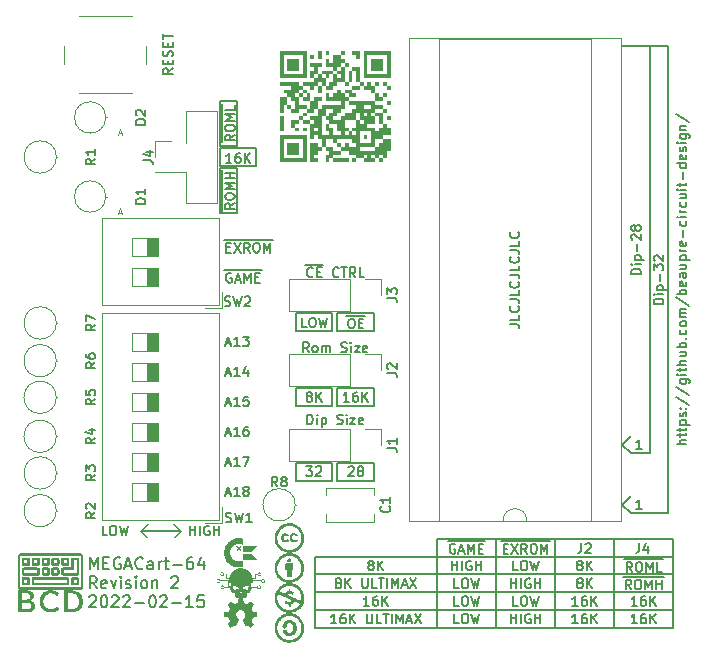
<source format=gto>
%TF.GenerationSoftware,KiCad,Pcbnew,(6.0.2)*%
%TF.CreationDate,2022-03-08T16:49:20-05:00*%
%TF.ProjectId,MegaCart-64,4d656761-4361-4727-942d-36342e6b6963,2*%
%TF.SameCoordinates,Original*%
%TF.FileFunction,Legend,Top*%
%TF.FilePolarity,Positive*%
%FSLAX46Y46*%
G04 Gerber Fmt 4.6, Leading zero omitted, Abs format (unit mm)*
G04 Created by KiCad (PCBNEW (6.0.2)) date 2022-03-08 16:49:20*
%MOMM*%
%LPD*%
G01*
G04 APERTURE LIST*
%ADD10C,0.152400*%
%ADD11C,0.000000*%
%ADD12C,0.125000*%
%ADD13C,0.120000*%
%ADD14C,0.100000*%
%ADD15C,0.050000*%
%ADD16R,1.600000X1.600000*%
%ADD17O,1.600000X1.600000*%
%ADD18C,1.600000*%
%ADD19O,1.700000X1.700000*%
%ADD20C,2.000000*%
%ADD21R,1.700000X1.700000*%
%ADD22R,1.500000X9.000000*%
%ADD23C,1.700000*%
G04 APERTURE END LIST*
D10*
X140093800Y-117897587D02*
X145093800Y-117897587D01*
X145093800Y-117897587D02*
X145093800Y-119397587D01*
X145093800Y-119397587D02*
X140093800Y-119397587D01*
X140093800Y-119397587D02*
X140093800Y-117897587D01*
X140093800Y-122397587D02*
X145093800Y-122397587D01*
X145093800Y-122397587D02*
X145093800Y-123897587D01*
X145093800Y-123897587D02*
X140093800Y-123897587D01*
X140093800Y-123897587D02*
X140093800Y-122397587D01*
X140093800Y-123897587D02*
X145093800Y-123897587D01*
X145093800Y-123897587D02*
X145093800Y-125397587D01*
X145093800Y-125397587D02*
X140093800Y-125397587D01*
X140093800Y-125397587D02*
X140093800Y-123897587D01*
X156500000Y-110643800D02*
X158100000Y-110643800D01*
X140093800Y-119397587D02*
X129743800Y-119397587D01*
X129743800Y-119397587D02*
X129743800Y-120897587D01*
X129743800Y-120897587D02*
X140093800Y-120897587D01*
X140093800Y-120897587D02*
X140093800Y-119397587D01*
X145093800Y-122397587D02*
X150093800Y-122397587D01*
X150093800Y-122397587D02*
X150093800Y-123897587D01*
X150093800Y-123897587D02*
X145093800Y-123897587D01*
X145093800Y-123897587D02*
X145093800Y-122397587D01*
X128146200Y-111450000D02*
X131246200Y-111450000D01*
X131246200Y-111450000D02*
X131246200Y-112950000D01*
X131246200Y-112950000D02*
X128146200Y-112950000D01*
X128146200Y-112950000D02*
X128146200Y-111450000D01*
X155093800Y-122397587D02*
X160093800Y-122397587D01*
X160093800Y-122397587D02*
X160093800Y-123897587D01*
X160093800Y-123897587D02*
X155093800Y-123897587D01*
X155093800Y-123897587D02*
X155093800Y-122397587D01*
X131673800Y-111450000D02*
X134773800Y-111450000D01*
X134773800Y-111450000D02*
X134773800Y-112950000D01*
X134773800Y-112950000D02*
X131673800Y-112950000D01*
X131673800Y-112950000D02*
X131673800Y-111450000D01*
X159700000Y-115723800D02*
X156500000Y-115723800D01*
X140093800Y-120897587D02*
X129743800Y-120897587D01*
X129743800Y-120897587D02*
X129743800Y-122397587D01*
X129743800Y-122397587D02*
X140093800Y-122397587D01*
X140093800Y-122397587D02*
X140093800Y-120897587D01*
X155093800Y-119397587D02*
X160093800Y-119397587D01*
X160093800Y-119397587D02*
X160093800Y-120897587D01*
X160093800Y-120897587D02*
X155093800Y-120897587D01*
X155093800Y-120897587D02*
X155093800Y-119397587D01*
X140093800Y-120897587D02*
X145093800Y-120897587D01*
X145093800Y-120897587D02*
X145093800Y-122397587D01*
X145093800Y-122397587D02*
X140093800Y-122397587D01*
X140093800Y-122397587D02*
X140093800Y-120897587D01*
X140093800Y-123897587D02*
X129743800Y-123897587D01*
X129743800Y-123897587D02*
X129743800Y-125397587D01*
X129743800Y-125397587D02*
X140093800Y-125397587D01*
X140093800Y-125397587D02*
X140093800Y-123897587D01*
X140093800Y-122397587D02*
X129743800Y-122397587D01*
X129743800Y-122397587D02*
X129743800Y-123897587D01*
X129743800Y-123897587D02*
X140093800Y-123897587D01*
X140093800Y-123897587D02*
X140093800Y-122397587D01*
X156500000Y-115723800D02*
X155800000Y-115000000D01*
X150093800Y-119397587D02*
X155093800Y-119397587D01*
X155093800Y-119397587D02*
X155093800Y-120897587D01*
X155093800Y-120897587D02*
X150093800Y-120897587D01*
X150093800Y-120897587D02*
X150093800Y-119397587D01*
X155800000Y-76176200D02*
X159700000Y-76176200D01*
X131673800Y-98800000D02*
X134773800Y-98800000D01*
X134773800Y-98800000D02*
X134773800Y-100300000D01*
X134773800Y-100300000D02*
X131673800Y-100300000D01*
X131673800Y-100300000D02*
X131673800Y-98800000D01*
X128146200Y-105100000D02*
X131246200Y-105100000D01*
X131246200Y-105100000D02*
X131246200Y-106600000D01*
X131246200Y-106600000D02*
X128146200Y-106600000D01*
X128146200Y-106600000D02*
X128146200Y-105100000D01*
X150093800Y-122397587D02*
X155093800Y-122397587D01*
X155093800Y-122397587D02*
X155093800Y-123897587D01*
X155093800Y-123897587D02*
X150093800Y-123897587D01*
X150093800Y-123897587D02*
X150093800Y-122397587D01*
X121706695Y-84800000D02*
X124806695Y-84800000D01*
X124806695Y-84800000D02*
X124806695Y-86300000D01*
X124806695Y-86300000D02*
X121706695Y-86300000D01*
X121706695Y-86300000D02*
X121706695Y-84800000D01*
X156500000Y-110643800D02*
X155800000Y-109920000D01*
X121706695Y-84600000D02*
X123206695Y-84600000D01*
X123206695Y-84600000D02*
X123206695Y-80800000D01*
X123206695Y-80800000D02*
X121706695Y-80800000D01*
X121706695Y-80800000D02*
X121706695Y-84600000D01*
X150093800Y-123897587D02*
X155093800Y-123897587D01*
X155093800Y-123897587D02*
X155093800Y-125397587D01*
X155093800Y-125397587D02*
X150093800Y-125397587D01*
X150093800Y-125397587D02*
X150093800Y-123897587D01*
X131673800Y-105100000D02*
X134773800Y-105100000D01*
X134773800Y-105100000D02*
X134773800Y-106600000D01*
X134773800Y-106600000D02*
X131673800Y-106600000D01*
X131673800Y-106600000D02*
X131673800Y-105100000D01*
X150093800Y-117897587D02*
X155093800Y-117897587D01*
X155093800Y-117897587D02*
X155093800Y-119397587D01*
X155093800Y-119397587D02*
X150093800Y-119397587D01*
X150093800Y-119397587D02*
X150093800Y-117897587D01*
X155093800Y-120897587D02*
X160093800Y-120897587D01*
X160093800Y-120897587D02*
X160093800Y-122397587D01*
X160093800Y-122397587D02*
X155093800Y-122397587D01*
X155093800Y-122397587D02*
X155093800Y-120897587D01*
X145093800Y-117897587D02*
X150093800Y-117897587D01*
X150093800Y-117897587D02*
X150093800Y-119397587D01*
X150093800Y-119397587D02*
X145093800Y-119397587D01*
X145093800Y-119397587D02*
X145093800Y-117897587D01*
X155093800Y-117897587D02*
X160093800Y-117897587D01*
X160093800Y-117897587D02*
X160093800Y-119397587D01*
X160093800Y-119397587D02*
X155093800Y-119397587D01*
X155093800Y-119397587D02*
X155093800Y-117897587D01*
X145093800Y-120897587D02*
X150093800Y-120897587D01*
X150093800Y-120897587D02*
X150093800Y-122397587D01*
X150093800Y-122397587D02*
X145093800Y-122397587D01*
X145093800Y-122397587D02*
X145093800Y-120897587D01*
X121706695Y-86500000D02*
X123206695Y-86500000D01*
X123206695Y-86500000D02*
X123206695Y-90300000D01*
X123206695Y-90300000D02*
X121706695Y-90300000D01*
X121706695Y-90300000D02*
X121706695Y-86500000D01*
X145093800Y-119397587D02*
X150093800Y-119397587D01*
X150093800Y-119397587D02*
X150093800Y-120897587D01*
X150093800Y-120897587D02*
X145093800Y-120897587D01*
X145093800Y-120897587D02*
X145093800Y-119397587D01*
X128146200Y-98800000D02*
X131246200Y-98800000D01*
X131246200Y-98800000D02*
X131246200Y-100300000D01*
X131246200Y-100300000D02*
X128146200Y-100300000D01*
X128146200Y-100300000D02*
X128146200Y-98800000D01*
X145093800Y-123897587D02*
X150093800Y-123897587D01*
X150093800Y-123897587D02*
X150093800Y-125397587D01*
X150093800Y-125397587D02*
X145093800Y-125397587D01*
X145093800Y-125397587D02*
X145093800Y-123897587D01*
X156500000Y-114276200D02*
X155800000Y-115000000D01*
X158100000Y-110643800D02*
X158100000Y-76176200D01*
D11*
G36*
X115232500Y-117100000D02*
G01*
X118232500Y-117100000D01*
X117732500Y-116600000D01*
X117932500Y-116600000D01*
X118532500Y-117200000D01*
X117932500Y-117800000D01*
X117732500Y-117800000D01*
X118232500Y-117300000D01*
X115232500Y-117300000D01*
X115732500Y-117800000D01*
X115532500Y-117800000D01*
X114932500Y-117200000D01*
X115532500Y-116600000D01*
X115732500Y-116600000D01*
X115232500Y-117100000D01*
G37*
D10*
X150093800Y-120897587D02*
X155093800Y-120897587D01*
X155093800Y-120897587D02*
X155093800Y-122397587D01*
X155093800Y-122397587D02*
X150093800Y-122397587D01*
X150093800Y-122397587D02*
X150093800Y-120897587D01*
X159700000Y-76176200D02*
X159700000Y-115723800D01*
X156500000Y-109196200D02*
X155800000Y-109920000D01*
X140093800Y-119397587D02*
X145093800Y-119397587D01*
X145093800Y-119397587D02*
X145093800Y-120897587D01*
X145093800Y-120897587D02*
X140093800Y-120897587D01*
X140093800Y-120897587D02*
X140093800Y-119397587D01*
X155093800Y-123897587D02*
X160093800Y-123897587D01*
X160093800Y-123897587D02*
X160093800Y-125397587D01*
X160093800Y-125397587D02*
X155093800Y-125397587D01*
X155093800Y-125397587D02*
X155093800Y-123897587D01*
X131667600Y-121581723D02*
X131590190Y-121543018D01*
X131551485Y-121504313D01*
X131512780Y-121426904D01*
X131512780Y-121388199D01*
X131551485Y-121310789D01*
X131590190Y-121272085D01*
X131667600Y-121233380D01*
X131822419Y-121233380D01*
X131899828Y-121272085D01*
X131938533Y-121310789D01*
X131977238Y-121388199D01*
X131977238Y-121426904D01*
X131938533Y-121504313D01*
X131899828Y-121543018D01*
X131822419Y-121581723D01*
X131667600Y-121581723D01*
X131590190Y-121620427D01*
X131551485Y-121659132D01*
X131512780Y-121736542D01*
X131512780Y-121891361D01*
X131551485Y-121968770D01*
X131590190Y-122007475D01*
X131667600Y-122046180D01*
X131822419Y-122046180D01*
X131899828Y-122007475D01*
X131938533Y-121968770D01*
X131977238Y-121891361D01*
X131977238Y-121736542D01*
X131938533Y-121659132D01*
X131899828Y-121620427D01*
X131822419Y-121581723D01*
X132325580Y-122046180D02*
X132325580Y-121233380D01*
X132790038Y-122046180D02*
X132441695Y-121581723D01*
X132790038Y-121233380D02*
X132325580Y-121697837D01*
X133757657Y-121233380D02*
X133757657Y-121891361D01*
X133796361Y-121968770D01*
X133835066Y-122007475D01*
X133912476Y-122046180D01*
X134067295Y-122046180D01*
X134144704Y-122007475D01*
X134183409Y-121968770D01*
X134222114Y-121891361D01*
X134222114Y-121233380D01*
X134996209Y-122046180D02*
X134609161Y-122046180D01*
X134609161Y-121233380D01*
X135151028Y-121233380D02*
X135615485Y-121233380D01*
X135383257Y-122046180D02*
X135383257Y-121233380D01*
X135886419Y-122046180D02*
X135886419Y-121233380D01*
X136273466Y-122046180D02*
X136273466Y-121233380D01*
X136544400Y-121813951D01*
X136815333Y-121233380D01*
X136815333Y-122046180D01*
X137163676Y-121813951D02*
X137550723Y-121813951D01*
X137086266Y-122046180D02*
X137357200Y-121233380D01*
X137628133Y-122046180D01*
X137821657Y-121233380D02*
X138363523Y-122046180D01*
X138363523Y-121233380D02*
X137821657Y-122046180D01*
X157432228Y-115367695D02*
X156967771Y-115367695D01*
X157200000Y-115367695D02*
X157200000Y-114554895D01*
X157122590Y-114671009D01*
X157045180Y-114748419D01*
X156967771Y-114787123D01*
X129212390Y-105803238D02*
X129134980Y-105764533D01*
X129096276Y-105725828D01*
X129057571Y-105648419D01*
X129057571Y-105609714D01*
X129096276Y-105532304D01*
X129134980Y-105493600D01*
X129212390Y-105454895D01*
X129367209Y-105454895D01*
X129444619Y-105493600D01*
X129483323Y-105532304D01*
X129522028Y-105609714D01*
X129522028Y-105648419D01*
X129483323Y-105725828D01*
X129444619Y-105764533D01*
X129367209Y-105803238D01*
X129212390Y-105803238D01*
X129134980Y-105841942D01*
X129096276Y-105880647D01*
X129057571Y-105958057D01*
X129057571Y-106112876D01*
X129096276Y-106190285D01*
X129134980Y-106228990D01*
X129212390Y-106267695D01*
X129367209Y-106267695D01*
X129444619Y-106228990D01*
X129483323Y-106190285D01*
X129522028Y-106112876D01*
X129522028Y-105958057D01*
X129483323Y-105880647D01*
X129444619Y-105841942D01*
X129367209Y-105803238D01*
X129870371Y-106267695D02*
X129870371Y-105454895D01*
X130334828Y-106267695D02*
X129986485Y-105803238D01*
X130334828Y-105454895D02*
X129870371Y-105919352D01*
X122076199Y-92596628D02*
X122811590Y-92596628D01*
X122269723Y-93213194D02*
X122540656Y-93213194D01*
X122656771Y-93638947D02*
X122269723Y-93638947D01*
X122269723Y-92826147D01*
X122656771Y-92826147D01*
X122811590Y-92596628D02*
X123585685Y-92596628D01*
X122927704Y-92826147D02*
X123469571Y-93638947D01*
X123469571Y-92826147D02*
X122927704Y-93638947D01*
X123585685Y-92596628D02*
X124398485Y-92596628D01*
X124243666Y-93638947D02*
X123972732Y-93251899D01*
X123779209Y-93638947D02*
X123779209Y-92826147D01*
X124088847Y-92826147D01*
X124166256Y-92864852D01*
X124204961Y-92903556D01*
X124243666Y-92980966D01*
X124243666Y-93097080D01*
X124204961Y-93174490D01*
X124166256Y-93213194D01*
X124088847Y-93251899D01*
X123779209Y-93251899D01*
X124398485Y-92596628D02*
X125249990Y-92596628D01*
X124746828Y-92826147D02*
X124901647Y-92826147D01*
X124979056Y-92864852D01*
X125056466Y-92942261D01*
X125095171Y-93097080D01*
X125095171Y-93368013D01*
X125056466Y-93522832D01*
X124979056Y-93600242D01*
X124901647Y-93638947D01*
X124746828Y-93638947D01*
X124669418Y-93600242D01*
X124592009Y-93522832D01*
X124553304Y-93368013D01*
X124553304Y-93097080D01*
X124592009Y-92942261D01*
X124669418Y-92864852D01*
X124746828Y-92826147D01*
X125249990Y-92596628D02*
X126178904Y-92596628D01*
X125443513Y-93638947D02*
X125443513Y-92826147D01*
X125714447Y-93406718D01*
X125985380Y-92826147D01*
X125985380Y-93638947D01*
X112181771Y-117567695D02*
X111794723Y-117567695D01*
X111794723Y-116754895D01*
X112607523Y-116754895D02*
X112762342Y-116754895D01*
X112839752Y-116793600D01*
X112917161Y-116871009D01*
X112955866Y-117025828D01*
X112955866Y-117296761D01*
X112917161Y-117451580D01*
X112839752Y-117528990D01*
X112762342Y-117567695D01*
X112607523Y-117567695D01*
X112530114Y-117528990D01*
X112452704Y-117451580D01*
X112414000Y-117296761D01*
X112414000Y-117025828D01*
X112452704Y-116871009D01*
X112530114Y-116793600D01*
X112607523Y-116754895D01*
X113226800Y-116754895D02*
X113420323Y-117567695D01*
X113575142Y-116987123D01*
X113729961Y-117567695D01*
X113923485Y-116754895D01*
X128939838Y-94675376D02*
X129752638Y-94675376D01*
X129597819Y-95640285D02*
X129559114Y-95678990D01*
X129443000Y-95717695D01*
X129365590Y-95717695D01*
X129249476Y-95678990D01*
X129172066Y-95601580D01*
X129133361Y-95524171D01*
X129094657Y-95369352D01*
X129094657Y-95253238D01*
X129133361Y-95098419D01*
X129172066Y-95021009D01*
X129249476Y-94943600D01*
X129365590Y-94904895D01*
X129443000Y-94904895D01*
X129559114Y-94943600D01*
X129597819Y-94982304D01*
X129752638Y-94675376D02*
X130488028Y-94675376D01*
X129946161Y-95291942D02*
X130217095Y-95291942D01*
X130333209Y-95717695D02*
X129946161Y-95717695D01*
X129946161Y-94904895D01*
X130333209Y-94904895D01*
X131765285Y-95640285D02*
X131726580Y-95678990D01*
X131610466Y-95717695D01*
X131533057Y-95717695D01*
X131416942Y-95678990D01*
X131339533Y-95601580D01*
X131300828Y-95524171D01*
X131262123Y-95369352D01*
X131262123Y-95253238D01*
X131300828Y-95098419D01*
X131339533Y-95021009D01*
X131416942Y-94943600D01*
X131533057Y-94904895D01*
X131610466Y-94904895D01*
X131726580Y-94943600D01*
X131765285Y-94982304D01*
X131997514Y-94904895D02*
X132461971Y-94904895D01*
X132229742Y-95717695D02*
X132229742Y-94904895D01*
X133197361Y-95717695D02*
X132926428Y-95330647D01*
X132732904Y-95717695D02*
X132732904Y-94904895D01*
X133042542Y-94904895D01*
X133119952Y-94943600D01*
X133158657Y-94982304D01*
X133197361Y-95059714D01*
X133197361Y-95175828D01*
X133158657Y-95253238D01*
X133119952Y-95291942D01*
X133042542Y-95330647D01*
X132732904Y-95330647D01*
X133932752Y-95717695D02*
X133545704Y-95717695D01*
X133545704Y-94904895D01*
X152109990Y-121581723D02*
X152032580Y-121543018D01*
X151993876Y-121504313D01*
X151955171Y-121426904D01*
X151955171Y-121388199D01*
X151993876Y-121310789D01*
X152032580Y-121272085D01*
X152109990Y-121233380D01*
X152264809Y-121233380D01*
X152342219Y-121272085D01*
X152380923Y-121310789D01*
X152419628Y-121388199D01*
X152419628Y-121426904D01*
X152380923Y-121504313D01*
X152342219Y-121543018D01*
X152264809Y-121581723D01*
X152109990Y-121581723D01*
X152032580Y-121620427D01*
X151993876Y-121659132D01*
X151955171Y-121736542D01*
X151955171Y-121891361D01*
X151993876Y-121968770D01*
X152032580Y-122007475D01*
X152109990Y-122046180D01*
X152264809Y-122046180D01*
X152342219Y-122007475D01*
X152380923Y-121968770D01*
X152419628Y-121891361D01*
X152419628Y-121736542D01*
X152380923Y-121659132D01*
X152342219Y-121620427D01*
X152264809Y-121581723D01*
X152767971Y-122046180D02*
X152767971Y-121233380D01*
X153232428Y-122046180D02*
X152884085Y-121581723D01*
X153232428Y-121233380D02*
X152767971Y-121697837D01*
X141955171Y-122046180D02*
X141568123Y-122046180D01*
X141568123Y-121233380D01*
X142380923Y-121233380D02*
X142535742Y-121233380D01*
X142613152Y-121272085D01*
X142690561Y-121349494D01*
X142729266Y-121504313D01*
X142729266Y-121775246D01*
X142690561Y-121930065D01*
X142613152Y-122007475D01*
X142535742Y-122046180D01*
X142380923Y-122046180D01*
X142303514Y-122007475D01*
X142226104Y-121930065D01*
X142187400Y-121775246D01*
X142187400Y-121504313D01*
X142226104Y-121349494D01*
X142303514Y-121272085D01*
X142380923Y-121233380D01*
X143000200Y-121233380D02*
X143193723Y-122046180D01*
X143348542Y-121465608D01*
X143503361Y-122046180D01*
X143696885Y-121233380D01*
X132604523Y-111832304D02*
X132643228Y-111793600D01*
X132720638Y-111754895D01*
X132914161Y-111754895D01*
X132991571Y-111793600D01*
X133030276Y-111832304D01*
X133068980Y-111909714D01*
X133068980Y-111987123D01*
X133030276Y-112103238D01*
X132565819Y-112567695D01*
X133068980Y-112567695D01*
X133533438Y-112103238D02*
X133456028Y-112064533D01*
X133417323Y-112025828D01*
X133378619Y-111948419D01*
X133378619Y-111909714D01*
X133417323Y-111832304D01*
X133456028Y-111793600D01*
X133533438Y-111754895D01*
X133688257Y-111754895D01*
X133765666Y-111793600D01*
X133804371Y-111832304D01*
X133843076Y-111909714D01*
X133843076Y-111948419D01*
X133804371Y-112025828D01*
X133765666Y-112064533D01*
X133688257Y-112103238D01*
X133533438Y-112103238D01*
X133456028Y-112141942D01*
X133417323Y-112180647D01*
X133378619Y-112258057D01*
X133378619Y-112412876D01*
X133417323Y-112490285D01*
X133456028Y-112528990D01*
X133533438Y-112567695D01*
X133688257Y-112567695D01*
X133765666Y-112528990D01*
X133804371Y-112490285D01*
X133843076Y-112412876D01*
X133843076Y-112258057D01*
X133804371Y-112180647D01*
X133765666Y-112141942D01*
X133688257Y-112103238D01*
X122231018Y-108954214D02*
X122618066Y-108954214D01*
X122153609Y-109186443D02*
X122424542Y-108373643D01*
X122695476Y-109186443D01*
X123392161Y-109186443D02*
X122927704Y-109186443D01*
X123159933Y-109186443D02*
X123159933Y-108373643D01*
X123082523Y-108489757D01*
X123005114Y-108567167D01*
X122927704Y-108605871D01*
X124088847Y-108373643D02*
X123934028Y-108373643D01*
X123856618Y-108412348D01*
X123817914Y-108451052D01*
X123740504Y-108567167D01*
X123701799Y-108721986D01*
X123701799Y-109031624D01*
X123740504Y-109109033D01*
X123779209Y-109147738D01*
X123856618Y-109186443D01*
X124011438Y-109186443D01*
X124088847Y-109147738D01*
X124127552Y-109109033D01*
X124166257Y-109031624D01*
X124166257Y-108838100D01*
X124127552Y-108760690D01*
X124088847Y-108721986D01*
X124011438Y-108683281D01*
X123856618Y-108683281D01*
X123779209Y-108721986D01*
X123740504Y-108760690D01*
X123701799Y-108838100D01*
X141955171Y-125046180D02*
X141568123Y-125046180D01*
X141568123Y-124233380D01*
X142380923Y-124233380D02*
X142535742Y-124233380D01*
X142613152Y-124272085D01*
X142690561Y-124349494D01*
X142729266Y-124504313D01*
X142729266Y-124775246D01*
X142690561Y-124930065D01*
X142613152Y-125007475D01*
X142535742Y-125046180D01*
X142380923Y-125046180D01*
X142303514Y-125007475D01*
X142226104Y-124930065D01*
X142187400Y-124775246D01*
X142187400Y-124504313D01*
X142226104Y-124349494D01*
X142303514Y-124272085D01*
X142380923Y-124233380D01*
X143000200Y-124233380D02*
X143193723Y-125046180D01*
X143348542Y-124465608D01*
X143503361Y-125046180D01*
X143696885Y-124233380D01*
X121925376Y-84322740D02*
X121925376Y-83509940D01*
X122967695Y-83664759D02*
X122580647Y-83935692D01*
X122967695Y-84129216D02*
X122154895Y-84129216D01*
X122154895Y-83819578D01*
X122193600Y-83742168D01*
X122232304Y-83703463D01*
X122309714Y-83664759D01*
X122425828Y-83664759D01*
X122503238Y-83703463D01*
X122541942Y-83742168D01*
X122580647Y-83819578D01*
X122580647Y-84129216D01*
X121925376Y-83509940D02*
X121925376Y-82658435D01*
X122154895Y-83161597D02*
X122154895Y-83006778D01*
X122193600Y-82929368D01*
X122271009Y-82851959D01*
X122425828Y-82813254D01*
X122696761Y-82813254D01*
X122851580Y-82851959D01*
X122928990Y-82929368D01*
X122967695Y-83006778D01*
X122967695Y-83161597D01*
X122928990Y-83239006D01*
X122851580Y-83316416D01*
X122696761Y-83355120D01*
X122425828Y-83355120D01*
X122271009Y-83316416D01*
X122193600Y-83239006D01*
X122154895Y-83161597D01*
X121925376Y-82658435D02*
X121925376Y-81729520D01*
X122967695Y-82464911D02*
X122154895Y-82464911D01*
X122735466Y-82193978D01*
X122154895Y-81923044D01*
X122967695Y-81923044D01*
X121925376Y-81729520D02*
X121925376Y-81071540D01*
X122967695Y-81148949D02*
X122967695Y-81535997D01*
X122154895Y-81535997D01*
X145542447Y-118084215D02*
X146277838Y-118084215D01*
X145735971Y-118700781D02*
X146006904Y-118700781D01*
X146123019Y-119126534D02*
X145735971Y-119126534D01*
X145735971Y-118313734D01*
X146123019Y-118313734D01*
X146277838Y-118084215D02*
X147051933Y-118084215D01*
X146393952Y-118313734D02*
X146935819Y-119126534D01*
X146935819Y-118313734D02*
X146393952Y-119126534D01*
X147051933Y-118084215D02*
X147864733Y-118084215D01*
X147709914Y-119126534D02*
X147438980Y-118739486D01*
X147245457Y-119126534D02*
X147245457Y-118313734D01*
X147555095Y-118313734D01*
X147632504Y-118352439D01*
X147671209Y-118391143D01*
X147709914Y-118468553D01*
X147709914Y-118584667D01*
X147671209Y-118662077D01*
X147632504Y-118700781D01*
X147555095Y-118739486D01*
X147245457Y-118739486D01*
X147864733Y-118084215D02*
X148716238Y-118084215D01*
X148213076Y-118313734D02*
X148367895Y-118313734D01*
X148445304Y-118352439D01*
X148522714Y-118429848D01*
X148561419Y-118584667D01*
X148561419Y-118855600D01*
X148522714Y-119010419D01*
X148445304Y-119087829D01*
X148367895Y-119126534D01*
X148213076Y-119126534D01*
X148135666Y-119087829D01*
X148058257Y-119010419D01*
X148019552Y-118855600D01*
X148019552Y-118584667D01*
X148058257Y-118429848D01*
X148135666Y-118352439D01*
X148213076Y-118313734D01*
X148716238Y-118084215D02*
X149645152Y-118084215D01*
X148909761Y-119126534D02*
X148909761Y-118313734D01*
X149180695Y-118894305D01*
X149451628Y-118313734D01*
X149451628Y-119126534D01*
X110711984Y-120449790D02*
X110711984Y-119449790D01*
X111045317Y-120164076D01*
X111378650Y-119449790D01*
X111378650Y-120449790D01*
X111854841Y-119925981D02*
X112188174Y-119925981D01*
X112331031Y-120449790D02*
X111854841Y-120449790D01*
X111854841Y-119449790D01*
X112331031Y-119449790D01*
X113283412Y-119497410D02*
X113188174Y-119449790D01*
X113045317Y-119449790D01*
X112902460Y-119497410D01*
X112807222Y-119592648D01*
X112759603Y-119687886D01*
X112711984Y-119878362D01*
X112711984Y-120021219D01*
X112759603Y-120211695D01*
X112807222Y-120306933D01*
X112902460Y-120402171D01*
X113045317Y-120449790D01*
X113140555Y-120449790D01*
X113283412Y-120402171D01*
X113331031Y-120354552D01*
X113331031Y-120021219D01*
X113140555Y-120021219D01*
X113711984Y-120164076D02*
X114188174Y-120164076D01*
X113616746Y-120449790D02*
X113950079Y-119449790D01*
X114283412Y-120449790D01*
X115188174Y-120354552D02*
X115140555Y-120402171D01*
X114997698Y-120449790D01*
X114902460Y-120449790D01*
X114759603Y-120402171D01*
X114664365Y-120306933D01*
X114616746Y-120211695D01*
X114569127Y-120021219D01*
X114569127Y-119878362D01*
X114616746Y-119687886D01*
X114664365Y-119592648D01*
X114759603Y-119497410D01*
X114902460Y-119449790D01*
X114997698Y-119449790D01*
X115140555Y-119497410D01*
X115188174Y-119545029D01*
X116045317Y-120449790D02*
X116045317Y-119925981D01*
X115997698Y-119830743D01*
X115902460Y-119783124D01*
X115711984Y-119783124D01*
X115616746Y-119830743D01*
X116045317Y-120402171D02*
X115950079Y-120449790D01*
X115711984Y-120449790D01*
X115616746Y-120402171D01*
X115569127Y-120306933D01*
X115569127Y-120211695D01*
X115616746Y-120116457D01*
X115711984Y-120068838D01*
X115950079Y-120068838D01*
X116045317Y-120021219D01*
X116521508Y-120449790D02*
X116521508Y-119783124D01*
X116521508Y-119973600D02*
X116569127Y-119878362D01*
X116616746Y-119830743D01*
X116711984Y-119783124D01*
X116807222Y-119783124D01*
X116997698Y-119783124D02*
X117378650Y-119783124D01*
X117140555Y-119449790D02*
X117140555Y-120306933D01*
X117188174Y-120402171D01*
X117283412Y-120449790D01*
X117378650Y-120449790D01*
X117711984Y-120068838D02*
X118473889Y-120068838D01*
X119378650Y-119449790D02*
X119188174Y-119449790D01*
X119092936Y-119497410D01*
X119045317Y-119545029D01*
X118950079Y-119687886D01*
X118902460Y-119878362D01*
X118902460Y-120259314D01*
X118950079Y-120354552D01*
X118997698Y-120402171D01*
X119092936Y-120449790D01*
X119283412Y-120449790D01*
X119378650Y-120402171D01*
X119426269Y-120354552D01*
X119473889Y-120259314D01*
X119473889Y-120021219D01*
X119426269Y-119925981D01*
X119378650Y-119878362D01*
X119283412Y-119830743D01*
X119092936Y-119830743D01*
X118997698Y-119878362D01*
X118950079Y-119925981D01*
X118902460Y-120021219D01*
X120331031Y-119783124D02*
X120331031Y-120449790D01*
X120092936Y-119402171D02*
X119854841Y-120116457D01*
X120473889Y-120116457D01*
X111283412Y-122059790D02*
X110950079Y-121583600D01*
X110711984Y-122059790D02*
X110711984Y-121059790D01*
X111092936Y-121059790D01*
X111188174Y-121107410D01*
X111235793Y-121155029D01*
X111283412Y-121250267D01*
X111283412Y-121393124D01*
X111235793Y-121488362D01*
X111188174Y-121535981D01*
X111092936Y-121583600D01*
X110711984Y-121583600D01*
X112092936Y-122012171D02*
X111997698Y-122059790D01*
X111807222Y-122059790D01*
X111711984Y-122012171D01*
X111664365Y-121916933D01*
X111664365Y-121535981D01*
X111711984Y-121440743D01*
X111807222Y-121393124D01*
X111997698Y-121393124D01*
X112092936Y-121440743D01*
X112140555Y-121535981D01*
X112140555Y-121631219D01*
X111664365Y-121726457D01*
X112473889Y-121393124D02*
X112711984Y-122059790D01*
X112950079Y-121393124D01*
X113331031Y-122059790D02*
X113331031Y-121393124D01*
X113331031Y-121059790D02*
X113283412Y-121107410D01*
X113331031Y-121155029D01*
X113378650Y-121107410D01*
X113331031Y-121059790D01*
X113331031Y-121155029D01*
X113759603Y-122012171D02*
X113854841Y-122059790D01*
X114045317Y-122059790D01*
X114140555Y-122012171D01*
X114188174Y-121916933D01*
X114188174Y-121869314D01*
X114140555Y-121774076D01*
X114045317Y-121726457D01*
X113902460Y-121726457D01*
X113807222Y-121678838D01*
X113759603Y-121583600D01*
X113759603Y-121535981D01*
X113807222Y-121440743D01*
X113902460Y-121393124D01*
X114045317Y-121393124D01*
X114140555Y-121440743D01*
X114616746Y-122059790D02*
X114616746Y-121393124D01*
X114616746Y-121059790D02*
X114569127Y-121107410D01*
X114616746Y-121155029D01*
X114664365Y-121107410D01*
X114616746Y-121059790D01*
X114616746Y-121155029D01*
X115235793Y-122059790D02*
X115140555Y-122012171D01*
X115092936Y-121964552D01*
X115045317Y-121869314D01*
X115045317Y-121583600D01*
X115092936Y-121488362D01*
X115140555Y-121440743D01*
X115235793Y-121393124D01*
X115378650Y-121393124D01*
X115473889Y-121440743D01*
X115521508Y-121488362D01*
X115569127Y-121583600D01*
X115569127Y-121869314D01*
X115521508Y-121964552D01*
X115473889Y-122012171D01*
X115378650Y-122059790D01*
X115235793Y-122059790D01*
X115997698Y-121393124D02*
X115997698Y-122059790D01*
X115997698Y-121488362D02*
X116045317Y-121440743D01*
X116140555Y-121393124D01*
X116283412Y-121393124D01*
X116378650Y-121440743D01*
X116426269Y-121535981D01*
X116426269Y-122059790D01*
X117616746Y-121155029D02*
X117664365Y-121107410D01*
X117759603Y-121059790D01*
X117997698Y-121059790D01*
X118092936Y-121107410D01*
X118140555Y-121155029D01*
X118188174Y-121250267D01*
X118188174Y-121345505D01*
X118140555Y-121488362D01*
X117569127Y-122059790D01*
X118188174Y-122059790D01*
X110664365Y-122765029D02*
X110711984Y-122717410D01*
X110807222Y-122669790D01*
X111045317Y-122669790D01*
X111140555Y-122717410D01*
X111188174Y-122765029D01*
X111235793Y-122860267D01*
X111235793Y-122955505D01*
X111188174Y-123098362D01*
X110616746Y-123669790D01*
X111235793Y-123669790D01*
X111854841Y-122669790D02*
X111950079Y-122669790D01*
X112045317Y-122717410D01*
X112092936Y-122765029D01*
X112140555Y-122860267D01*
X112188174Y-123050743D01*
X112188174Y-123288838D01*
X112140555Y-123479314D01*
X112092936Y-123574552D01*
X112045317Y-123622171D01*
X111950079Y-123669790D01*
X111854841Y-123669790D01*
X111759603Y-123622171D01*
X111711984Y-123574552D01*
X111664365Y-123479314D01*
X111616746Y-123288838D01*
X111616746Y-123050743D01*
X111664365Y-122860267D01*
X111711984Y-122765029D01*
X111759603Y-122717410D01*
X111854841Y-122669790D01*
X112569127Y-122765029D02*
X112616746Y-122717410D01*
X112711984Y-122669790D01*
X112950079Y-122669790D01*
X113045317Y-122717410D01*
X113092936Y-122765029D01*
X113140555Y-122860267D01*
X113140555Y-122955505D01*
X113092936Y-123098362D01*
X112521508Y-123669790D01*
X113140555Y-123669790D01*
X113521508Y-122765029D02*
X113569127Y-122717410D01*
X113664365Y-122669790D01*
X113902460Y-122669790D01*
X113997698Y-122717410D01*
X114045317Y-122765029D01*
X114092936Y-122860267D01*
X114092936Y-122955505D01*
X114045317Y-123098362D01*
X113473889Y-123669790D01*
X114092936Y-123669790D01*
X114521508Y-123288838D02*
X115283412Y-123288838D01*
X115950079Y-122669790D02*
X116045317Y-122669790D01*
X116140555Y-122717410D01*
X116188174Y-122765029D01*
X116235793Y-122860267D01*
X116283412Y-123050743D01*
X116283412Y-123288838D01*
X116235793Y-123479314D01*
X116188174Y-123574552D01*
X116140555Y-123622171D01*
X116045317Y-123669790D01*
X115950079Y-123669790D01*
X115854841Y-123622171D01*
X115807222Y-123574552D01*
X115759603Y-123479314D01*
X115711984Y-123288838D01*
X115711984Y-123050743D01*
X115759603Y-122860267D01*
X115807222Y-122765029D01*
X115854841Y-122717410D01*
X115950079Y-122669790D01*
X116664365Y-122765029D02*
X116711984Y-122717410D01*
X116807222Y-122669790D01*
X117045317Y-122669790D01*
X117140555Y-122717410D01*
X117188174Y-122765029D01*
X117235793Y-122860267D01*
X117235793Y-122955505D01*
X117188174Y-123098362D01*
X116616746Y-123669790D01*
X117235793Y-123669790D01*
X117664365Y-123288838D02*
X118426269Y-123288838D01*
X119426269Y-123669790D02*
X118854841Y-123669790D01*
X119140555Y-123669790D02*
X119140555Y-122669790D01*
X119045317Y-122812648D01*
X118950079Y-122907886D01*
X118854841Y-122955505D01*
X120331031Y-122669790D02*
X119854841Y-122669790D01*
X119807222Y-123145981D01*
X119854841Y-123098362D01*
X119950079Y-123050743D01*
X120188174Y-123050743D01*
X120283412Y-123098362D01*
X120331031Y-123145981D01*
X120378650Y-123241219D01*
X120378650Y-123479314D01*
X120331031Y-123574552D01*
X120283412Y-123622171D01*
X120188174Y-123669790D01*
X119950079Y-123669790D01*
X119854841Y-123622171D01*
X119807222Y-123574552D01*
X131590190Y-125046180D02*
X131125733Y-125046180D01*
X131357961Y-125046180D02*
X131357961Y-124233380D01*
X131280552Y-124349494D01*
X131203142Y-124426904D01*
X131125733Y-124465608D01*
X132286876Y-124233380D02*
X132132057Y-124233380D01*
X132054647Y-124272085D01*
X132015942Y-124310789D01*
X131938533Y-124426904D01*
X131899828Y-124581723D01*
X131899828Y-124891361D01*
X131938533Y-124968770D01*
X131977238Y-125007475D01*
X132054647Y-125046180D01*
X132209466Y-125046180D01*
X132286876Y-125007475D01*
X132325580Y-124968770D01*
X132364285Y-124891361D01*
X132364285Y-124697837D01*
X132325580Y-124620427D01*
X132286876Y-124581723D01*
X132209466Y-124543018D01*
X132054647Y-124543018D01*
X131977238Y-124581723D01*
X131938533Y-124620427D01*
X131899828Y-124697837D01*
X132712628Y-125046180D02*
X132712628Y-124233380D01*
X133177085Y-125046180D02*
X132828742Y-124581723D01*
X133177085Y-124233380D02*
X132712628Y-124697837D01*
X134144704Y-124233380D02*
X134144704Y-124891361D01*
X134183409Y-124968770D01*
X134222114Y-125007475D01*
X134299523Y-125046180D01*
X134454342Y-125046180D01*
X134531752Y-125007475D01*
X134570457Y-124968770D01*
X134609161Y-124891361D01*
X134609161Y-124233380D01*
X135383257Y-125046180D02*
X134996209Y-125046180D01*
X134996209Y-124233380D01*
X135538076Y-124233380D02*
X136002533Y-124233380D01*
X135770304Y-125046180D02*
X135770304Y-124233380D01*
X136273466Y-125046180D02*
X136273466Y-124233380D01*
X136660514Y-125046180D02*
X136660514Y-124233380D01*
X136931447Y-124813951D01*
X137202380Y-124233380D01*
X137202380Y-125046180D01*
X137550723Y-124813951D02*
X137937771Y-124813951D01*
X137473314Y-125046180D02*
X137744247Y-124233380D01*
X138015180Y-125046180D01*
X138208704Y-124233380D02*
X138750571Y-125046180D01*
X138750571Y-124233380D02*
X138208704Y-125046180D01*
X141335895Y-120546180D02*
X141335895Y-119733380D01*
X141335895Y-120120427D02*
X141800352Y-120120427D01*
X141800352Y-120546180D02*
X141800352Y-119733380D01*
X142187400Y-120546180D02*
X142187400Y-119733380D01*
X143000200Y-119772085D02*
X142922790Y-119733380D01*
X142806676Y-119733380D01*
X142690561Y-119772085D01*
X142613152Y-119849494D01*
X142574447Y-119926904D01*
X142535742Y-120081723D01*
X142535742Y-120197837D01*
X142574447Y-120352656D01*
X142613152Y-120430065D01*
X142690561Y-120507475D01*
X142806676Y-120546180D01*
X142884085Y-120546180D01*
X143000200Y-120507475D01*
X143038904Y-120468770D01*
X143038904Y-120197837D01*
X142884085Y-120197837D01*
X143387247Y-120546180D02*
X143387247Y-119733380D01*
X143387247Y-120120427D02*
X143851704Y-120120427D01*
X143851704Y-120546180D02*
X143851704Y-119733380D01*
X134434990Y-120081723D02*
X134357580Y-120043018D01*
X134318876Y-120004313D01*
X134280171Y-119926904D01*
X134280171Y-119888199D01*
X134318876Y-119810789D01*
X134357580Y-119772085D01*
X134434990Y-119733380D01*
X134589809Y-119733380D01*
X134667219Y-119772085D01*
X134705923Y-119810789D01*
X134744628Y-119888199D01*
X134744628Y-119926904D01*
X134705923Y-120004313D01*
X134667219Y-120043018D01*
X134589809Y-120081723D01*
X134434990Y-120081723D01*
X134357580Y-120120427D01*
X134318876Y-120159132D01*
X134280171Y-120236542D01*
X134280171Y-120391361D01*
X134318876Y-120468770D01*
X134357580Y-120507475D01*
X134434990Y-120546180D01*
X134589809Y-120546180D01*
X134667219Y-120507475D01*
X134705923Y-120468770D01*
X134744628Y-120391361D01*
X134744628Y-120236542D01*
X134705923Y-120159132D01*
X134667219Y-120120427D01*
X134589809Y-120081723D01*
X135092971Y-120546180D02*
X135092971Y-119733380D01*
X135557428Y-120546180D02*
X135209085Y-120081723D01*
X135557428Y-119733380D02*
X135092971Y-120197837D01*
X157432228Y-110287695D02*
X156967771Y-110287695D01*
X157200000Y-110287695D02*
X157200000Y-109474895D01*
X157122590Y-109591009D01*
X157045180Y-109668419D01*
X156967771Y-109707123D01*
X132662580Y-106267695D02*
X132198123Y-106267695D01*
X132430352Y-106267695D02*
X132430352Y-105454895D01*
X132352942Y-105571009D01*
X132275533Y-105648419D01*
X132198123Y-105687123D01*
X133359266Y-105454895D02*
X133204447Y-105454895D01*
X133127038Y-105493600D01*
X133088333Y-105532304D01*
X133010923Y-105648419D01*
X132972219Y-105803238D01*
X132972219Y-106112876D01*
X133010923Y-106190285D01*
X133049628Y-106228990D01*
X133127038Y-106267695D01*
X133281857Y-106267695D01*
X133359266Y-106228990D01*
X133397971Y-106190285D01*
X133436676Y-106112876D01*
X133436676Y-105919352D01*
X133397971Y-105841942D01*
X133359266Y-105803238D01*
X133281857Y-105764533D01*
X133127038Y-105764533D01*
X133049628Y-105803238D01*
X133010923Y-105841942D01*
X132972219Y-105919352D01*
X133785019Y-106267695D02*
X133785019Y-105454895D01*
X134249476Y-106267695D02*
X133901133Y-105803238D01*
X134249476Y-105454895D02*
X133785019Y-105919352D01*
X157032580Y-125046180D02*
X156568123Y-125046180D01*
X156800352Y-125046180D02*
X156800352Y-124233380D01*
X156722942Y-124349494D01*
X156645533Y-124426904D01*
X156568123Y-124465608D01*
X157729266Y-124233380D02*
X157574447Y-124233380D01*
X157497038Y-124272085D01*
X157458333Y-124310789D01*
X157380923Y-124426904D01*
X157342219Y-124581723D01*
X157342219Y-124891361D01*
X157380923Y-124968770D01*
X157419628Y-125007475D01*
X157497038Y-125046180D01*
X157651857Y-125046180D01*
X157729266Y-125007475D01*
X157767971Y-124968770D01*
X157806676Y-124891361D01*
X157806676Y-124697837D01*
X157767971Y-124620427D01*
X157729266Y-124581723D01*
X157651857Y-124543018D01*
X157497038Y-124543018D01*
X157419628Y-124581723D01*
X157380923Y-124620427D01*
X157342219Y-124697837D01*
X158155019Y-125046180D02*
X158155019Y-124233380D01*
X158619476Y-125046180D02*
X158271133Y-124581723D01*
X158619476Y-124233380D02*
X158155019Y-124697837D01*
X122231018Y-103874214D02*
X122618066Y-103874214D01*
X122153609Y-104106443D02*
X122424542Y-103293643D01*
X122695476Y-104106443D01*
X123392161Y-104106443D02*
X122927704Y-104106443D01*
X123159933Y-104106443D02*
X123159933Y-103293643D01*
X123082523Y-103409757D01*
X123005114Y-103487167D01*
X122927704Y-103525871D01*
X124088847Y-103564576D02*
X124088847Y-104106443D01*
X123895323Y-103254938D02*
X123701799Y-103835509D01*
X124204961Y-103835509D01*
X122231018Y-101334214D02*
X122618066Y-101334214D01*
X122153609Y-101566443D02*
X122424542Y-100753643D01*
X122695476Y-101566443D01*
X123392161Y-101566443D02*
X122927704Y-101566443D01*
X123159933Y-101566443D02*
X123159933Y-100753643D01*
X123082523Y-100869757D01*
X123005114Y-100947167D01*
X122927704Y-100985871D01*
X123663095Y-100753643D02*
X124166257Y-100753643D01*
X123895323Y-101063281D01*
X124011438Y-101063281D01*
X124088847Y-101101986D01*
X124127552Y-101140690D01*
X124166257Y-101218100D01*
X124166257Y-101411624D01*
X124127552Y-101489033D01*
X124088847Y-101527738D01*
X124011438Y-101566443D01*
X123779209Y-101566443D01*
X123701799Y-101527738D01*
X123663095Y-101489033D01*
X159267695Y-98001352D02*
X158454895Y-98001352D01*
X158454895Y-97807828D01*
X158493600Y-97691714D01*
X158571009Y-97614304D01*
X158648419Y-97575600D01*
X158803238Y-97536895D01*
X158919352Y-97536895D01*
X159074171Y-97575600D01*
X159151580Y-97614304D01*
X159228990Y-97691714D01*
X159267695Y-97807828D01*
X159267695Y-98001352D01*
X159267695Y-97188552D02*
X158725828Y-97188552D01*
X158454895Y-97188552D02*
X158493600Y-97227257D01*
X158532304Y-97188552D01*
X158493600Y-97149847D01*
X158454895Y-97188552D01*
X158532304Y-97188552D01*
X158725828Y-96801504D02*
X159538628Y-96801504D01*
X158764533Y-96801504D02*
X158725828Y-96724095D01*
X158725828Y-96569276D01*
X158764533Y-96491866D01*
X158803238Y-96453161D01*
X158880647Y-96414457D01*
X159112876Y-96414457D01*
X159190285Y-96453161D01*
X159228990Y-96491866D01*
X159267695Y-96569276D01*
X159267695Y-96724095D01*
X159228990Y-96801504D01*
X158958057Y-96066114D02*
X158958057Y-95446838D01*
X158454895Y-95137200D02*
X158454895Y-94634038D01*
X158764533Y-94904971D01*
X158764533Y-94788857D01*
X158803238Y-94711447D01*
X158841942Y-94672742D01*
X158919352Y-94634038D01*
X159112876Y-94634038D01*
X159190285Y-94672742D01*
X159228990Y-94711447D01*
X159267695Y-94788857D01*
X159267695Y-95021085D01*
X159228990Y-95098495D01*
X159190285Y-95137200D01*
X158532304Y-94324400D02*
X158493600Y-94285695D01*
X158454895Y-94208285D01*
X158454895Y-94014761D01*
X158493600Y-93937352D01*
X158532304Y-93898647D01*
X158609714Y-93859942D01*
X158687123Y-93859942D01*
X158803238Y-93898647D01*
X159267695Y-94363104D01*
X159267695Y-93859942D01*
X152032580Y-125046180D02*
X151568123Y-125046180D01*
X151800352Y-125046180D02*
X151800352Y-124233380D01*
X151722942Y-124349494D01*
X151645533Y-124426904D01*
X151568123Y-124465608D01*
X152729266Y-124233380D02*
X152574447Y-124233380D01*
X152497038Y-124272085D01*
X152458333Y-124310789D01*
X152380923Y-124426904D01*
X152342219Y-124581723D01*
X152342219Y-124891361D01*
X152380923Y-124968770D01*
X152419628Y-125007475D01*
X152497038Y-125046180D01*
X152651857Y-125046180D01*
X152729266Y-125007475D01*
X152767971Y-124968770D01*
X152806676Y-124891361D01*
X152806676Y-124697837D01*
X152767971Y-124620427D01*
X152729266Y-124581723D01*
X152651857Y-124543018D01*
X152497038Y-124543018D01*
X152419628Y-124581723D01*
X152380923Y-124620427D01*
X152342219Y-124697837D01*
X153155019Y-125046180D02*
X153155019Y-124233380D01*
X153619476Y-125046180D02*
X153271133Y-124581723D01*
X153619476Y-124233380D02*
X153155019Y-124697837D01*
X146335895Y-125046180D02*
X146335895Y-124233380D01*
X146335895Y-124620427D02*
X146800352Y-124620427D01*
X146800352Y-125046180D02*
X146800352Y-124233380D01*
X147187400Y-125046180D02*
X147187400Y-124233380D01*
X148000200Y-124272085D02*
X147922790Y-124233380D01*
X147806676Y-124233380D01*
X147690561Y-124272085D01*
X147613152Y-124349494D01*
X147574447Y-124426904D01*
X147535742Y-124581723D01*
X147535742Y-124697837D01*
X147574447Y-124852656D01*
X147613152Y-124930065D01*
X147690561Y-125007475D01*
X147806676Y-125046180D01*
X147884085Y-125046180D01*
X148000200Y-125007475D01*
X148038904Y-124968770D01*
X148038904Y-124697837D01*
X147884085Y-124697837D01*
X148387247Y-125046180D02*
X148387247Y-124233380D01*
X148387247Y-124620427D02*
X148851704Y-124620427D01*
X148851704Y-125046180D02*
X148851704Y-124233380D01*
X122231018Y-114034214D02*
X122618066Y-114034214D01*
X122153609Y-114266443D02*
X122424542Y-113453643D01*
X122695476Y-114266443D01*
X123392161Y-114266443D02*
X122927704Y-114266443D01*
X123159933Y-114266443D02*
X123159933Y-113453643D01*
X123082523Y-113569757D01*
X123005114Y-113647167D01*
X122927704Y-113685871D01*
X123856618Y-113801986D02*
X123779209Y-113763281D01*
X123740504Y-113724576D01*
X123701799Y-113647167D01*
X123701799Y-113608462D01*
X123740504Y-113531052D01*
X123779209Y-113492348D01*
X123856618Y-113453643D01*
X124011438Y-113453643D01*
X124088847Y-113492348D01*
X124127552Y-113531052D01*
X124166257Y-113608462D01*
X124166257Y-113647167D01*
X124127552Y-113724576D01*
X124088847Y-113763281D01*
X124011438Y-113801986D01*
X123856618Y-113801986D01*
X123779209Y-113840690D01*
X123740504Y-113879395D01*
X123701799Y-113956805D01*
X123701799Y-114111624D01*
X123740504Y-114189033D01*
X123779209Y-114227738D01*
X123856618Y-114266443D01*
X124011438Y-114266443D01*
X124088847Y-114227738D01*
X124127552Y-114189033D01*
X124166257Y-114111624D01*
X124166257Y-113956805D01*
X124127552Y-113879395D01*
X124088847Y-113840690D01*
X124011438Y-113801986D01*
X146955171Y-123546180D02*
X146568123Y-123546180D01*
X146568123Y-122733380D01*
X147380923Y-122733380D02*
X147535742Y-122733380D01*
X147613152Y-122772085D01*
X147690561Y-122849494D01*
X147729266Y-123004313D01*
X147729266Y-123275246D01*
X147690561Y-123430065D01*
X147613152Y-123507475D01*
X147535742Y-123546180D01*
X147380923Y-123546180D01*
X147303514Y-123507475D01*
X147226104Y-123430065D01*
X147187400Y-123275246D01*
X147187400Y-123004313D01*
X147226104Y-122849494D01*
X147303514Y-122772085D01*
X147380923Y-122733380D01*
X148000200Y-122733380D02*
X148193723Y-123546180D01*
X148348542Y-122965608D01*
X148503361Y-123546180D01*
X148696885Y-122733380D01*
X155871438Y-121122963D02*
X156684238Y-121122963D01*
X156529419Y-122165282D02*
X156258485Y-121778234D01*
X156064961Y-122165282D02*
X156064961Y-121352482D01*
X156374600Y-121352482D01*
X156452009Y-121391187D01*
X156490714Y-121429891D01*
X156529419Y-121507301D01*
X156529419Y-121623415D01*
X156490714Y-121700825D01*
X156452009Y-121739529D01*
X156374600Y-121778234D01*
X156064961Y-121778234D01*
X156684238Y-121122963D02*
X157535742Y-121122963D01*
X157032580Y-121352482D02*
X157187400Y-121352482D01*
X157264809Y-121391187D01*
X157342219Y-121468596D01*
X157380923Y-121623415D01*
X157380923Y-121894348D01*
X157342219Y-122049167D01*
X157264809Y-122126577D01*
X157187400Y-122165282D01*
X157032580Y-122165282D01*
X156955171Y-122126577D01*
X156877761Y-122049167D01*
X156839057Y-121894348D01*
X156839057Y-121623415D01*
X156877761Y-121468596D01*
X156955171Y-121391187D01*
X157032580Y-121352482D01*
X157535742Y-121122963D02*
X158464657Y-121122963D01*
X157729266Y-122165282D02*
X157729266Y-121352482D01*
X158000200Y-121933053D01*
X158271133Y-121352482D01*
X158271133Y-122165282D01*
X158464657Y-121122963D02*
X159316161Y-121122963D01*
X158658180Y-122165282D02*
X158658180Y-121352482D01*
X158658180Y-121739529D02*
X159122638Y-121739529D01*
X159122638Y-122165282D02*
X159122638Y-121352482D01*
X134357580Y-123546180D02*
X133893123Y-123546180D01*
X134125352Y-123546180D02*
X134125352Y-122733380D01*
X134047942Y-122849494D01*
X133970533Y-122926904D01*
X133893123Y-122965608D01*
X135054266Y-122733380D02*
X134899447Y-122733380D01*
X134822038Y-122772085D01*
X134783333Y-122810789D01*
X134705923Y-122926904D01*
X134667219Y-123081723D01*
X134667219Y-123391361D01*
X134705923Y-123468770D01*
X134744628Y-123507475D01*
X134822038Y-123546180D01*
X134976857Y-123546180D01*
X135054266Y-123507475D01*
X135092971Y-123468770D01*
X135131676Y-123391361D01*
X135131676Y-123197837D01*
X135092971Y-123120427D01*
X135054266Y-123081723D01*
X134976857Y-123043018D01*
X134822038Y-123043018D01*
X134744628Y-123081723D01*
X134705923Y-123120427D01*
X134667219Y-123197837D01*
X135480019Y-123546180D02*
X135480019Y-122733380D01*
X135944476Y-123546180D02*
X135596133Y-123081723D01*
X135944476Y-122733380D02*
X135480019Y-123197837D01*
X122695475Y-86037695D02*
X122231018Y-86037695D01*
X122463247Y-86037695D02*
X122463247Y-85224895D01*
X122385837Y-85341009D01*
X122308428Y-85418419D01*
X122231018Y-85457123D01*
X123392161Y-85224895D02*
X123237342Y-85224895D01*
X123159933Y-85263600D01*
X123121228Y-85302304D01*
X123043818Y-85418419D01*
X123005114Y-85573238D01*
X123005114Y-85882876D01*
X123043818Y-85960285D01*
X123082523Y-85998990D01*
X123159933Y-86037695D01*
X123314752Y-86037695D01*
X123392161Y-85998990D01*
X123430866Y-85960285D01*
X123469571Y-85882876D01*
X123469571Y-85689352D01*
X123430866Y-85611942D01*
X123392161Y-85573238D01*
X123314752Y-85534533D01*
X123159933Y-85534533D01*
X123082523Y-85573238D01*
X123043818Y-85611942D01*
X123005114Y-85689352D01*
X123817914Y-86037695D02*
X123817914Y-85224895D01*
X124282371Y-86037695D02*
X123934028Y-85573238D01*
X124282371Y-85224895D02*
X123817914Y-85689352D01*
X155968200Y-119622963D02*
X156781000Y-119622963D01*
X156626180Y-120665282D02*
X156355247Y-120278234D01*
X156161723Y-120665282D02*
X156161723Y-119852482D01*
X156471361Y-119852482D01*
X156548771Y-119891187D01*
X156587476Y-119929891D01*
X156626180Y-120007301D01*
X156626180Y-120123415D01*
X156587476Y-120200825D01*
X156548771Y-120239529D01*
X156471361Y-120278234D01*
X156161723Y-120278234D01*
X156781000Y-119622963D02*
X157632504Y-119622963D01*
X157129342Y-119852482D02*
X157284161Y-119852482D01*
X157361571Y-119891187D01*
X157438980Y-119968596D01*
X157477685Y-120123415D01*
X157477685Y-120394348D01*
X157438980Y-120549167D01*
X157361571Y-120626577D01*
X157284161Y-120665282D01*
X157129342Y-120665282D01*
X157051933Y-120626577D01*
X156974523Y-120549167D01*
X156935819Y-120394348D01*
X156935819Y-120123415D01*
X156974523Y-119968596D01*
X157051933Y-119891187D01*
X157129342Y-119852482D01*
X157632504Y-119622963D02*
X158561419Y-119622963D01*
X157826028Y-120665282D02*
X157826028Y-119852482D01*
X158096961Y-120433053D01*
X158367895Y-119852482D01*
X158367895Y-120665282D01*
X158561419Y-119622963D02*
X159219400Y-119622963D01*
X159141990Y-120665282D02*
X158754942Y-120665282D01*
X158754942Y-119852482D01*
X129038219Y-111754895D02*
X129541380Y-111754895D01*
X129270447Y-112064533D01*
X129386561Y-112064533D01*
X129463971Y-112103238D01*
X129502676Y-112141942D01*
X129541380Y-112219352D01*
X129541380Y-112412876D01*
X129502676Y-112490285D01*
X129463971Y-112528990D01*
X129386561Y-112567695D01*
X129154333Y-112567695D01*
X129076923Y-112528990D01*
X129038219Y-112490285D01*
X129851019Y-111832304D02*
X129889723Y-111793600D01*
X129967133Y-111754895D01*
X130160657Y-111754895D01*
X130238066Y-111793600D01*
X130276771Y-111832304D01*
X130315476Y-111909714D01*
X130315476Y-111987123D01*
X130276771Y-112103238D01*
X129812314Y-112567695D01*
X130315476Y-112567695D01*
X129133361Y-108167695D02*
X129133361Y-107354895D01*
X129326885Y-107354895D01*
X129443000Y-107393600D01*
X129520409Y-107471009D01*
X129559114Y-107548419D01*
X129597819Y-107703238D01*
X129597819Y-107819352D01*
X129559114Y-107974171D01*
X129520409Y-108051580D01*
X129443000Y-108128990D01*
X129326885Y-108167695D01*
X129133361Y-108167695D01*
X129946161Y-108167695D02*
X129946161Y-107625828D01*
X129946161Y-107354895D02*
X129907457Y-107393600D01*
X129946161Y-107432304D01*
X129984866Y-107393600D01*
X129946161Y-107354895D01*
X129946161Y-107432304D01*
X130333209Y-107625828D02*
X130333209Y-108438628D01*
X130333209Y-107664533D02*
X130410619Y-107625828D01*
X130565438Y-107625828D01*
X130642847Y-107664533D01*
X130681552Y-107703238D01*
X130720257Y-107780647D01*
X130720257Y-108012876D01*
X130681552Y-108090285D01*
X130642847Y-108128990D01*
X130565438Y-108167695D01*
X130410619Y-108167695D01*
X130333209Y-108128990D01*
X131649171Y-108128990D02*
X131765285Y-108167695D01*
X131958809Y-108167695D01*
X132036219Y-108128990D01*
X132074923Y-108090285D01*
X132113628Y-108012876D01*
X132113628Y-107935466D01*
X132074923Y-107858057D01*
X132036219Y-107819352D01*
X131958809Y-107780647D01*
X131803990Y-107741942D01*
X131726580Y-107703238D01*
X131687876Y-107664533D01*
X131649171Y-107587123D01*
X131649171Y-107509714D01*
X131687876Y-107432304D01*
X131726580Y-107393600D01*
X131803990Y-107354895D01*
X131997514Y-107354895D01*
X132113628Y-107393600D01*
X132461971Y-108167695D02*
X132461971Y-107625828D01*
X132461971Y-107354895D02*
X132423266Y-107393600D01*
X132461971Y-107432304D01*
X132500676Y-107393600D01*
X132461971Y-107354895D01*
X132461971Y-107432304D01*
X132771609Y-107625828D02*
X133197361Y-107625828D01*
X132771609Y-108167695D01*
X133197361Y-108167695D01*
X133816638Y-108128990D02*
X133739228Y-108167695D01*
X133584409Y-108167695D01*
X133507000Y-108128990D01*
X133468295Y-108051580D01*
X133468295Y-107741942D01*
X133507000Y-107664533D01*
X133584409Y-107625828D01*
X133739228Y-107625828D01*
X133816638Y-107664533D01*
X133855342Y-107741942D01*
X133855342Y-107819352D01*
X133468295Y-107896761D01*
X146249895Y-99704361D02*
X146830466Y-99704361D01*
X146946580Y-99743066D01*
X147023990Y-99820476D01*
X147062695Y-99936590D01*
X147062695Y-100014000D01*
X147062695Y-98930266D02*
X147062695Y-99317314D01*
X146249895Y-99317314D01*
X146985285Y-98194876D02*
X147023990Y-98233580D01*
X147062695Y-98349695D01*
X147062695Y-98427104D01*
X147023990Y-98543219D01*
X146946580Y-98620628D01*
X146869171Y-98659333D01*
X146714352Y-98698038D01*
X146598238Y-98698038D01*
X146443419Y-98659333D01*
X146366009Y-98620628D01*
X146288600Y-98543219D01*
X146249895Y-98427104D01*
X146249895Y-98349695D01*
X146288600Y-98233580D01*
X146327304Y-98194876D01*
X146249895Y-97614304D02*
X146830466Y-97614304D01*
X146946580Y-97653009D01*
X147023990Y-97730419D01*
X147062695Y-97846533D01*
X147062695Y-97923942D01*
X147062695Y-96840209D02*
X147062695Y-97227257D01*
X146249895Y-97227257D01*
X146985285Y-96104819D02*
X147023990Y-96143523D01*
X147062695Y-96259638D01*
X147062695Y-96337047D01*
X147023990Y-96453161D01*
X146946580Y-96530571D01*
X146869171Y-96569276D01*
X146714352Y-96607980D01*
X146598238Y-96607980D01*
X146443419Y-96569276D01*
X146366009Y-96530571D01*
X146288600Y-96453161D01*
X146249895Y-96337047D01*
X146249895Y-96259638D01*
X146288600Y-96143523D01*
X146327304Y-96104819D01*
X146249895Y-95524247D02*
X146830466Y-95524247D01*
X146946580Y-95562952D01*
X147023990Y-95640361D01*
X147062695Y-95756476D01*
X147062695Y-95833885D01*
X147062695Y-94750152D02*
X147062695Y-95137200D01*
X146249895Y-95137200D01*
X146985285Y-94014761D02*
X147023990Y-94053466D01*
X147062695Y-94169580D01*
X147062695Y-94246990D01*
X147023990Y-94363104D01*
X146946580Y-94440514D01*
X146869171Y-94479219D01*
X146714352Y-94517923D01*
X146598238Y-94517923D01*
X146443419Y-94479219D01*
X146366009Y-94440514D01*
X146288600Y-94363104D01*
X146249895Y-94246990D01*
X146249895Y-94169580D01*
X146288600Y-94053466D01*
X146327304Y-94014761D01*
X146249895Y-93434190D02*
X146830466Y-93434190D01*
X146946580Y-93472895D01*
X147023990Y-93550304D01*
X147062695Y-93666419D01*
X147062695Y-93743828D01*
X147062695Y-92660095D02*
X147062695Y-93047142D01*
X146249895Y-93047142D01*
X146985285Y-91924704D02*
X147023990Y-91963409D01*
X147062695Y-92079523D01*
X147062695Y-92156933D01*
X147023990Y-92273047D01*
X146946580Y-92350457D01*
X146869171Y-92389161D01*
X146714352Y-92427866D01*
X146598238Y-92427866D01*
X146443419Y-92389161D01*
X146366009Y-92350457D01*
X146288600Y-92273047D01*
X146249895Y-92156933D01*
X146249895Y-92079523D01*
X146288600Y-91963409D01*
X146327304Y-91924704D01*
X146955171Y-120546180D02*
X146568123Y-120546180D01*
X146568123Y-119733380D01*
X147380923Y-119733380D02*
X147535742Y-119733380D01*
X147613152Y-119772085D01*
X147690561Y-119849494D01*
X147729266Y-120004313D01*
X147729266Y-120275246D01*
X147690561Y-120430065D01*
X147613152Y-120507475D01*
X147535742Y-120546180D01*
X147380923Y-120546180D01*
X147303514Y-120507475D01*
X147226104Y-120430065D01*
X147187400Y-120275246D01*
X147187400Y-120004313D01*
X147226104Y-119849494D01*
X147303514Y-119772085D01*
X147380923Y-119733380D01*
X148000200Y-119733380D02*
X148193723Y-120546180D01*
X148348542Y-119965608D01*
X148503361Y-120546180D01*
X148696885Y-119733380D01*
X121925376Y-90122361D02*
X121925376Y-89309561D01*
X122967695Y-89464380D02*
X122580647Y-89735314D01*
X122967695Y-89928838D02*
X122154895Y-89928838D01*
X122154895Y-89619200D01*
X122193600Y-89541790D01*
X122232304Y-89503085D01*
X122309714Y-89464380D01*
X122425828Y-89464380D01*
X122503238Y-89503085D01*
X122541942Y-89541790D01*
X122580647Y-89619200D01*
X122580647Y-89928838D01*
X121925376Y-89309561D02*
X121925376Y-88458057D01*
X122154895Y-88961219D02*
X122154895Y-88806400D01*
X122193600Y-88728990D01*
X122271009Y-88651580D01*
X122425828Y-88612876D01*
X122696761Y-88612876D01*
X122851580Y-88651580D01*
X122928990Y-88728990D01*
X122967695Y-88806400D01*
X122967695Y-88961219D01*
X122928990Y-89038628D01*
X122851580Y-89116038D01*
X122696761Y-89154742D01*
X122425828Y-89154742D01*
X122271009Y-89116038D01*
X122193600Y-89038628D01*
X122154895Y-88961219D01*
X121925376Y-88458057D02*
X121925376Y-87529142D01*
X122967695Y-88264533D02*
X122154895Y-88264533D01*
X122735466Y-87993600D01*
X122154895Y-87722666D01*
X122967695Y-87722666D01*
X121925376Y-87529142D02*
X121925376Y-86677638D01*
X122967695Y-87335619D02*
X122154895Y-87335619D01*
X122541942Y-87335619D02*
X122541942Y-86871161D01*
X122967695Y-86871161D02*
X122154895Y-86871161D01*
X141006904Y-118084215D02*
X141819704Y-118084215D01*
X141626180Y-118352439D02*
X141548771Y-118313734D01*
X141432657Y-118313734D01*
X141316542Y-118352439D01*
X141239133Y-118429848D01*
X141200428Y-118507258D01*
X141161723Y-118662077D01*
X141161723Y-118778191D01*
X141200428Y-118933010D01*
X141239133Y-119010419D01*
X141316542Y-119087829D01*
X141432657Y-119126534D01*
X141510066Y-119126534D01*
X141626180Y-119087829D01*
X141664885Y-119049124D01*
X141664885Y-118778191D01*
X141510066Y-118778191D01*
X141819704Y-118084215D02*
X142516390Y-118084215D01*
X141974523Y-118894305D02*
X142361571Y-118894305D01*
X141897114Y-119126534D02*
X142168047Y-118313734D01*
X142438980Y-119126534D01*
X142516390Y-118084215D02*
X143445304Y-118084215D01*
X142709914Y-119126534D02*
X142709914Y-118313734D01*
X142980847Y-118894305D01*
X143251780Y-118313734D01*
X143251780Y-119126534D01*
X143445304Y-118084215D02*
X144180695Y-118084215D01*
X143638828Y-118700781D02*
X143909761Y-118700781D01*
X144025876Y-119126534D02*
X143638828Y-119126534D01*
X143638828Y-118313734D01*
X144025876Y-118313734D01*
X122076199Y-95136628D02*
X122888999Y-95136628D01*
X122695475Y-95404852D02*
X122618066Y-95366147D01*
X122501952Y-95366147D01*
X122385837Y-95404852D01*
X122308428Y-95482261D01*
X122269723Y-95559671D01*
X122231018Y-95714490D01*
X122231018Y-95830604D01*
X122269723Y-95985423D01*
X122308428Y-96062832D01*
X122385837Y-96140242D01*
X122501952Y-96178947D01*
X122579361Y-96178947D01*
X122695475Y-96140242D01*
X122734180Y-96101537D01*
X122734180Y-95830604D01*
X122579361Y-95830604D01*
X122888999Y-95136628D02*
X123585685Y-95136628D01*
X123043818Y-95946718D02*
X123430866Y-95946718D01*
X122966409Y-96178947D02*
X123237342Y-95366147D01*
X123508275Y-96178947D01*
X123585685Y-95136628D02*
X124514599Y-95136628D01*
X123779209Y-96178947D02*
X123779209Y-95366147D01*
X124050142Y-95946718D01*
X124321075Y-95366147D01*
X124321075Y-96178947D01*
X124514599Y-95136628D02*
X125249990Y-95136628D01*
X124708123Y-95753194D02*
X124979056Y-95753194D01*
X125095171Y-96178947D02*
X124708123Y-96178947D01*
X124708123Y-95366147D01*
X125095171Y-95366147D01*
X152322866Y-118252482D02*
X152322866Y-118833053D01*
X152284161Y-118949167D01*
X152206752Y-119026577D01*
X152090638Y-119065282D01*
X152013228Y-119065282D01*
X152671209Y-118329891D02*
X152709914Y-118291187D01*
X152787323Y-118252482D01*
X152980847Y-118252482D01*
X153058257Y-118291187D01*
X153096961Y-118329891D01*
X153135666Y-118407301D01*
X153135666Y-118484710D01*
X153096961Y-118600825D01*
X152632504Y-119065282D01*
X153135666Y-119065282D01*
X129057571Y-99967695D02*
X128670523Y-99967695D01*
X128670523Y-99154895D01*
X129483323Y-99154895D02*
X129638142Y-99154895D01*
X129715552Y-99193600D01*
X129792961Y-99271009D01*
X129831666Y-99425828D01*
X129831666Y-99696761D01*
X129792961Y-99851580D01*
X129715552Y-99928990D01*
X129638142Y-99967695D01*
X129483323Y-99967695D01*
X129405914Y-99928990D01*
X129328504Y-99851580D01*
X129289800Y-99696761D01*
X129289800Y-99425828D01*
X129328504Y-99271009D01*
X129405914Y-99193600D01*
X129483323Y-99154895D01*
X130102600Y-99154895D02*
X130296123Y-99967695D01*
X130450942Y-99387123D01*
X130605761Y-99967695D01*
X130799285Y-99154895D01*
X119154466Y-117567695D02*
X119154466Y-116754895D01*
X119154466Y-117141942D02*
X119618923Y-117141942D01*
X119618923Y-117567695D02*
X119618923Y-116754895D01*
X120005971Y-117567695D02*
X120005971Y-116754895D01*
X120818771Y-116793600D02*
X120741361Y-116754895D01*
X120625247Y-116754895D01*
X120509132Y-116793600D01*
X120431723Y-116871009D01*
X120393018Y-116948419D01*
X120354313Y-117103238D01*
X120354313Y-117219352D01*
X120393018Y-117374171D01*
X120431723Y-117451580D01*
X120509132Y-117528990D01*
X120625247Y-117567695D01*
X120702656Y-117567695D01*
X120818771Y-117528990D01*
X120857475Y-117490285D01*
X120857475Y-117219352D01*
X120702656Y-117219352D01*
X121205818Y-117567695D02*
X121205818Y-116754895D01*
X121205818Y-117141942D02*
X121670275Y-117141942D01*
X121670275Y-117567695D02*
X121670275Y-116754895D01*
X122231018Y-111494214D02*
X122618066Y-111494214D01*
X122153609Y-111726443D02*
X122424542Y-110913643D01*
X122695476Y-111726443D01*
X123392161Y-111726443D02*
X122927704Y-111726443D01*
X123159933Y-111726443D02*
X123159933Y-110913643D01*
X123082523Y-111029757D01*
X123005114Y-111107167D01*
X122927704Y-111145871D01*
X123663095Y-110913643D02*
X124204961Y-110913643D01*
X123856618Y-111726443D01*
X157032580Y-123546180D02*
X156568123Y-123546180D01*
X156800352Y-123546180D02*
X156800352Y-122733380D01*
X156722942Y-122849494D01*
X156645533Y-122926904D01*
X156568123Y-122965608D01*
X157729266Y-122733380D02*
X157574447Y-122733380D01*
X157497038Y-122772085D01*
X157458333Y-122810789D01*
X157380923Y-122926904D01*
X157342219Y-123081723D01*
X157342219Y-123391361D01*
X157380923Y-123468770D01*
X157419628Y-123507475D01*
X157497038Y-123546180D01*
X157651857Y-123546180D01*
X157729266Y-123507475D01*
X157767971Y-123468770D01*
X157806676Y-123391361D01*
X157806676Y-123197837D01*
X157767971Y-123120427D01*
X157729266Y-123081723D01*
X157651857Y-123043018D01*
X157497038Y-123043018D01*
X157419628Y-123081723D01*
X157380923Y-123120427D01*
X157342219Y-123197837D01*
X158155019Y-123546180D02*
X158155019Y-122733380D01*
X158619476Y-123546180D02*
X158271133Y-123081723D01*
X158619476Y-122733380D02*
X158155019Y-123197837D01*
X152032580Y-123546180D02*
X151568123Y-123546180D01*
X151800352Y-123546180D02*
X151800352Y-122733380D01*
X151722942Y-122849494D01*
X151645533Y-122926904D01*
X151568123Y-122965608D01*
X152729266Y-122733380D02*
X152574447Y-122733380D01*
X152497038Y-122772085D01*
X152458333Y-122810789D01*
X152380923Y-122926904D01*
X152342219Y-123081723D01*
X152342219Y-123391361D01*
X152380923Y-123468770D01*
X152419628Y-123507475D01*
X152497038Y-123546180D01*
X152651857Y-123546180D01*
X152729266Y-123507475D01*
X152767971Y-123468770D01*
X152806676Y-123391361D01*
X152806676Y-123197837D01*
X152767971Y-123120427D01*
X152729266Y-123081723D01*
X152651857Y-123043018D01*
X152497038Y-123043018D01*
X152419628Y-123081723D01*
X152380923Y-123120427D01*
X152342219Y-123197837D01*
X153155019Y-123546180D02*
X153155019Y-122733380D01*
X153619476Y-123546180D02*
X153271133Y-123081723D01*
X153619476Y-122733380D02*
X153155019Y-123197837D01*
X157222866Y-118252482D02*
X157222866Y-118833053D01*
X157184161Y-118949167D01*
X157106752Y-119026577D01*
X156990638Y-119065282D01*
X156913228Y-119065282D01*
X157958257Y-118523415D02*
X157958257Y-119065282D01*
X157764733Y-118213777D02*
X157571209Y-118794348D01*
X158074371Y-118794348D01*
X122231018Y-106414214D02*
X122618066Y-106414214D01*
X122153609Y-106646443D02*
X122424542Y-105833643D01*
X122695476Y-106646443D01*
X123392161Y-106646443D02*
X122927704Y-106646443D01*
X123159933Y-106646443D02*
X123159933Y-105833643D01*
X123082523Y-105949757D01*
X123005114Y-106027167D01*
X122927704Y-106065871D01*
X124127552Y-105833643D02*
X123740504Y-105833643D01*
X123701799Y-106220690D01*
X123740504Y-106181986D01*
X123817914Y-106143281D01*
X124011438Y-106143281D01*
X124088847Y-106181986D01*
X124127552Y-106220690D01*
X124166257Y-106298100D01*
X124166257Y-106491624D01*
X124127552Y-106569033D01*
X124088847Y-106607738D01*
X124011438Y-106646443D01*
X123817914Y-106646443D01*
X123740504Y-106607738D01*
X123701799Y-106569033D01*
X161217695Y-109864362D02*
X160404895Y-109864362D01*
X161217695Y-109516020D02*
X160791942Y-109516020D01*
X160714533Y-109554724D01*
X160675828Y-109632134D01*
X160675828Y-109748248D01*
X160714533Y-109825658D01*
X160753238Y-109864362D01*
X160675828Y-109245086D02*
X160675828Y-108935448D01*
X160404895Y-109128972D02*
X161101580Y-109128972D01*
X161178990Y-109090267D01*
X161217695Y-109012858D01*
X161217695Y-108935448D01*
X160675828Y-108780629D02*
X160675828Y-108470991D01*
X160404895Y-108664515D02*
X161101580Y-108664515D01*
X161178990Y-108625810D01*
X161217695Y-108548401D01*
X161217695Y-108470991D01*
X160675828Y-108200058D02*
X161488628Y-108200058D01*
X160714533Y-108200058D02*
X160675828Y-108122648D01*
X160675828Y-107967829D01*
X160714533Y-107890420D01*
X160753238Y-107851715D01*
X160830647Y-107813010D01*
X161062876Y-107813010D01*
X161140285Y-107851715D01*
X161178990Y-107890420D01*
X161217695Y-107967829D01*
X161217695Y-108122648D01*
X161178990Y-108200058D01*
X161178990Y-107503372D02*
X161217695Y-107425962D01*
X161217695Y-107271143D01*
X161178990Y-107193734D01*
X161101580Y-107155029D01*
X161062876Y-107155029D01*
X160985466Y-107193734D01*
X160946761Y-107271143D01*
X160946761Y-107387258D01*
X160908057Y-107464667D01*
X160830647Y-107503372D01*
X160791942Y-107503372D01*
X160714533Y-107464667D01*
X160675828Y-107387258D01*
X160675828Y-107271143D01*
X160714533Y-107193734D01*
X161140285Y-106806686D02*
X161178990Y-106767981D01*
X161217695Y-106806686D01*
X161178990Y-106845391D01*
X161140285Y-106806686D01*
X161217695Y-106806686D01*
X160714533Y-106806686D02*
X160753238Y-106767981D01*
X160791942Y-106806686D01*
X160753238Y-106845391D01*
X160714533Y-106806686D01*
X160791942Y-106806686D01*
X160366190Y-105839067D02*
X161411219Y-106535753D01*
X160366190Y-104987562D02*
X161411219Y-105684248D01*
X160675828Y-104368286D02*
X161333809Y-104368286D01*
X161411219Y-104406991D01*
X161449923Y-104445696D01*
X161488628Y-104523105D01*
X161488628Y-104639220D01*
X161449923Y-104716629D01*
X161178990Y-104368286D02*
X161217695Y-104445696D01*
X161217695Y-104600515D01*
X161178990Y-104677924D01*
X161140285Y-104716629D01*
X161062876Y-104755334D01*
X160830647Y-104755334D01*
X160753238Y-104716629D01*
X160714533Y-104677924D01*
X160675828Y-104600515D01*
X160675828Y-104445696D01*
X160714533Y-104368286D01*
X161217695Y-103981239D02*
X160675828Y-103981239D01*
X160404895Y-103981239D02*
X160443600Y-104019943D01*
X160482304Y-103981239D01*
X160443600Y-103942534D01*
X160404895Y-103981239D01*
X160482304Y-103981239D01*
X160675828Y-103710305D02*
X160675828Y-103400667D01*
X160404895Y-103594191D02*
X161101580Y-103594191D01*
X161178990Y-103555486D01*
X161217695Y-103478077D01*
X161217695Y-103400667D01*
X161217695Y-103129734D02*
X160404895Y-103129734D01*
X161217695Y-102781391D02*
X160791942Y-102781391D01*
X160714533Y-102820096D01*
X160675828Y-102897505D01*
X160675828Y-103013620D01*
X160714533Y-103091029D01*
X160753238Y-103129734D01*
X160675828Y-102046001D02*
X161217695Y-102046001D01*
X160675828Y-102394343D02*
X161101580Y-102394343D01*
X161178990Y-102355639D01*
X161217695Y-102278229D01*
X161217695Y-102162115D01*
X161178990Y-102084705D01*
X161140285Y-102046001D01*
X161217695Y-101658953D02*
X160404895Y-101658953D01*
X160714533Y-101658953D02*
X160675828Y-101581543D01*
X160675828Y-101426724D01*
X160714533Y-101349315D01*
X160753238Y-101310610D01*
X160830647Y-101271905D01*
X161062876Y-101271905D01*
X161140285Y-101310610D01*
X161178990Y-101349315D01*
X161217695Y-101426724D01*
X161217695Y-101581543D01*
X161178990Y-101658953D01*
X161140285Y-100923562D02*
X161178990Y-100884858D01*
X161217695Y-100923562D01*
X161178990Y-100962267D01*
X161140285Y-100923562D01*
X161217695Y-100923562D01*
X161178990Y-100188172D02*
X161217695Y-100265581D01*
X161217695Y-100420401D01*
X161178990Y-100497810D01*
X161140285Y-100536515D01*
X161062876Y-100575220D01*
X160830647Y-100575220D01*
X160753238Y-100536515D01*
X160714533Y-100497810D01*
X160675828Y-100420401D01*
X160675828Y-100265581D01*
X160714533Y-100188172D01*
X161217695Y-99723715D02*
X161178990Y-99801124D01*
X161140285Y-99839829D01*
X161062876Y-99878534D01*
X160830647Y-99878534D01*
X160753238Y-99839829D01*
X160714533Y-99801124D01*
X160675828Y-99723715D01*
X160675828Y-99607601D01*
X160714533Y-99530191D01*
X160753238Y-99491486D01*
X160830647Y-99452781D01*
X161062876Y-99452781D01*
X161140285Y-99491486D01*
X161178990Y-99530191D01*
X161217695Y-99607601D01*
X161217695Y-99723715D01*
X161217695Y-99104439D02*
X160675828Y-99104439D01*
X160753238Y-99104439D02*
X160714533Y-99065734D01*
X160675828Y-98988324D01*
X160675828Y-98872210D01*
X160714533Y-98794801D01*
X160791942Y-98756096D01*
X161217695Y-98756096D01*
X160791942Y-98756096D02*
X160714533Y-98717391D01*
X160675828Y-98639981D01*
X160675828Y-98523867D01*
X160714533Y-98446458D01*
X160791942Y-98407753D01*
X161217695Y-98407753D01*
X160366190Y-97440134D02*
X161411219Y-98136820D01*
X161217695Y-97169201D02*
X160404895Y-97169201D01*
X160714533Y-97169201D02*
X160675828Y-97091791D01*
X160675828Y-96936972D01*
X160714533Y-96859562D01*
X160753238Y-96820858D01*
X160830647Y-96782153D01*
X161062876Y-96782153D01*
X161140285Y-96820858D01*
X161178990Y-96859562D01*
X161217695Y-96936972D01*
X161217695Y-97091791D01*
X161178990Y-97169201D01*
X161178990Y-96124172D02*
X161217695Y-96201581D01*
X161217695Y-96356401D01*
X161178990Y-96433810D01*
X161101580Y-96472515D01*
X160791942Y-96472515D01*
X160714533Y-96433810D01*
X160675828Y-96356401D01*
X160675828Y-96201581D01*
X160714533Y-96124172D01*
X160791942Y-96085467D01*
X160869352Y-96085467D01*
X160946761Y-96472515D01*
X161217695Y-95388781D02*
X160791942Y-95388781D01*
X160714533Y-95427486D01*
X160675828Y-95504896D01*
X160675828Y-95659715D01*
X160714533Y-95737124D01*
X161178990Y-95388781D02*
X161217695Y-95466191D01*
X161217695Y-95659715D01*
X161178990Y-95737124D01*
X161101580Y-95775829D01*
X161024171Y-95775829D01*
X160946761Y-95737124D01*
X160908057Y-95659715D01*
X160908057Y-95466191D01*
X160869352Y-95388781D01*
X160675828Y-94653391D02*
X161217695Y-94653391D01*
X160675828Y-95001734D02*
X161101580Y-95001734D01*
X161178990Y-94963029D01*
X161217695Y-94885620D01*
X161217695Y-94769505D01*
X161178990Y-94692096D01*
X161140285Y-94653391D01*
X160675828Y-94266343D02*
X161488628Y-94266343D01*
X160714533Y-94266343D02*
X160675828Y-94188934D01*
X160675828Y-94034115D01*
X160714533Y-93956705D01*
X160753238Y-93918001D01*
X160830647Y-93879296D01*
X161062876Y-93879296D01*
X161140285Y-93918001D01*
X161178990Y-93956705D01*
X161217695Y-94034115D01*
X161217695Y-94188934D01*
X161178990Y-94266343D01*
X161217695Y-93530953D02*
X160675828Y-93530953D01*
X160830647Y-93530953D02*
X160753238Y-93492248D01*
X160714533Y-93453543D01*
X160675828Y-93376134D01*
X160675828Y-93298724D01*
X161178990Y-92718153D02*
X161217695Y-92795562D01*
X161217695Y-92950381D01*
X161178990Y-93027791D01*
X161101580Y-93066496D01*
X160791942Y-93066496D01*
X160714533Y-93027791D01*
X160675828Y-92950381D01*
X160675828Y-92795562D01*
X160714533Y-92718153D01*
X160791942Y-92679448D01*
X160869352Y-92679448D01*
X160946761Y-93066496D01*
X160908057Y-92331105D02*
X160908057Y-91711829D01*
X161178990Y-90976439D02*
X161217695Y-91053848D01*
X161217695Y-91208667D01*
X161178990Y-91286077D01*
X161140285Y-91324781D01*
X161062876Y-91363486D01*
X160830647Y-91363486D01*
X160753238Y-91324781D01*
X160714533Y-91286077D01*
X160675828Y-91208667D01*
X160675828Y-91053848D01*
X160714533Y-90976439D01*
X161217695Y-90628096D02*
X160675828Y-90628096D01*
X160404895Y-90628096D02*
X160443600Y-90666801D01*
X160482304Y-90628096D01*
X160443600Y-90589391D01*
X160404895Y-90628096D01*
X160482304Y-90628096D01*
X161217695Y-90241048D02*
X160675828Y-90241048D01*
X160830647Y-90241048D02*
X160753238Y-90202343D01*
X160714533Y-90163639D01*
X160675828Y-90086229D01*
X160675828Y-90008820D01*
X161178990Y-89389543D02*
X161217695Y-89466953D01*
X161217695Y-89621772D01*
X161178990Y-89699181D01*
X161140285Y-89737886D01*
X161062876Y-89776591D01*
X160830647Y-89776591D01*
X160753238Y-89737886D01*
X160714533Y-89699181D01*
X160675828Y-89621772D01*
X160675828Y-89466953D01*
X160714533Y-89389543D01*
X160675828Y-88692858D02*
X161217695Y-88692858D01*
X160675828Y-89041201D02*
X161101580Y-89041201D01*
X161178990Y-89002496D01*
X161217695Y-88925086D01*
X161217695Y-88808972D01*
X161178990Y-88731562D01*
X161140285Y-88692858D01*
X161217695Y-88305810D02*
X160675828Y-88305810D01*
X160404895Y-88305810D02*
X160443600Y-88344515D01*
X160482304Y-88305810D01*
X160443600Y-88267105D01*
X160404895Y-88305810D01*
X160482304Y-88305810D01*
X160675828Y-88034877D02*
X160675828Y-87725239D01*
X160404895Y-87918762D02*
X161101580Y-87918762D01*
X161178990Y-87880058D01*
X161217695Y-87802648D01*
X161217695Y-87725239D01*
X160908057Y-87454305D02*
X160908057Y-86835029D01*
X161217695Y-86099639D02*
X160404895Y-86099639D01*
X161178990Y-86099639D02*
X161217695Y-86177048D01*
X161217695Y-86331867D01*
X161178990Y-86409277D01*
X161140285Y-86447981D01*
X161062876Y-86486686D01*
X160830647Y-86486686D01*
X160753238Y-86447981D01*
X160714533Y-86409277D01*
X160675828Y-86331867D01*
X160675828Y-86177048D01*
X160714533Y-86099639D01*
X161178990Y-85402953D02*
X161217695Y-85480362D01*
X161217695Y-85635181D01*
X161178990Y-85712591D01*
X161101580Y-85751296D01*
X160791942Y-85751296D01*
X160714533Y-85712591D01*
X160675828Y-85635181D01*
X160675828Y-85480362D01*
X160714533Y-85402953D01*
X160791942Y-85364248D01*
X160869352Y-85364248D01*
X160946761Y-85751296D01*
X161178990Y-85054610D02*
X161217695Y-84977201D01*
X161217695Y-84822381D01*
X161178990Y-84744972D01*
X161101580Y-84706267D01*
X161062876Y-84706267D01*
X160985466Y-84744972D01*
X160946761Y-84822381D01*
X160946761Y-84938496D01*
X160908057Y-85015905D01*
X160830647Y-85054610D01*
X160791942Y-85054610D01*
X160714533Y-85015905D01*
X160675828Y-84938496D01*
X160675828Y-84822381D01*
X160714533Y-84744972D01*
X161217695Y-84357924D02*
X160675828Y-84357924D01*
X160404895Y-84357924D02*
X160443600Y-84396629D01*
X160482304Y-84357924D01*
X160443600Y-84319220D01*
X160404895Y-84357924D01*
X160482304Y-84357924D01*
X160675828Y-83622534D02*
X161333809Y-83622534D01*
X161411219Y-83661239D01*
X161449923Y-83699943D01*
X161488628Y-83777353D01*
X161488628Y-83893467D01*
X161449923Y-83970877D01*
X161178990Y-83622534D02*
X161217695Y-83699943D01*
X161217695Y-83854762D01*
X161178990Y-83932172D01*
X161140285Y-83970877D01*
X161062876Y-84009581D01*
X160830647Y-84009581D01*
X160753238Y-83970877D01*
X160714533Y-83932172D01*
X160675828Y-83854762D01*
X160675828Y-83699943D01*
X160714533Y-83622534D01*
X160675828Y-83235486D02*
X161217695Y-83235486D01*
X160753238Y-83235486D02*
X160714533Y-83196781D01*
X160675828Y-83119372D01*
X160675828Y-83003258D01*
X160714533Y-82925848D01*
X160791942Y-82887143D01*
X161217695Y-82887143D01*
X160366190Y-81919524D02*
X161411219Y-82616210D01*
X141955171Y-123546180D02*
X141568123Y-123546180D01*
X141568123Y-122733380D01*
X142380923Y-122733380D02*
X142535742Y-122733380D01*
X142613152Y-122772085D01*
X142690561Y-122849494D01*
X142729266Y-123004313D01*
X142729266Y-123275246D01*
X142690561Y-123430065D01*
X142613152Y-123507475D01*
X142535742Y-123546180D01*
X142380923Y-123546180D01*
X142303514Y-123507475D01*
X142226104Y-123430065D01*
X142187400Y-123275246D01*
X142187400Y-123004313D01*
X142226104Y-122849494D01*
X142303514Y-122772085D01*
X142380923Y-122733380D01*
X143000200Y-122733380D02*
X143193723Y-123546180D01*
X143348542Y-122965608D01*
X143503361Y-123546180D01*
X143696885Y-122733380D01*
X157367695Y-95461352D02*
X156554895Y-95461352D01*
X156554895Y-95267828D01*
X156593600Y-95151714D01*
X156671009Y-95074304D01*
X156748419Y-95035600D01*
X156903238Y-94996895D01*
X157019352Y-94996895D01*
X157174171Y-95035600D01*
X157251580Y-95074304D01*
X157328990Y-95151714D01*
X157367695Y-95267828D01*
X157367695Y-95461352D01*
X157367695Y-94648552D02*
X156825828Y-94648552D01*
X156554895Y-94648552D02*
X156593600Y-94687257D01*
X156632304Y-94648552D01*
X156593600Y-94609847D01*
X156554895Y-94648552D01*
X156632304Y-94648552D01*
X156825828Y-94261504D02*
X157638628Y-94261504D01*
X156864533Y-94261504D02*
X156825828Y-94184095D01*
X156825828Y-94029276D01*
X156864533Y-93951866D01*
X156903238Y-93913161D01*
X156980647Y-93874457D01*
X157212876Y-93874457D01*
X157290285Y-93913161D01*
X157328990Y-93951866D01*
X157367695Y-94029276D01*
X157367695Y-94184095D01*
X157328990Y-94261504D01*
X157058057Y-93526114D02*
X157058057Y-92906838D01*
X156632304Y-92558495D02*
X156593600Y-92519790D01*
X156554895Y-92442380D01*
X156554895Y-92248857D01*
X156593600Y-92171447D01*
X156632304Y-92132742D01*
X156709714Y-92094038D01*
X156787123Y-92094038D01*
X156903238Y-92132742D01*
X157367695Y-92597200D01*
X157367695Y-92094038D01*
X156903238Y-91629580D02*
X156864533Y-91706990D01*
X156825828Y-91745695D01*
X156748419Y-91784400D01*
X156709714Y-91784400D01*
X156632304Y-91745695D01*
X156593600Y-91706990D01*
X156554895Y-91629580D01*
X156554895Y-91474761D01*
X156593600Y-91397352D01*
X156632304Y-91358647D01*
X156709714Y-91319942D01*
X156748419Y-91319942D01*
X156825828Y-91358647D01*
X156864533Y-91397352D01*
X156903238Y-91474761D01*
X156903238Y-91629580D01*
X156941942Y-91706990D01*
X156980647Y-91745695D01*
X157058057Y-91784400D01*
X157212876Y-91784400D01*
X157290285Y-91745695D01*
X157328990Y-91706990D01*
X157367695Y-91629580D01*
X157367695Y-91474761D01*
X157328990Y-91397352D01*
X157290285Y-91358647D01*
X157212876Y-91319942D01*
X157058057Y-91319942D01*
X156980647Y-91358647D01*
X156941942Y-91397352D01*
X156903238Y-91474761D01*
X129249476Y-102067695D02*
X128978542Y-101680647D01*
X128785019Y-102067695D02*
X128785019Y-101254895D01*
X129094657Y-101254895D01*
X129172066Y-101293600D01*
X129210771Y-101332304D01*
X129249476Y-101409714D01*
X129249476Y-101525828D01*
X129210771Y-101603238D01*
X129172066Y-101641942D01*
X129094657Y-101680647D01*
X128785019Y-101680647D01*
X129713933Y-102067695D02*
X129636523Y-102028990D01*
X129597819Y-101990285D01*
X129559114Y-101912876D01*
X129559114Y-101680647D01*
X129597819Y-101603238D01*
X129636523Y-101564533D01*
X129713933Y-101525828D01*
X129830047Y-101525828D01*
X129907457Y-101564533D01*
X129946161Y-101603238D01*
X129984866Y-101680647D01*
X129984866Y-101912876D01*
X129946161Y-101990285D01*
X129907457Y-102028990D01*
X129830047Y-102067695D01*
X129713933Y-102067695D01*
X130333209Y-102067695D02*
X130333209Y-101525828D01*
X130333209Y-101603238D02*
X130371914Y-101564533D01*
X130449323Y-101525828D01*
X130565438Y-101525828D01*
X130642847Y-101564533D01*
X130681552Y-101641942D01*
X130681552Y-102067695D01*
X130681552Y-101641942D02*
X130720257Y-101564533D01*
X130797666Y-101525828D01*
X130913780Y-101525828D01*
X130991190Y-101564533D01*
X131029895Y-101641942D01*
X131029895Y-102067695D01*
X131997514Y-102028990D02*
X132113628Y-102067695D01*
X132307152Y-102067695D01*
X132384561Y-102028990D01*
X132423266Y-101990285D01*
X132461971Y-101912876D01*
X132461971Y-101835466D01*
X132423266Y-101758057D01*
X132384561Y-101719352D01*
X132307152Y-101680647D01*
X132152333Y-101641942D01*
X132074923Y-101603238D01*
X132036219Y-101564533D01*
X131997514Y-101487123D01*
X131997514Y-101409714D01*
X132036219Y-101332304D01*
X132074923Y-101293600D01*
X132152333Y-101254895D01*
X132345857Y-101254895D01*
X132461971Y-101293600D01*
X132810314Y-102067695D02*
X132810314Y-101525828D01*
X132810314Y-101254895D02*
X132771609Y-101293600D01*
X132810314Y-101332304D01*
X132849019Y-101293600D01*
X132810314Y-101254895D01*
X132810314Y-101332304D01*
X133119952Y-101525828D02*
X133545704Y-101525828D01*
X133119952Y-102067695D01*
X133545704Y-102067695D01*
X134164980Y-102028990D02*
X134087571Y-102067695D01*
X133932752Y-102067695D01*
X133855342Y-102028990D01*
X133816638Y-101951580D01*
X133816638Y-101641942D01*
X133855342Y-101564533D01*
X133932752Y-101525828D01*
X134087571Y-101525828D01*
X134164980Y-101564533D01*
X134203685Y-101641942D01*
X134203685Y-101719352D01*
X133816638Y-101796761D01*
X146335895Y-122046180D02*
X146335895Y-121233380D01*
X146335895Y-121620427D02*
X146800352Y-121620427D01*
X146800352Y-122046180D02*
X146800352Y-121233380D01*
X147187400Y-122046180D02*
X147187400Y-121233380D01*
X148000200Y-121272085D02*
X147922790Y-121233380D01*
X147806676Y-121233380D01*
X147690561Y-121272085D01*
X147613152Y-121349494D01*
X147574447Y-121426904D01*
X147535742Y-121581723D01*
X147535742Y-121697837D01*
X147574447Y-121852656D01*
X147613152Y-121930065D01*
X147690561Y-122007475D01*
X147806676Y-122046180D01*
X147884085Y-122046180D01*
X148000200Y-122007475D01*
X148038904Y-121968770D01*
X148038904Y-121697837D01*
X147884085Y-121697837D01*
X148387247Y-122046180D02*
X148387247Y-121233380D01*
X148387247Y-121620427D02*
X148851704Y-121620427D01*
X148851704Y-122046180D02*
X148851704Y-121233380D01*
X152109990Y-120081723D02*
X152032580Y-120043018D01*
X151993876Y-120004313D01*
X151955171Y-119926904D01*
X151955171Y-119888199D01*
X151993876Y-119810789D01*
X152032580Y-119772085D01*
X152109990Y-119733380D01*
X152264809Y-119733380D01*
X152342219Y-119772085D01*
X152380923Y-119810789D01*
X152419628Y-119888199D01*
X152419628Y-119926904D01*
X152380923Y-120004313D01*
X152342219Y-120043018D01*
X152264809Y-120081723D01*
X152109990Y-120081723D01*
X152032580Y-120120427D01*
X151993876Y-120159132D01*
X151955171Y-120236542D01*
X151955171Y-120391361D01*
X151993876Y-120468770D01*
X152032580Y-120507475D01*
X152109990Y-120546180D01*
X152264809Y-120546180D01*
X152342219Y-120507475D01*
X152380923Y-120468770D01*
X152419628Y-120391361D01*
X152419628Y-120236542D01*
X152380923Y-120159132D01*
X152342219Y-120120427D01*
X152264809Y-120081723D01*
X152767971Y-120546180D02*
X152767971Y-119733380D01*
X153232428Y-120546180D02*
X152884085Y-120081723D01*
X153232428Y-119733380D02*
X152767971Y-120197837D01*
X132430352Y-99025376D02*
X133281857Y-99025376D01*
X132778695Y-99254895D02*
X132933514Y-99254895D01*
X133010923Y-99293600D01*
X133088333Y-99371009D01*
X133127038Y-99525828D01*
X133127038Y-99796761D01*
X133088333Y-99951580D01*
X133010923Y-100028990D01*
X132933514Y-100067695D01*
X132778695Y-100067695D01*
X132701285Y-100028990D01*
X132623876Y-99951580D01*
X132585171Y-99796761D01*
X132585171Y-99525828D01*
X132623876Y-99371009D01*
X132701285Y-99293600D01*
X132778695Y-99254895D01*
X133281857Y-99025376D02*
X134017247Y-99025376D01*
X133475380Y-99641942D02*
X133746314Y-99641942D01*
X133862428Y-100067695D02*
X133475380Y-100067695D01*
X133475380Y-99254895D01*
X133862428Y-99254895D01*
X117717695Y-78057635D02*
X117330647Y-78328568D01*
X117717695Y-78522092D02*
X116904895Y-78522092D01*
X116904895Y-78212454D01*
X116943600Y-78135044D01*
X116982304Y-78096339D01*
X117059714Y-78057635D01*
X117175828Y-78057635D01*
X117253238Y-78096339D01*
X117291942Y-78135044D01*
X117330647Y-78212454D01*
X117330647Y-78522092D01*
X117291942Y-77709292D02*
X117291942Y-77438358D01*
X117717695Y-77322244D02*
X117717695Y-77709292D01*
X116904895Y-77709292D01*
X116904895Y-77322244D01*
X117678990Y-77012606D02*
X117717695Y-76896492D01*
X117717695Y-76702968D01*
X117678990Y-76625558D01*
X117640285Y-76586854D01*
X117562876Y-76548149D01*
X117485466Y-76548149D01*
X117408057Y-76586854D01*
X117369352Y-76625558D01*
X117330647Y-76702968D01*
X117291942Y-76857787D01*
X117253238Y-76935196D01*
X117214533Y-76973901D01*
X117137123Y-77012606D01*
X117059714Y-77012606D01*
X116982304Y-76973901D01*
X116943600Y-76935196D01*
X116904895Y-76857787D01*
X116904895Y-76664263D01*
X116943600Y-76548149D01*
X117291942Y-76199806D02*
X117291942Y-75928873D01*
X117717695Y-75812758D02*
X117717695Y-76199806D01*
X116904895Y-76199806D01*
X116904895Y-75812758D01*
X116904895Y-75580530D02*
X116904895Y-75116073D01*
X117717695Y-75348301D02*
X116904895Y-75348301D01*
X115397695Y-82799923D02*
X114584895Y-82799923D01*
X114584895Y-82606400D01*
X114623600Y-82490285D01*
X114701009Y-82412876D01*
X114778419Y-82374171D01*
X114933238Y-82335466D01*
X115049352Y-82335466D01*
X115204171Y-82374171D01*
X115281580Y-82412876D01*
X115358990Y-82490285D01*
X115397695Y-82606400D01*
X115397695Y-82799923D01*
X114662304Y-82025828D02*
X114623600Y-81987123D01*
X114584895Y-81909714D01*
X114584895Y-81716190D01*
X114623600Y-81638780D01*
X114662304Y-81600076D01*
X114739714Y-81561371D01*
X114817123Y-81561371D01*
X114933238Y-81600076D01*
X115397695Y-82064533D01*
X115397695Y-81561371D01*
D12*
X113150952Y-83526673D02*
X113389047Y-83526673D01*
X113103333Y-83669530D02*
X113270000Y-83169530D01*
X113436666Y-83669530D01*
D10*
X111167695Y-112435466D02*
X110780647Y-112706400D01*
X111167695Y-112899923D02*
X110354895Y-112899923D01*
X110354895Y-112590285D01*
X110393600Y-112512876D01*
X110432304Y-112474171D01*
X110509714Y-112435466D01*
X110625828Y-112435466D01*
X110703238Y-112474171D01*
X110741942Y-112512876D01*
X110780647Y-112590285D01*
X110780647Y-112899923D01*
X110354895Y-112164533D02*
X110354895Y-111661371D01*
X110664533Y-111932304D01*
X110664533Y-111816190D01*
X110703238Y-111738780D01*
X110741942Y-111700076D01*
X110819352Y-111661371D01*
X111012876Y-111661371D01*
X111090285Y-111700076D01*
X111128990Y-111738780D01*
X111167695Y-111816190D01*
X111167695Y-112048419D01*
X111128990Y-112125828D01*
X111090285Y-112164533D01*
X122116266Y-98128990D02*
X122232380Y-98167695D01*
X122425904Y-98167695D01*
X122503314Y-98128990D01*
X122542019Y-98090285D01*
X122580723Y-98012876D01*
X122580723Y-97935466D01*
X122542019Y-97858057D01*
X122503314Y-97819352D01*
X122425904Y-97780647D01*
X122271085Y-97741942D01*
X122193676Y-97703238D01*
X122154971Y-97664533D01*
X122116266Y-97587123D01*
X122116266Y-97509714D01*
X122154971Y-97432304D01*
X122193676Y-97393600D01*
X122271085Y-97354895D01*
X122464609Y-97354895D01*
X122580723Y-97393600D01*
X122851657Y-97354895D02*
X123045180Y-98167695D01*
X123200000Y-97587123D01*
X123354819Y-98167695D01*
X123548342Y-97354895D01*
X123819276Y-97432304D02*
X123857980Y-97393600D01*
X123935390Y-97354895D01*
X124128914Y-97354895D01*
X124206323Y-97393600D01*
X124245028Y-97432304D01*
X124283733Y-97509714D01*
X124283733Y-97587123D01*
X124245028Y-97703238D01*
X123780571Y-98167695D01*
X124283733Y-98167695D01*
X135884895Y-103840933D02*
X136465466Y-103840933D01*
X136581580Y-103879638D01*
X136658990Y-103957047D01*
X136697695Y-104073161D01*
X136697695Y-104150571D01*
X135962304Y-103492590D02*
X135923600Y-103453885D01*
X135884895Y-103376476D01*
X135884895Y-103182952D01*
X135923600Y-103105542D01*
X135962304Y-103066838D01*
X136039714Y-103028133D01*
X136117123Y-103028133D01*
X136233238Y-103066838D01*
X136697695Y-103531295D01*
X136697695Y-103028133D01*
X135884895Y-110190933D02*
X136465466Y-110190933D01*
X136581580Y-110229638D01*
X136658990Y-110307047D01*
X136697695Y-110423161D01*
X136697695Y-110500571D01*
X136697695Y-109378133D02*
X136697695Y-109842590D01*
X136697695Y-109610361D02*
X135884895Y-109610361D01*
X136001009Y-109687771D01*
X136078419Y-109765180D01*
X136117123Y-109842590D01*
X122231018Y-116428990D02*
X122347132Y-116467695D01*
X122540656Y-116467695D01*
X122618066Y-116428990D01*
X122656771Y-116390285D01*
X122695475Y-116312876D01*
X122695475Y-116235466D01*
X122656771Y-116158057D01*
X122618066Y-116119352D01*
X122540656Y-116080647D01*
X122385837Y-116041942D01*
X122308428Y-116003238D01*
X122269723Y-115964533D01*
X122231018Y-115887123D01*
X122231018Y-115809714D01*
X122269723Y-115732304D01*
X122308428Y-115693600D01*
X122385837Y-115654895D01*
X122579361Y-115654895D01*
X122695475Y-115693600D01*
X122966409Y-115654895D02*
X123159932Y-116467695D01*
X123314752Y-115887123D01*
X123469571Y-116467695D01*
X123663094Y-115654895D01*
X124398485Y-116467695D02*
X123934028Y-116467695D01*
X124166256Y-116467695D02*
X124166256Y-115654895D01*
X124088847Y-115771009D01*
X124011437Y-115848419D01*
X123934028Y-115887123D01*
X111167695Y-106035466D02*
X110780647Y-106306400D01*
X111167695Y-106499923D02*
X110354895Y-106499923D01*
X110354895Y-106190285D01*
X110393600Y-106112876D01*
X110432304Y-106074171D01*
X110509714Y-106035466D01*
X110625828Y-106035466D01*
X110703238Y-106074171D01*
X110741942Y-106112876D01*
X110780647Y-106190285D01*
X110780647Y-106499923D01*
X110354895Y-105300076D02*
X110354895Y-105687123D01*
X110741942Y-105725828D01*
X110703238Y-105687123D01*
X110664533Y-105609714D01*
X110664533Y-105416190D01*
X110703238Y-105338780D01*
X110741942Y-105300076D01*
X110819352Y-105261371D01*
X111012876Y-105261371D01*
X111090285Y-105300076D01*
X111128990Y-105338780D01*
X111167695Y-105416190D01*
X111167695Y-105609714D01*
X111128990Y-105687123D01*
X111090285Y-105725828D01*
X111167695Y-85685467D02*
X110780647Y-85956401D01*
X111167695Y-86149924D02*
X110354895Y-86149924D01*
X110354895Y-85840286D01*
X110393600Y-85762877D01*
X110432304Y-85724172D01*
X110509714Y-85685467D01*
X110625828Y-85685467D01*
X110703238Y-85724172D01*
X110741942Y-85762877D01*
X110780647Y-85840286D01*
X110780647Y-86149924D01*
X111167695Y-84911372D02*
X111167695Y-85375829D01*
X111167695Y-85143601D02*
X110354895Y-85143601D01*
X110471009Y-85221010D01*
X110548419Y-85298420D01*
X110587123Y-85375829D01*
X111167695Y-115635466D02*
X110780647Y-115906400D01*
X111167695Y-116099923D02*
X110354895Y-116099923D01*
X110354895Y-115790285D01*
X110393600Y-115712876D01*
X110432304Y-115674171D01*
X110509714Y-115635466D01*
X110625828Y-115635466D01*
X110703238Y-115674171D01*
X110741942Y-115712876D01*
X110780647Y-115790285D01*
X110780647Y-116099923D01*
X110432304Y-115325828D02*
X110393600Y-115287123D01*
X110354895Y-115209714D01*
X110354895Y-115016190D01*
X110393600Y-114938780D01*
X110432304Y-114900076D01*
X110509714Y-114861371D01*
X110587123Y-114861371D01*
X110703238Y-114900076D01*
X111167695Y-115364533D01*
X111167695Y-114861371D01*
X136045285Y-115135466D02*
X136083990Y-115174171D01*
X136122695Y-115290285D01*
X136122695Y-115367695D01*
X136083990Y-115483809D01*
X136006580Y-115561219D01*
X135929171Y-115599923D01*
X135774352Y-115638628D01*
X135658238Y-115638628D01*
X135503419Y-115599923D01*
X135426009Y-115561219D01*
X135348600Y-115483809D01*
X135309895Y-115367695D01*
X135309895Y-115290285D01*
X135348600Y-115174171D01*
X135387304Y-115135466D01*
X136122695Y-114361371D02*
X136122695Y-114825828D01*
X136122695Y-114593600D02*
X135309895Y-114593600D01*
X135426009Y-114671009D01*
X135503419Y-114748419D01*
X135542123Y-114825828D01*
X111167695Y-102935466D02*
X110780647Y-103206400D01*
X111167695Y-103399923D02*
X110354895Y-103399923D01*
X110354895Y-103090285D01*
X110393600Y-103012876D01*
X110432304Y-102974171D01*
X110509714Y-102935466D01*
X110625828Y-102935466D01*
X110703238Y-102974171D01*
X110741942Y-103012876D01*
X110780647Y-103090285D01*
X110780647Y-103399923D01*
X110354895Y-102238780D02*
X110354895Y-102393600D01*
X110393600Y-102471009D01*
X110432304Y-102509714D01*
X110548419Y-102587123D01*
X110703238Y-102625828D01*
X111012876Y-102625828D01*
X111090285Y-102587123D01*
X111128990Y-102548419D01*
X111167695Y-102471009D01*
X111167695Y-102316190D01*
X111128990Y-102238780D01*
X111090285Y-102200076D01*
X111012876Y-102161371D01*
X110819352Y-102161371D01*
X110741942Y-102200076D01*
X110703238Y-102238780D01*
X110664533Y-102316190D01*
X110664533Y-102471009D01*
X110703238Y-102548419D01*
X110741942Y-102587123D01*
X110819352Y-102625828D01*
X115219895Y-85820934D02*
X115800466Y-85820934D01*
X115916580Y-85859639D01*
X115993990Y-85937048D01*
X116032695Y-86053162D01*
X116032695Y-86130572D01*
X115490828Y-85085543D02*
X116032695Y-85085543D01*
X115181190Y-85279067D02*
X115761761Y-85472591D01*
X115761761Y-84969429D01*
X115397695Y-89499923D02*
X114584895Y-89499923D01*
X114584895Y-89306400D01*
X114623600Y-89190285D01*
X114701009Y-89112876D01*
X114778419Y-89074171D01*
X114933238Y-89035466D01*
X115049352Y-89035466D01*
X115204171Y-89074171D01*
X115281580Y-89112876D01*
X115358990Y-89190285D01*
X115397695Y-89306400D01*
X115397695Y-89499923D01*
X115397695Y-88261371D02*
X115397695Y-88725828D01*
X115397695Y-88493600D02*
X114584895Y-88493600D01*
X114701009Y-88571009D01*
X114778419Y-88648419D01*
X114817123Y-88725828D01*
D12*
X113150952Y-90259999D02*
X113389047Y-90259999D01*
X113103333Y-90402856D02*
X113270000Y-89902856D01*
X113436666Y-90402856D01*
D10*
X111167695Y-109335466D02*
X110780647Y-109606400D01*
X111167695Y-109799923D02*
X110354895Y-109799923D01*
X110354895Y-109490285D01*
X110393600Y-109412876D01*
X110432304Y-109374171D01*
X110509714Y-109335466D01*
X110625828Y-109335466D01*
X110703238Y-109374171D01*
X110741942Y-109412876D01*
X110780647Y-109490285D01*
X110780647Y-109799923D01*
X110625828Y-108638780D02*
X111167695Y-108638780D01*
X110316190Y-108832304D02*
X110896761Y-109025828D01*
X110896761Y-108522666D01*
X126594533Y-113442695D02*
X126323600Y-113055647D01*
X126130076Y-113442695D02*
X126130076Y-112629895D01*
X126439714Y-112629895D01*
X126517123Y-112668600D01*
X126555828Y-112707304D01*
X126594533Y-112784714D01*
X126594533Y-112900828D01*
X126555828Y-112978238D01*
X126517123Y-113016942D01*
X126439714Y-113055647D01*
X126130076Y-113055647D01*
X127058990Y-112978238D02*
X126981580Y-112939533D01*
X126942876Y-112900828D01*
X126904171Y-112823419D01*
X126904171Y-112784714D01*
X126942876Y-112707304D01*
X126981580Y-112668600D01*
X127058990Y-112629895D01*
X127213809Y-112629895D01*
X127291219Y-112668600D01*
X127329923Y-112707304D01*
X127368628Y-112784714D01*
X127368628Y-112823419D01*
X127329923Y-112900828D01*
X127291219Y-112939533D01*
X127213809Y-112978238D01*
X127058990Y-112978238D01*
X126981580Y-113016942D01*
X126942876Y-113055647D01*
X126904171Y-113133057D01*
X126904171Y-113287876D01*
X126942876Y-113365285D01*
X126981580Y-113403990D01*
X127058990Y-113442695D01*
X127213809Y-113442695D01*
X127291219Y-113403990D01*
X127329923Y-113365285D01*
X127368628Y-113287876D01*
X127368628Y-113133057D01*
X127329923Y-113055647D01*
X127291219Y-113016942D01*
X127213809Y-112978238D01*
X135884895Y-97490933D02*
X136465466Y-97490933D01*
X136581580Y-97529638D01*
X136658990Y-97607047D01*
X136697695Y-97723161D01*
X136697695Y-97800571D01*
X135884895Y-97181295D02*
X135884895Y-96678133D01*
X136194533Y-96949066D01*
X136194533Y-96832952D01*
X136233238Y-96755542D01*
X136271942Y-96716838D01*
X136349352Y-96678133D01*
X136542876Y-96678133D01*
X136620285Y-96716838D01*
X136658990Y-96755542D01*
X136697695Y-96832952D01*
X136697695Y-97065180D01*
X136658990Y-97142590D01*
X136620285Y-97181295D01*
X111167695Y-99735466D02*
X110780647Y-100006400D01*
X111167695Y-100199923D02*
X110354895Y-100199923D01*
X110354895Y-99890285D01*
X110393600Y-99812876D01*
X110432304Y-99774171D01*
X110509714Y-99735466D01*
X110625828Y-99735466D01*
X110703238Y-99774171D01*
X110741942Y-99812876D01*
X110780647Y-99890285D01*
X110780647Y-100199923D01*
X110354895Y-99464533D02*
X110354895Y-98922666D01*
X111167695Y-99271009D01*
D13*
X112056371Y-82200000D02*
X112170000Y-82200000D01*
X112056371Y-82200000D02*
G75*
G03*
X112056371Y-82200000I-1326371J0D01*
G01*
G36*
X124435041Y-121474186D02*
G01*
X124401999Y-121540068D01*
X124370657Y-121607637D01*
X124347117Y-121669489D01*
X124331968Y-121723977D01*
X124327736Y-121747849D01*
X124322207Y-121788392D01*
X124294197Y-121730956D01*
X124281321Y-121705442D01*
X124273348Y-121691899D01*
X124269939Y-121689846D01*
X124270445Y-121697171D01*
X124279815Y-121734687D01*
X124294798Y-121777544D01*
X124314052Y-121823150D01*
X124336236Y-121868917D01*
X124360009Y-121912251D01*
X124384029Y-121950565D01*
X124406956Y-121981265D01*
X124427447Y-122001763D01*
X124428589Y-122002625D01*
X124445711Y-122017973D01*
X124451429Y-122032732D01*
X124446782Y-122051374D01*
X124442184Y-122061058D01*
X124435230Y-122073630D01*
X124422326Y-122095952D01*
X124404549Y-122126230D01*
X124382972Y-122162671D01*
X124358670Y-122203479D01*
X124332720Y-122246861D01*
X124306196Y-122291022D01*
X124280172Y-122334168D01*
X124255724Y-122374503D01*
X124233928Y-122410235D01*
X124215858Y-122439568D01*
X124205280Y-122456474D01*
X124175905Y-122502901D01*
X124128037Y-122499684D01*
X124084021Y-122495380D01*
X124047928Y-122488022D01*
X124016114Y-122476020D01*
X123984934Y-122457788D01*
X123950745Y-122431737D01*
X123928479Y-122412752D01*
X123903087Y-122390728D01*
X123881478Y-122372325D01*
X123865597Y-122359175D01*
X123857391Y-122352910D01*
X123856755Y-122352611D01*
X123855409Y-122358759D01*
X123854818Y-122374794D01*
X123855056Y-122394843D01*
X123856306Y-122437075D01*
X123858828Y-122400451D01*
X123861349Y-122363827D01*
X123918392Y-122420573D01*
X123975434Y-122477319D01*
X123975434Y-122631410D01*
X123975169Y-122691883D01*
X123973866Y-122740205D01*
X123970764Y-122777737D01*
X123965103Y-122805838D01*
X123956122Y-122825871D01*
X123943059Y-122839194D01*
X123925155Y-122847169D01*
X123901648Y-122851157D01*
X123871778Y-122852517D01*
X123851720Y-122852638D01*
X123788149Y-122852638D01*
X123779863Y-122769863D01*
X123776541Y-122738044D01*
X123773516Y-122711555D01*
X123771108Y-122693046D01*
X123769640Y-122685168D01*
X123769585Y-122685087D01*
X123767417Y-122689748D01*
X123764582Y-122705971D01*
X123761330Y-122731834D01*
X123757907Y-122765415D01*
X123755184Y-122796891D01*
X123750704Y-122852638D01*
X123612054Y-122852638D01*
X123608239Y-122830677D01*
X123605862Y-122813409D01*
X123603043Y-122787692D01*
X123600324Y-122758552D01*
X123599869Y-122753103D01*
X123597231Y-122728113D01*
X123594152Y-122709749D01*
X123591167Y-122700922D01*
X123590225Y-122700635D01*
X123587445Y-122708352D01*
X123584352Y-122726290D01*
X123581460Y-122751185D01*
X123580423Y-122763005D01*
X123577712Y-122799208D01*
X123574930Y-122824138D01*
X123569949Y-122839880D01*
X123560643Y-122848517D01*
X123544883Y-122852133D01*
X123520542Y-122852813D01*
X123488922Y-122852638D01*
X123454860Y-122852818D01*
X123431326Y-122851970D01*
X123416194Y-122848010D01*
X123407336Y-122838853D01*
X123402624Y-122822416D01*
X123399930Y-122796613D01*
X123397421Y-122763005D01*
X123394768Y-122736153D01*
X123391698Y-122714876D01*
X123388723Y-122702440D01*
X123387618Y-122700635D01*
X123384797Y-122705349D01*
X123381690Y-122720640D01*
X123378833Y-122743597D01*
X123377975Y-122753103D01*
X123375336Y-122782325D01*
X123372494Y-122809069D01*
X123369993Y-122828308D01*
X123369605Y-122830677D01*
X123365790Y-122852638D01*
X123227139Y-122852638D01*
X123222660Y-122796891D01*
X123219280Y-122758475D01*
X123215870Y-122726223D01*
X123212678Y-122702058D01*
X123209953Y-122687901D01*
X123208259Y-122685087D01*
X123206862Y-122692184D01*
X123204506Y-122710084D01*
X123201511Y-122736136D01*
X123198198Y-122767689D01*
X123197980Y-122769863D01*
X123189695Y-122852638D01*
X123124770Y-122852612D01*
X123091292Y-122852013D01*
X123067900Y-122849907D01*
X123051204Y-122845786D01*
X123038767Y-122839734D01*
X123027930Y-122832027D01*
X123019465Y-122822581D01*
X123013086Y-122809739D01*
X123008505Y-122791844D01*
X123005435Y-122767239D01*
X123003587Y-122734268D01*
X123002675Y-122691272D01*
X123002411Y-122636595D01*
X123002409Y-122630184D01*
X123002409Y-122514339D01*
X123342663Y-122514339D01*
X123343203Y-122514782D01*
X123350627Y-122512087D01*
X123367547Y-122504801D01*
X123391248Y-122494118D01*
X123412312Y-122484375D01*
X123440321Y-122471774D01*
X123464654Y-122461721D01*
X123482201Y-122455449D01*
X123488922Y-122453968D01*
X123499561Y-122456718D01*
X123519273Y-122464153D01*
X123544977Y-122475047D01*
X123566374Y-122484769D01*
X123593307Y-122497101D01*
X123615273Y-122506679D01*
X123629698Y-122512411D01*
X123634086Y-122513486D01*
X123631714Y-122507015D01*
X123623665Y-122490982D01*
X123611120Y-122467468D01*
X123595259Y-122438556D01*
X123577264Y-122406327D01*
X123558315Y-122372865D01*
X123539594Y-122340251D01*
X123522281Y-122310568D01*
X123507556Y-122285898D01*
X123496601Y-122268323D01*
X123490597Y-122259925D01*
X123490058Y-122259516D01*
X123484916Y-122264451D01*
X123474521Y-122279458D01*
X123460018Y-122302704D01*
X123442553Y-122332357D01*
X123424630Y-122364126D01*
X123404636Y-122400158D01*
X123385988Y-122433573D01*
X123370039Y-122461957D01*
X123358146Y-122482897D01*
X123352370Y-122492821D01*
X123344902Y-122506780D01*
X123342663Y-122514339D01*
X123002409Y-122514339D01*
X123002409Y-122477319D01*
X123059452Y-122420573D01*
X123116494Y-122363827D01*
X123121538Y-122437075D01*
X123122788Y-122394843D01*
X123123006Y-122372968D01*
X123122338Y-122357706D01*
X123121089Y-122352611D01*
X123115206Y-122356811D01*
X123101140Y-122368322D01*
X123080836Y-122385513D01*
X123056244Y-122406749D01*
X123049365Y-122412752D01*
X123011823Y-122443977D01*
X122979372Y-122466477D01*
X122948367Y-122481841D01*
X122915163Y-122491656D01*
X122876116Y-122497509D01*
X122849807Y-122499684D01*
X122801939Y-122502901D01*
X122772563Y-122456474D01*
X122758042Y-122433201D01*
X122738979Y-122402167D01*
X122716447Y-122365165D01*
X122691523Y-122323991D01*
X122665281Y-122280438D01*
X122638796Y-122236300D01*
X122613144Y-122193373D01*
X122589399Y-122153450D01*
X122568637Y-122118326D01*
X122551932Y-122089795D01*
X122540360Y-122069652D01*
X122535660Y-122061058D01*
X122527108Y-122039568D01*
X122528499Y-122023774D01*
X122540873Y-122009204D01*
X122549255Y-122002625D01*
X122569554Y-121982834D01*
X122592371Y-121952682D01*
X122616362Y-121914759D01*
X122640189Y-121871657D01*
X122662508Y-121825965D01*
X122675967Y-121794382D01*
X122801589Y-121794382D01*
X122801637Y-121802172D01*
X122804672Y-121820893D01*
X122810178Y-121848423D01*
X122817640Y-121882643D01*
X122826543Y-121921430D01*
X122836371Y-121962663D01*
X122846611Y-122004220D01*
X122856746Y-122043981D01*
X122866262Y-122079823D01*
X122874644Y-122109627D01*
X122881375Y-122131269D01*
X122885942Y-122142630D01*
X122886275Y-122143140D01*
X122901507Y-122157858D01*
X122923812Y-122172510D01*
X122947975Y-122184239D01*
X122968780Y-122190189D01*
X122972618Y-122190440D01*
X122982418Y-122188240D01*
X123003273Y-122182005D01*
X123033520Y-122172285D01*
X123071502Y-122159628D01*
X123115557Y-122144583D01*
X123164027Y-122127700D01*
X123189103Y-122118845D01*
X123238659Y-122101177D01*
X123284118Y-122084797D01*
X123323913Y-122070285D01*
X123356475Y-122058218D01*
X123380238Y-122049174D01*
X123393634Y-122043733D01*
X123395982Y-122042519D01*
X123395934Y-122042486D01*
X123581833Y-122042486D01*
X123581862Y-122042524D01*
X123590073Y-122046558D01*
X123609205Y-122054234D01*
X123637369Y-122064888D01*
X123672674Y-122077859D01*
X123713231Y-122092484D01*
X123757151Y-122108101D01*
X123802543Y-122124048D01*
X123847518Y-122139663D01*
X123890186Y-122154283D01*
X123928658Y-122167246D01*
X123961043Y-122177890D01*
X123985452Y-122185553D01*
X123999996Y-122189572D01*
X124002720Y-122190014D01*
X124018965Y-122187219D01*
X124040177Y-122179661D01*
X124049624Y-122175237D01*
X124070142Y-122162562D01*
X124087030Y-122148410D01*
X124091568Y-122143140D01*
X124095878Y-122132984D01*
X124102406Y-122112323D01*
X124110638Y-122083278D01*
X124120059Y-122047971D01*
X124130153Y-122008522D01*
X124140406Y-121967054D01*
X124150302Y-121925687D01*
X124159327Y-121886543D01*
X124166965Y-121851744D01*
X124172700Y-121823410D01*
X124176019Y-121803663D01*
X124176406Y-121794624D01*
X124176255Y-121794382D01*
X124169524Y-121796205D01*
X124151549Y-121802749D01*
X124123555Y-121813524D01*
X124086769Y-121828045D01*
X124042417Y-121845822D01*
X123991723Y-121866367D01*
X123935915Y-121889193D01*
X123876218Y-121913811D01*
X123874837Y-121914383D01*
X123815331Y-121939162D01*
X123759991Y-121962474D01*
X123710002Y-121983800D01*
X123666551Y-122002621D01*
X123630822Y-122018419D01*
X123604003Y-122030675D01*
X123587278Y-122038870D01*
X123581833Y-122042486D01*
X123395934Y-122042486D01*
X123390960Y-122039076D01*
X123374615Y-122031035D01*
X123348134Y-122018916D01*
X123312702Y-122003236D01*
X123269504Y-121984514D01*
X123219727Y-121963268D01*
X123164557Y-121940019D01*
X123105179Y-121915283D01*
X123103007Y-121914383D01*
X123043236Y-121889730D01*
X122987327Y-121866859D01*
X122936505Y-121846257D01*
X122891996Y-121828412D01*
X122855026Y-121813812D01*
X122826820Y-121802947D01*
X122808606Y-121796302D01*
X122801608Y-121794368D01*
X122801589Y-121794382D01*
X122675967Y-121794382D01*
X122681979Y-121780274D01*
X122697261Y-121737175D01*
X122707013Y-121699259D01*
X122707399Y-121697171D01*
X122707727Y-121689504D01*
X122703791Y-121692901D01*
X122695252Y-121707845D01*
X122683646Y-121730956D01*
X122655637Y-121788392D01*
X122650107Y-121747849D01*
X122639355Y-121697642D01*
X122619919Y-121639250D01*
X122592388Y-121574321D01*
X122575845Y-121540068D01*
X122542802Y-121474186D01*
X122488869Y-121474186D01*
X122488869Y-122014755D01*
X122105178Y-122014755D01*
X122100678Y-122032685D01*
X122087739Y-122062280D01*
X122065537Y-122091591D01*
X122037694Y-122116263D01*
X122024065Y-122124813D01*
X121988085Y-122138355D01*
X121947828Y-122143819D01*
X121908245Y-122141021D01*
X121875303Y-122130305D01*
X121835776Y-122103302D01*
X121807213Y-122068569D01*
X121790093Y-122026881D01*
X121784862Y-121983937D01*
X121786547Y-121969770D01*
X121849185Y-121969770D01*
X121850570Y-122000340D01*
X121862866Y-122030215D01*
X121883883Y-122055385D01*
X121903032Y-122068270D01*
X121926707Y-122078524D01*
X121945488Y-122081503D01*
X121965707Y-122077461D01*
X121982035Y-122071422D01*
X122010666Y-122053519D01*
X122030260Y-122028160D01*
X122040335Y-121998270D01*
X122040412Y-121966774D01*
X122030009Y-121936597D01*
X122008648Y-121910665D01*
X122008463Y-121910510D01*
X121978784Y-121893355D01*
X121946877Y-121887780D01*
X121915442Y-121892782D01*
X121887178Y-121907356D01*
X121864784Y-121930497D01*
X121850958Y-121961203D01*
X121849185Y-121969770D01*
X121786547Y-121969770D01*
X121790518Y-121936374D01*
X121807611Y-121895570D01*
X121835448Y-121862464D01*
X121873336Y-121837993D01*
X121899963Y-121828033D01*
X121945870Y-121821061D01*
X121989637Y-121826737D01*
X122029562Y-121844201D01*
X122063942Y-121872594D01*
X122091074Y-121911055D01*
X122099379Y-121928729D01*
X122109887Y-121954196D01*
X122417919Y-121950562D01*
X122419695Y-121712374D01*
X122421470Y-121474186D01*
X121759476Y-121474186D01*
X121744920Y-121508021D01*
X121721189Y-121547700D01*
X121688993Y-121577042D01*
X121649186Y-121595499D01*
X121602622Y-121602519D01*
X121597972Y-121602571D01*
X121550134Y-121596792D01*
X121509394Y-121579657D01*
X121476245Y-121551470D01*
X121451179Y-121512537D01*
X121450752Y-121511626D01*
X121436249Y-121466403D01*
X121435480Y-121437096D01*
X121502330Y-121437096D01*
X121507804Y-121474409D01*
X121523466Y-121504773D01*
X121548170Y-121526472D01*
X121567485Y-121534809D01*
X121585877Y-121539717D01*
X121599545Y-121540542D01*
X121615876Y-121537303D01*
X121624460Y-121534972D01*
X121654282Y-121519937D01*
X121677003Y-121493947D01*
X121687818Y-121470574D01*
X121692890Y-121437001D01*
X121692722Y-121436354D01*
X125285590Y-121436354D01*
X125289102Y-121469800D01*
X125305265Y-121501617D01*
X125314084Y-121512139D01*
X125339210Y-121529706D01*
X125370206Y-121537912D01*
X125402806Y-121536332D01*
X125432745Y-121524543D01*
X125433605Y-121523997D01*
X125456175Y-121501860D01*
X125470715Y-121471343D01*
X125475489Y-121438449D01*
X125474247Y-121418000D01*
X125468828Y-121402481D01*
X125456752Y-121386203D01*
X125448970Y-121377635D01*
X125433337Y-121361767D01*
X125420713Y-121353261D01*
X125405671Y-121349828D01*
X125382787Y-121349180D01*
X125381512Y-121349179D01*
X125357736Y-121349872D01*
X125342067Y-121353285D01*
X125329117Y-121361424D01*
X125316375Y-121373401D01*
X125294693Y-121403486D01*
X125285590Y-121436354D01*
X121692722Y-121436354D01*
X121684590Y-121405031D01*
X121662997Y-121374951D01*
X121661469Y-121373401D01*
X121646633Y-121359736D01*
X121633612Y-121352480D01*
X121617017Y-121349632D01*
X121596332Y-121349179D01*
X121572977Y-121349758D01*
X121557704Y-121353020D01*
X121545087Y-121361254D01*
X121529701Y-121376749D01*
X121528873Y-121377635D01*
X121513098Y-121396171D01*
X121505126Y-121411530D01*
X121502467Y-121429291D01*
X121502330Y-121437096D01*
X121435480Y-121437096D01*
X121435096Y-121422473D01*
X121447136Y-121380669D01*
X121472215Y-121341821D01*
X121485250Y-121327890D01*
X121507828Y-121307566D01*
X121527357Y-121294951D01*
X121548997Y-121287018D01*
X121559115Y-121284541D01*
X121604765Y-121280447D01*
X121648400Y-121288215D01*
X121687031Y-121307261D01*
X121691124Y-121310228D01*
X121712946Y-121327932D01*
X121727696Y-121344245D01*
X121739900Y-121364717D01*
X121746297Y-121377897D01*
X121759732Y-121406615D01*
X122514316Y-121406615D01*
X122504808Y-121379016D01*
X122498640Y-121356116D01*
X122493279Y-121327776D01*
X122491121Y-121311445D01*
X122486943Y-121271472D01*
X122225555Y-121271472D01*
X122221963Y-120896452D01*
X122149739Y-120894539D01*
X122077515Y-120892625D01*
X122063223Y-120924946D01*
X122039643Y-120964489D01*
X122009651Y-120993956D01*
X121975072Y-121013702D01*
X121937731Y-121024082D01*
X121899454Y-121025450D01*
X121862066Y-121018161D01*
X121827392Y-121002571D01*
X121797257Y-120979034D01*
X121773488Y-120947905D01*
X121757908Y-120909539D01*
X121752343Y-120864502D01*
X121752634Y-120862181D01*
X121816088Y-120862181D01*
X121823362Y-120895001D01*
X121827939Y-120905050D01*
X121848886Y-120933800D01*
X121876234Y-120952530D01*
X121907338Y-120960397D01*
X121939548Y-120956558D01*
X121960186Y-120947167D01*
X121986340Y-120924427D01*
X122002586Y-120895983D01*
X122008742Y-120864713D01*
X122004625Y-120833493D01*
X121990054Y-120805200D01*
X121970362Y-120786333D01*
X121937576Y-120770499D01*
X121903995Y-120767569D01*
X121871834Y-120777283D01*
X121843306Y-120799381D01*
X121841423Y-120801475D01*
X121822065Y-120831343D01*
X121816088Y-120862181D01*
X121752634Y-120862181D01*
X121758297Y-120817034D01*
X121775376Y-120776340D01*
X121802406Y-120743590D01*
X121838211Y-120719959D01*
X121881618Y-120706619D01*
X121913049Y-120704023D01*
X121960529Y-120709866D01*
X122001513Y-120727455D01*
X122035351Y-120756354D01*
X122061393Y-120796123D01*
X122066430Y-120807284D01*
X122076866Y-120832260D01*
X122292912Y-120832260D01*
X122292912Y-121203901D01*
X122495368Y-121203901D01*
X122499598Y-121185319D01*
X122526972Y-121079740D01*
X122558937Y-120985151D01*
X122596574Y-120899491D01*
X122640967Y-120820698D01*
X122693196Y-120746712D01*
X122754345Y-120675471D01*
X122782709Y-120646113D01*
X122869386Y-120568303D01*
X122962613Y-120502258D01*
X123062574Y-120447881D01*
X123169455Y-120405073D01*
X123283440Y-120373738D01*
X123309858Y-120368302D01*
X123352563Y-120362230D01*
X123404745Y-120358220D01*
X123462525Y-120356274D01*
X123522025Y-120356391D01*
X123579366Y-120358571D01*
X123630668Y-120362814D01*
X123667985Y-120368302D01*
X123783581Y-120397092D01*
X123892031Y-120437331D01*
X123993520Y-120489119D01*
X124088233Y-120552553D01*
X124176355Y-120627729D01*
X124195135Y-120646113D01*
X124260319Y-120716818D01*
X124316133Y-120789410D01*
X124363659Y-120865950D01*
X124403979Y-120948499D01*
X124438175Y-121039118D01*
X124467330Y-121139868D01*
X124478246Y-121185319D01*
X124482475Y-121203901D01*
X124684931Y-121203901D01*
X124684931Y-120856958D01*
X124969258Y-120856958D01*
X124972290Y-120887698D01*
X124985528Y-120916846D01*
X125009425Y-120941898D01*
X125017658Y-120947569D01*
X125045130Y-120957601D01*
X125076910Y-120958241D01*
X125107888Y-120949791D01*
X125122754Y-120941363D01*
X125144413Y-120918289D01*
X125157737Y-120888230D01*
X125161007Y-120855984D01*
X125158570Y-120841394D01*
X125144298Y-120811001D01*
X125121271Y-120787080D01*
X125092560Y-120771706D01*
X125061238Y-120766950D01*
X125050114Y-120768199D01*
X125016859Y-120780248D01*
X124991996Y-120800727D01*
X124975977Y-120827132D01*
X124969258Y-120856958D01*
X124684931Y-120856958D01*
X124684931Y-120832260D01*
X124900978Y-120832260D01*
X124911413Y-120807284D01*
X124935479Y-120764960D01*
X124967497Y-120733402D01*
X125006819Y-120713047D01*
X125052793Y-120704333D01*
X125064795Y-120704023D01*
X125112475Y-120710114D01*
X125153311Y-120727252D01*
X125186127Y-120754264D01*
X125209749Y-120789976D01*
X125223002Y-120833216D01*
X125225501Y-120864502D01*
X125219272Y-120910459D01*
X125201498Y-120951123D01*
X125173545Y-120984743D01*
X125136781Y-121009569D01*
X125102783Y-121021720D01*
X125056572Y-121026410D01*
X125013106Y-121018483D01*
X124974046Y-120998795D01*
X124941056Y-120968200D01*
X124915795Y-120927553D01*
X124914620Y-120924946D01*
X124900328Y-120892625D01*
X124828105Y-120894539D01*
X124755881Y-120896452D01*
X124752289Y-121271472D01*
X124490900Y-121271472D01*
X124486722Y-121311445D01*
X124482635Y-121339176D01*
X124476758Y-121366317D01*
X124473036Y-121379016D01*
X124463527Y-121406615D01*
X125218111Y-121406615D01*
X125231547Y-121377897D01*
X125244151Y-121353378D01*
X125257092Y-121335727D01*
X125274896Y-121319396D01*
X125286720Y-121310228D01*
X125324563Y-121289888D01*
X125367763Y-121280758D01*
X125413330Y-121283421D01*
X125418728Y-121284541D01*
X125442588Y-121291469D01*
X125462326Y-121301899D01*
X125483103Y-121318859D01*
X125492593Y-121327890D01*
X125522628Y-121365384D01*
X125539684Y-121406154D01*
X125543606Y-121449368D01*
X125534238Y-121494193D01*
X125527092Y-121511626D01*
X125502197Y-121550778D01*
X125469208Y-121579188D01*
X125428620Y-121596553D01*
X125380923Y-121602569D01*
X125379872Y-121602571D01*
X125332723Y-121596644D01*
X125292251Y-121579230D01*
X125259309Y-121550878D01*
X125234753Y-121512138D01*
X125232923Y-121508021D01*
X125218368Y-121474186D01*
X124556373Y-121474186D01*
X124559925Y-121950562D01*
X124867957Y-121954196D01*
X124878465Y-121928729D01*
X124902285Y-121886549D01*
X124934021Y-121854099D01*
X124971971Y-121832239D01*
X125014432Y-121821830D01*
X125059701Y-121823731D01*
X125077880Y-121828033D01*
X125121343Y-121847001D01*
X125155160Y-121875155D01*
X125178640Y-121911557D01*
X125191090Y-121955268D01*
X125192982Y-121983937D01*
X125186596Y-122031237D01*
X125168337Y-122072281D01*
X125138682Y-122106293D01*
X125102541Y-122130305D01*
X125068310Y-122141255D01*
X125028622Y-122143767D01*
X124988430Y-122138025D01*
X124953779Y-122124813D01*
X124924562Y-122103716D01*
X124899330Y-122075987D01*
X124881704Y-122045981D01*
X124877166Y-122032685D01*
X124872666Y-122014755D01*
X124488975Y-122014755D01*
X124488975Y-121976536D01*
X124936776Y-121976536D01*
X124939296Y-122006503D01*
X124951115Y-122034505D01*
X124972542Y-122057933D01*
X124992097Y-122069624D01*
X125017249Y-122079229D01*
X125037614Y-122081103D01*
X125059335Y-122075153D01*
X125074305Y-122068406D01*
X125100430Y-122049224D01*
X125119341Y-122022399D01*
X125128859Y-121991884D01*
X125128659Y-121969770D01*
X125117071Y-121937192D01*
X125095566Y-121911367D01*
X125066830Y-121894177D01*
X125033553Y-121887504D01*
X125013502Y-121889143D01*
X124981918Y-121900905D01*
X124958396Y-121921129D01*
X124943246Y-121947209D01*
X124936776Y-121976536D01*
X124488975Y-121976536D01*
X124488975Y-121474186D01*
X124435041Y-121474186D01*
G37*
X107870000Y-112300000D02*
X107940000Y-112300000D01*
X107870000Y-112300000D02*
G75*
G03*
X107870000Y-112300000I-1370000J0D01*
G01*
G36*
X104944578Y-120642229D02*
G01*
X104944663Y-120586998D01*
X104945173Y-120534021D01*
X104946113Y-120485347D01*
X104947491Y-120443023D01*
X104949311Y-120409097D01*
X104951579Y-120385616D01*
X104953761Y-120375636D01*
X104975197Y-120341602D01*
X105005455Y-120317415D01*
X105015251Y-120312707D01*
X105026740Y-120310859D01*
X105051173Y-120309177D01*
X105087327Y-120307662D01*
X105133980Y-120306314D01*
X105189911Y-120305132D01*
X105253897Y-120304117D01*
X105324717Y-120303269D01*
X105401148Y-120302587D01*
X105481969Y-120302072D01*
X105565958Y-120301723D01*
X105651893Y-120301541D01*
X105738551Y-120301526D01*
X105824711Y-120301677D01*
X105909152Y-120301995D01*
X105990650Y-120302479D01*
X106067984Y-120303130D01*
X106139933Y-120303948D01*
X106205274Y-120304932D01*
X106262785Y-120306083D01*
X106311244Y-120307401D01*
X106349429Y-120308885D01*
X106376119Y-120310535D01*
X106390092Y-120312353D01*
X106391184Y-120312707D01*
X106423505Y-120333688D01*
X106447663Y-120365190D01*
X106452674Y-120375636D01*
X106455308Y-120389094D01*
X106457489Y-120414664D01*
X106459224Y-120450297D01*
X106460519Y-120493947D01*
X106461380Y-120543565D01*
X106461812Y-120597104D01*
X106461822Y-120652517D01*
X106461416Y-120707756D01*
X106460599Y-120760773D01*
X106459377Y-120809521D01*
X106457757Y-120851952D01*
X106455743Y-120886019D01*
X106453343Y-120909674D01*
X106451103Y-120919836D01*
X106430122Y-120952157D01*
X106398620Y-120976315D01*
X106388174Y-120981326D01*
X106377661Y-120982804D01*
X106354206Y-120984138D01*
X106319020Y-120985330D01*
X106273314Y-120986380D01*
X106218300Y-120987291D01*
X106155190Y-120988063D01*
X106085194Y-120988696D01*
X106009524Y-120989193D01*
X105929392Y-120989552D01*
X105846008Y-120989777D01*
X105760584Y-120989867D01*
X105674333Y-120989824D01*
X105588464Y-120989648D01*
X105504189Y-120989341D01*
X105422721Y-120988904D01*
X105345269Y-120988336D01*
X105273046Y-120987640D01*
X105207263Y-120986817D01*
X105149132Y-120985867D01*
X105099863Y-120984791D01*
X105060668Y-120983590D01*
X105032759Y-120982265D01*
X105017347Y-120980818D01*
X105015027Y-120980240D01*
X104981572Y-120958132D01*
X104958356Y-120926559D01*
X104955366Y-120919980D01*
X104952647Y-120906299D01*
X104950311Y-120880539D01*
X104948363Y-120844749D01*
X104946810Y-120800975D01*
X104945657Y-120751265D01*
X104945150Y-120714849D01*
X105158962Y-120714849D01*
X105159370Y-120743321D01*
X105160159Y-120762066D01*
X105160977Y-120768199D01*
X105163998Y-120769944D01*
X105172179Y-120771446D01*
X105186349Y-120772714D01*
X105207337Y-120773761D01*
X105235971Y-120774597D01*
X105273082Y-120775233D01*
X105319498Y-120775681D01*
X105376048Y-120775952D01*
X105443562Y-120776057D01*
X105522869Y-120776008D01*
X105614798Y-120775815D01*
X105704783Y-120775542D01*
X106245075Y-120773727D01*
X106245075Y-120518735D01*
X105161360Y-120518735D01*
X105159411Y-120638888D01*
X105158965Y-120679190D01*
X105158962Y-120714849D01*
X104945150Y-120714849D01*
X104944911Y-120697667D01*
X104944578Y-120642229D01*
G37*
G36*
X107452743Y-120645699D02*
G01*
X107452802Y-120576434D01*
X107453079Y-120519828D01*
X107453731Y-120474378D01*
X107454911Y-120438576D01*
X107456775Y-120410918D01*
X107459476Y-120389897D01*
X107463169Y-120374008D01*
X107468010Y-120361746D01*
X107474151Y-120351604D01*
X107481749Y-120342077D01*
X107484198Y-120339268D01*
X107492870Y-120330056D01*
X107502035Y-120322534D01*
X107513152Y-120316532D01*
X107527679Y-120311878D01*
X107547074Y-120308402D01*
X107572795Y-120305933D01*
X107606301Y-120304300D01*
X107649049Y-120303332D01*
X107702497Y-120302859D01*
X107768104Y-120302708D01*
X107796274Y-120302701D01*
X107866839Y-120302773D01*
X107924697Y-120303105D01*
X107971305Y-120303867D01*
X108008122Y-120305229D01*
X108036604Y-120307363D01*
X108058212Y-120310440D01*
X108074401Y-120314630D01*
X108086632Y-120320104D01*
X108096361Y-120327033D01*
X108105048Y-120335588D01*
X108108349Y-120339268D01*
X108116382Y-120348886D01*
X108122918Y-120358688D01*
X108128110Y-120370180D01*
X108132114Y-120384865D01*
X108135083Y-120404247D01*
X108137172Y-120429829D01*
X108138534Y-120463116D01*
X108139323Y-120505612D01*
X108139694Y-120558819D01*
X108139801Y-120624242D01*
X108139804Y-120646231D01*
X108139746Y-120715569D01*
X108139470Y-120772245D01*
X108138821Y-120817762D01*
X108137645Y-120853625D01*
X108135788Y-120881337D01*
X108133097Y-120902403D01*
X108129416Y-120918325D01*
X108124592Y-120930607D01*
X108118471Y-120940754D01*
X108110899Y-120950270D01*
X108108349Y-120953194D01*
X108099718Y-120962381D01*
X108090626Y-120969886D01*
X108079622Y-120975874D01*
X108065256Y-120980511D01*
X108046080Y-120983963D01*
X108020641Y-120986396D01*
X107987491Y-120987975D01*
X107945179Y-120988867D01*
X107892256Y-120989237D01*
X107827271Y-120989252D01*
X107793638Y-120989186D01*
X107717618Y-120988830D01*
X107655075Y-120988124D01*
X107605321Y-120987047D01*
X107567670Y-120985576D01*
X107541436Y-120983687D01*
X107525932Y-120981359D01*
X107522445Y-120980240D01*
X107502237Y-120968657D01*
X107488216Y-120957939D01*
X107479279Y-120949259D01*
X107471982Y-120940007D01*
X107466158Y-120928725D01*
X107461642Y-120913958D01*
X107458269Y-120894247D01*
X107455873Y-120868136D01*
X107454289Y-120834169D01*
X107453350Y-120790888D01*
X107452892Y-120736836D01*
X107452769Y-120679202D01*
X107666386Y-120679202D01*
X107666389Y-120714881D01*
X107666809Y-120743383D01*
X107667612Y-120762162D01*
X107668441Y-120768318D01*
X107672775Y-120771751D01*
X107683829Y-120774139D01*
X107703264Y-120775578D01*
X107732742Y-120776161D01*
X107773927Y-120775983D01*
X107797885Y-120775662D01*
X107923770Y-120773727D01*
X107923770Y-120518735D01*
X107668778Y-120518735D01*
X107666829Y-120638888D01*
X107666386Y-120679202D01*
X107452769Y-120679202D01*
X107452750Y-120670558D01*
X107452743Y-120645699D01*
G37*
G36*
X106616937Y-120645699D02*
G01*
X106616996Y-120576434D01*
X106617273Y-120519828D01*
X106617925Y-120474378D01*
X106619105Y-120438576D01*
X106620969Y-120410918D01*
X106623670Y-120389897D01*
X106627363Y-120374008D01*
X106632204Y-120361746D01*
X106638345Y-120351604D01*
X106645943Y-120342077D01*
X106648392Y-120339268D01*
X106657064Y-120330056D01*
X106666229Y-120322534D01*
X106677346Y-120316532D01*
X106691873Y-120311878D01*
X106711268Y-120308402D01*
X106736990Y-120305933D01*
X106770495Y-120304300D01*
X106813243Y-120303332D01*
X106866691Y-120302859D01*
X106932298Y-120302708D01*
X106960468Y-120302701D01*
X107031033Y-120302773D01*
X107088891Y-120303105D01*
X107135499Y-120303867D01*
X107172316Y-120305229D01*
X107200798Y-120307363D01*
X107222406Y-120310440D01*
X107238596Y-120314630D01*
X107250826Y-120320104D01*
X107260556Y-120327033D01*
X107269242Y-120335588D01*
X107272543Y-120339268D01*
X107280576Y-120348886D01*
X107287112Y-120358688D01*
X107292305Y-120370180D01*
X107296308Y-120384865D01*
X107299277Y-120404247D01*
X107301366Y-120429829D01*
X107302728Y-120463116D01*
X107303517Y-120505612D01*
X107303888Y-120558819D01*
X107303995Y-120624242D01*
X107303998Y-120646231D01*
X107303940Y-120715569D01*
X107303664Y-120772245D01*
X107303015Y-120817762D01*
X107301839Y-120853625D01*
X107299982Y-120881337D01*
X107297291Y-120902403D01*
X107293610Y-120918325D01*
X107288786Y-120930607D01*
X107282665Y-120940754D01*
X107275093Y-120950270D01*
X107272543Y-120953194D01*
X107263912Y-120962381D01*
X107254820Y-120969886D01*
X107243816Y-120975874D01*
X107229450Y-120980511D01*
X107210274Y-120983963D01*
X107184835Y-120986396D01*
X107151685Y-120987975D01*
X107109374Y-120988867D01*
X107056450Y-120989237D01*
X106991465Y-120989252D01*
X106957832Y-120989186D01*
X106881812Y-120988830D01*
X106819269Y-120988124D01*
X106769515Y-120987047D01*
X106731864Y-120985576D01*
X106705630Y-120983687D01*
X106690126Y-120981359D01*
X106686639Y-120980240D01*
X106666431Y-120968657D01*
X106652410Y-120957939D01*
X106643473Y-120949259D01*
X106636176Y-120940007D01*
X106630352Y-120928725D01*
X106625836Y-120913958D01*
X106622463Y-120894247D01*
X106620067Y-120868136D01*
X106618483Y-120834169D01*
X106617544Y-120790888D01*
X106617086Y-120736836D01*
X106616963Y-120679202D01*
X106830580Y-120679202D01*
X106830583Y-120714881D01*
X106831003Y-120743383D01*
X106831806Y-120762162D01*
X106832635Y-120768318D01*
X106836969Y-120771751D01*
X106848023Y-120774139D01*
X106867458Y-120775578D01*
X106896936Y-120776161D01*
X106938121Y-120775983D01*
X106962079Y-120775662D01*
X107087964Y-120773727D01*
X107087964Y-120518735D01*
X106832972Y-120518735D01*
X106831023Y-120638888D01*
X106830580Y-120679202D01*
X106616963Y-120679202D01*
X106616944Y-120670558D01*
X106616937Y-120645699D01*
G37*
G36*
X106616937Y-119809893D02*
G01*
X106616996Y-119740628D01*
X106617273Y-119684022D01*
X106617925Y-119638572D01*
X106619105Y-119602770D01*
X106620969Y-119575112D01*
X106623670Y-119554091D01*
X106627363Y-119538202D01*
X106632204Y-119525940D01*
X106638345Y-119515798D01*
X106645943Y-119506271D01*
X106648392Y-119503462D01*
X106657064Y-119494250D01*
X106666229Y-119486729D01*
X106677346Y-119480726D01*
X106691873Y-119476072D01*
X106711268Y-119472596D01*
X106736990Y-119470127D01*
X106770495Y-119468494D01*
X106813243Y-119467526D01*
X106866691Y-119467053D01*
X106932298Y-119466902D01*
X106960468Y-119466895D01*
X107031033Y-119466967D01*
X107088891Y-119467299D01*
X107135499Y-119468061D01*
X107172316Y-119469423D01*
X107200798Y-119471557D01*
X107222406Y-119474634D01*
X107238596Y-119478824D01*
X107250826Y-119484298D01*
X107260556Y-119491227D01*
X107269242Y-119499783D01*
X107272543Y-119503462D01*
X107280576Y-119513080D01*
X107287112Y-119522882D01*
X107292305Y-119534374D01*
X107296308Y-119549059D01*
X107299277Y-119568441D01*
X107301366Y-119594023D01*
X107302728Y-119627310D01*
X107303517Y-119669806D01*
X107303888Y-119723013D01*
X107303995Y-119788436D01*
X107303998Y-119810425D01*
X107303940Y-119879763D01*
X107303664Y-119936439D01*
X107303015Y-119981957D01*
X107301839Y-120017819D01*
X107299982Y-120045532D01*
X107297291Y-120066597D01*
X107293610Y-120082519D01*
X107288786Y-120094801D01*
X107282665Y-120104948D01*
X107275093Y-120114464D01*
X107272543Y-120117388D01*
X107263912Y-120126575D01*
X107254820Y-120134080D01*
X107243816Y-120140068D01*
X107229450Y-120144705D01*
X107210274Y-120148157D01*
X107184835Y-120150590D01*
X107151685Y-120152170D01*
X107109374Y-120153061D01*
X107056450Y-120153432D01*
X106991465Y-120153446D01*
X106957832Y-120153380D01*
X106881812Y-120153024D01*
X106819269Y-120152319D01*
X106769515Y-120151241D01*
X106731864Y-120149770D01*
X106705630Y-120147881D01*
X106690126Y-120145553D01*
X106686639Y-120144434D01*
X106666431Y-120132851D01*
X106652410Y-120122133D01*
X106643473Y-120113453D01*
X106636176Y-120104201D01*
X106630352Y-120092919D01*
X106625836Y-120078152D01*
X106622463Y-120058441D01*
X106620067Y-120032330D01*
X106618483Y-119998363D01*
X106617544Y-119955082D01*
X106617086Y-119901030D01*
X106616963Y-119843396D01*
X106830580Y-119843396D01*
X106830583Y-119879076D01*
X106831003Y-119907577D01*
X106831806Y-119926356D01*
X106832635Y-119932513D01*
X106836969Y-119935945D01*
X106848023Y-119938333D01*
X106867458Y-119939772D01*
X106896936Y-119940355D01*
X106938121Y-119940177D01*
X106962079Y-119939856D01*
X107087964Y-119937921D01*
X107087964Y-119682929D01*
X106832972Y-119682929D01*
X106831023Y-119803082D01*
X106830580Y-119843396D01*
X106616963Y-119843396D01*
X106616944Y-119834752D01*
X106616937Y-119809893D01*
G37*
G36*
X108892281Y-122243470D02*
G01*
X108981151Y-122243565D01*
X109057139Y-122243869D01*
X109121528Y-122244415D01*
X109175599Y-122245232D01*
X109220635Y-122246351D01*
X109257919Y-122247803D01*
X109288734Y-122249620D01*
X109314361Y-122251831D01*
X109333204Y-122254069D01*
X109452622Y-122275278D01*
X109562428Y-122305047D01*
X109662179Y-122343156D01*
X109751430Y-122389386D01*
X109829739Y-122443519D01*
X109896661Y-122505334D01*
X109935382Y-122551571D01*
X109978258Y-122613367D01*
X110013730Y-122675393D01*
X110042621Y-122740027D01*
X110065749Y-122809644D01*
X110083936Y-122886622D01*
X110098003Y-122973337D01*
X110106406Y-123046836D01*
X110110808Y-123093309D01*
X110113659Y-123129871D01*
X110114955Y-123160693D01*
X110114691Y-123189948D01*
X110112866Y-123221805D01*
X110109475Y-123260436D01*
X110106203Y-123293402D01*
X110100158Y-123349509D01*
X110094198Y-123395480D01*
X110087609Y-123435324D01*
X110079673Y-123473048D01*
X110069675Y-123512661D01*
X110062197Y-123539678D01*
X110043104Y-123595651D01*
X110017048Y-123655939D01*
X109986813Y-123714574D01*
X109960477Y-123757802D01*
X109944522Y-123779064D01*
X109922183Y-123805346D01*
X109896063Y-123833952D01*
X109868763Y-123862185D01*
X109842884Y-123887348D01*
X109821027Y-123906745D01*
X109806750Y-123917155D01*
X109793053Y-123925193D01*
X109772005Y-123937801D01*
X109749867Y-123951215D01*
X109676068Y-123989447D01*
X109590517Y-124021301D01*
X109492875Y-124046880D01*
X109382805Y-124066288D01*
X109368722Y-124068210D01*
X109344386Y-124070979D01*
X109315313Y-124073382D01*
X109280279Y-124075457D01*
X109238060Y-124077244D01*
X109187432Y-124078781D01*
X109127171Y-124080109D01*
X109056051Y-124081264D01*
X108972850Y-124082288D01*
X108906550Y-124082949D01*
X108529375Y-124086423D01*
X108529375Y-123838804D01*
X108841031Y-123838804D01*
X109055295Y-123835287D01*
X109113389Y-123834075D01*
X109168062Y-123832443D01*
X109217216Y-123830488D01*
X109258750Y-123828309D01*
X109290567Y-123826002D01*
X109310566Y-123823665D01*
X109312057Y-123823390D01*
X109342079Y-123816810D01*
X109372470Y-123809128D01*
X109387381Y-123804840D01*
X109408289Y-123798836D01*
X109423957Y-123795184D01*
X109428090Y-123794669D01*
X109441923Y-123791082D01*
X109464423Y-123781446D01*
X109492390Y-123767448D01*
X109522623Y-123750777D01*
X109551923Y-123733119D01*
X109577089Y-123716164D01*
X109577469Y-123715887D01*
X109629366Y-123671429D01*
X109673503Y-123619034D01*
X109710671Y-123557365D01*
X109741662Y-123485084D01*
X109767265Y-123400857D01*
X109769755Y-123390933D01*
X109776482Y-123354665D01*
X109781895Y-123307783D01*
X109785852Y-123253793D01*
X109788210Y-123196198D01*
X109788825Y-123138502D01*
X109787555Y-123084210D01*
X109784257Y-123036826D01*
X109784208Y-123036345D01*
X109768569Y-122936907D01*
X109743064Y-122847579D01*
X109707562Y-122768179D01*
X109661933Y-122698527D01*
X109606048Y-122638442D01*
X109539775Y-122587744D01*
X109462986Y-122546253D01*
X109418304Y-122528052D01*
X109357117Y-122510395D01*
X109282836Y-122497526D01*
X109195707Y-122489465D01*
X109095974Y-122486234D01*
X108983885Y-122487855D01*
X108967347Y-122488465D01*
X108841031Y-122493451D01*
X108841031Y-123838804D01*
X108529375Y-123838804D01*
X108529375Y-122243470D01*
X108892281Y-122243470D01*
G37*
G36*
X104944663Y-121422804D02*
G01*
X104945173Y-121369827D01*
X104946113Y-121321153D01*
X104947491Y-121278829D01*
X104949311Y-121244903D01*
X104951579Y-121221422D01*
X104953761Y-121211442D01*
X104975197Y-121177408D01*
X105005455Y-121153221D01*
X105015251Y-121148513D01*
X105029640Y-121145540D01*
X105056120Y-121143036D01*
X105092622Y-121141000D01*
X105137078Y-121139433D01*
X105187420Y-121138334D01*
X105241580Y-121137703D01*
X105297490Y-121137541D01*
X105353082Y-121137847D01*
X105406288Y-121138622D01*
X105455039Y-121139865D01*
X105497267Y-121141577D01*
X105530905Y-121143757D01*
X105553884Y-121146405D01*
X105562461Y-121148513D01*
X105594782Y-121169494D01*
X105618940Y-121200996D01*
X105623952Y-121211442D01*
X105626333Y-121224209D01*
X105628345Y-121249103D01*
X105629989Y-121284090D01*
X105631265Y-121327133D01*
X105632172Y-121376199D01*
X105632710Y-121429252D01*
X105632879Y-121484259D01*
X105632680Y-121539184D01*
X105632112Y-121591992D01*
X105631176Y-121640649D01*
X105629871Y-121683120D01*
X105628197Y-121717371D01*
X105626155Y-121741366D01*
X105623952Y-121752632D01*
X105602515Y-121786666D01*
X105572257Y-121810853D01*
X105562461Y-121815561D01*
X105548925Y-121818221D01*
X105523320Y-121820482D01*
X105487680Y-121822341D01*
X105444037Y-121823796D01*
X105394423Y-121824847D01*
X105340869Y-121825491D01*
X105285408Y-121825726D01*
X105230073Y-121825550D01*
X105176895Y-121824963D01*
X105127906Y-121823961D01*
X105085139Y-121822543D01*
X105050626Y-121820708D01*
X105026399Y-121818453D01*
X105015027Y-121816046D01*
X104981572Y-121793938D01*
X104958356Y-121762364D01*
X104955366Y-121755786D01*
X104952647Y-121742105D01*
X104950311Y-121716345D01*
X104948363Y-121680555D01*
X104946810Y-121636781D01*
X104945657Y-121587071D01*
X104944911Y-121533473D01*
X104944800Y-121515007D01*
X105158968Y-121515007D01*
X105158972Y-121550687D01*
X105159391Y-121579189D01*
X105160194Y-121597968D01*
X105161023Y-121604124D01*
X105165358Y-121607557D01*
X105176411Y-121609945D01*
X105195846Y-121611384D01*
X105225324Y-121611967D01*
X105266509Y-121611789D01*
X105290467Y-121611468D01*
X105416352Y-121609533D01*
X105416352Y-121354541D01*
X105161360Y-121354541D01*
X105159411Y-121474694D01*
X105158968Y-121515007D01*
X104944800Y-121515007D01*
X104944578Y-121478035D01*
X104944663Y-121422804D01*
G37*
G36*
X105029685Y-122243470D02*
G01*
X105115627Y-122243509D01*
X105188795Y-122243651D01*
X105250583Y-122243938D01*
X105302383Y-122244410D01*
X105345588Y-122245107D01*
X105381591Y-122246069D01*
X105411784Y-122247336D01*
X105437561Y-122248950D01*
X105460315Y-122250949D01*
X105481437Y-122253375D01*
X105502321Y-122256268D01*
X105509565Y-122257358D01*
X105588011Y-122271152D01*
X105654515Y-122287140D01*
X105711245Y-122306233D01*
X105760366Y-122329339D01*
X105804045Y-122357370D01*
X105844449Y-122391235D01*
X105856800Y-122403212D01*
X105893723Y-122449261D01*
X105923801Y-122505149D01*
X105946587Y-122568075D01*
X105961633Y-122635238D01*
X105968492Y-122703839D01*
X105966717Y-122771076D01*
X105955860Y-122834149D01*
X105935473Y-122890258D01*
X105934824Y-122891574D01*
X105907744Y-122937753D01*
X105874429Y-122978423D01*
X105833121Y-123015030D01*
X105782064Y-123049020D01*
X105719500Y-123081837D01*
X105683828Y-123098051D01*
X105666519Y-123107171D01*
X105656836Y-123115368D01*
X105656022Y-123118233D01*
X105663688Y-123124300D01*
X105680091Y-123130736D01*
X105686036Y-123132399D01*
X105705474Y-123137951D01*
X105719087Y-123142910D01*
X105720925Y-123143865D01*
X105732138Y-123147925D01*
X105750673Y-123152304D01*
X105754570Y-123153039D01*
X105771600Y-123157511D01*
X105780673Y-123162618D01*
X105781132Y-123163806D01*
X105787297Y-123168989D01*
X105802364Y-123173736D01*
X105804587Y-123174180D01*
X105825946Y-123181814D01*
X105854274Y-123196933D01*
X105886238Y-123217298D01*
X105918507Y-123240668D01*
X105947747Y-123264803D01*
X105966712Y-123283150D01*
X105999280Y-123324211D01*
X106026195Y-123372636D01*
X106047539Y-123426348D01*
X106052899Y-123444540D01*
X106056653Y-123464643D01*
X106059050Y-123489529D01*
X106060341Y-123522070D01*
X106060774Y-123565136D01*
X106060777Y-123578635D01*
X106059625Y-123638242D01*
X106055863Y-123687077D01*
X106048792Y-123728408D01*
X106037712Y-123765499D01*
X106021923Y-123801616D01*
X106007170Y-123828988D01*
X105991688Y-123852218D01*
X105970277Y-123879467D01*
X105945938Y-123907400D01*
X105921670Y-123932683D01*
X105900475Y-123951979D01*
X105889282Y-123960018D01*
X105833121Y-123990793D01*
X105780370Y-124015133D01*
X105727188Y-124034316D01*
X105669732Y-124049616D01*
X105604161Y-124062312D01*
X105561555Y-124068890D01*
X105541224Y-124071342D01*
X105515873Y-124073490D01*
X105484419Y-124075365D01*
X105445774Y-124076997D01*
X105398854Y-124078417D01*
X105342572Y-124079656D01*
X105275843Y-124080744D01*
X105197581Y-124081713D01*
X105106700Y-124082592D01*
X105063968Y-124082946D01*
X104640752Y-124086310D01*
X104640752Y-123556623D01*
X104945326Y-123556623D01*
X104945445Y-123617255D01*
X104945785Y-123673406D01*
X104946319Y-123723507D01*
X104947021Y-123765990D01*
X104947863Y-123799286D01*
X104948818Y-123821826D01*
X104949859Y-123832043D01*
X104950048Y-123832446D01*
X104958004Y-123833558D01*
X104978459Y-123834570D01*
X105009747Y-123835451D01*
X105050200Y-123836170D01*
X105098151Y-123836696D01*
X105151934Y-123836997D01*
X105196185Y-123837057D01*
X105263357Y-123836944D01*
X105318199Y-123836619D01*
X105362550Y-123835997D01*
X105398246Y-123834996D01*
X105427125Y-123833531D01*
X105451023Y-123831520D01*
X105471778Y-123828879D01*
X105491226Y-123825524D01*
X105503096Y-123823121D01*
X105567030Y-123805921D01*
X105618850Y-123783449D01*
X105659924Y-123754785D01*
X105691619Y-123719009D01*
X105712107Y-123682541D01*
X105718701Y-123665767D01*
X105723117Y-123647752D01*
X105725783Y-123625116D01*
X105727128Y-123594481D01*
X105727548Y-123560927D01*
X105727442Y-123522207D01*
X105726411Y-123494590D01*
X105724087Y-123475024D01*
X105720105Y-123460460D01*
X105714100Y-123447843D01*
X105713961Y-123447597D01*
X105684871Y-123406012D01*
X105647889Y-123370841D01*
X105602090Y-123341704D01*
X105546548Y-123318220D01*
X105480338Y-123300007D01*
X105402533Y-123286686D01*
X105312207Y-123277875D01*
X105299499Y-123277041D01*
X105252245Y-123274607D01*
X105202113Y-123272914D01*
X105151281Y-123271946D01*
X105101927Y-123271684D01*
X105056227Y-123272112D01*
X105016359Y-123273213D01*
X104984501Y-123274968D01*
X104962829Y-123277361D01*
X104954180Y-123279792D01*
X104951800Y-123284519D01*
X104949853Y-123296042D01*
X104948304Y-123315435D01*
X104947119Y-123343773D01*
X104946263Y-123382131D01*
X104945702Y-123431581D01*
X104945402Y-123493200D01*
X104945326Y-123556623D01*
X104640752Y-123556623D01*
X104640752Y-122752795D01*
X104945326Y-122752795D01*
X104945438Y-122825719D01*
X104945799Y-122885551D01*
X104946442Y-122933365D01*
X104947402Y-122970232D01*
X104948714Y-122997225D01*
X104950411Y-123015418D01*
X104952528Y-123025882D01*
X104954180Y-123029084D01*
X104959645Y-123031966D01*
X104970757Y-123034054D01*
X104988993Y-123035388D01*
X105015826Y-123036007D01*
X105052730Y-123035953D01*
X105101182Y-123035264D01*
X105147194Y-123034329D01*
X105206845Y-123032858D01*
X105254555Y-123031255D01*
X105292549Y-123029347D01*
X105323053Y-123026961D01*
X105348290Y-123023923D01*
X105370487Y-123020059D01*
X105391561Y-123015273D01*
X105458719Y-122994289D01*
X105517769Y-122967205D01*
X105567269Y-122934974D01*
X105605780Y-122898548D01*
X105631860Y-122858877D01*
X105633447Y-122855411D01*
X105648231Y-122807099D01*
X105651617Y-122753728D01*
X105643985Y-122694691D01*
X105635081Y-122656589D01*
X105625276Y-122628175D01*
X105612370Y-122605032D01*
X105594161Y-122582742D01*
X105581913Y-122570068D01*
X105549183Y-122542162D01*
X105512069Y-122520531D01*
X105468120Y-122504244D01*
X105414888Y-122492369D01*
X105357638Y-122484747D01*
X105331279Y-122482704D01*
X105295974Y-122480956D01*
X105254031Y-122479519D01*
X105207759Y-122478413D01*
X105159467Y-122477656D01*
X105111463Y-122477267D01*
X105066056Y-122477266D01*
X105025555Y-122477669D01*
X104992268Y-122478496D01*
X104968503Y-122479766D01*
X104956570Y-122481497D01*
X104956530Y-122481512D01*
X104953628Y-122483873D01*
X104951268Y-122489389D01*
X104949395Y-122499377D01*
X104947954Y-122515157D01*
X104946892Y-122538048D01*
X104946152Y-122569368D01*
X104945682Y-122610437D01*
X104945427Y-122662573D01*
X104945331Y-122727096D01*
X104945326Y-122752795D01*
X104640752Y-122752795D01*
X104640752Y-122243470D01*
X105029685Y-122243470D01*
G37*
G36*
X108288549Y-119809893D02*
G01*
X108288608Y-119740628D01*
X108288885Y-119684022D01*
X108289537Y-119638572D01*
X108290717Y-119602770D01*
X108292581Y-119575112D01*
X108295282Y-119554091D01*
X108298975Y-119538202D01*
X108303815Y-119525940D01*
X108309957Y-119515798D01*
X108317555Y-119506271D01*
X108320004Y-119503462D01*
X108328676Y-119494250D01*
X108337841Y-119486729D01*
X108348958Y-119480726D01*
X108363485Y-119476072D01*
X108382880Y-119472596D01*
X108408601Y-119470127D01*
X108442107Y-119468494D01*
X108484855Y-119467526D01*
X108538303Y-119467053D01*
X108603910Y-119466902D01*
X108632080Y-119466895D01*
X108702645Y-119466967D01*
X108760503Y-119467299D01*
X108807111Y-119468061D01*
X108843927Y-119469423D01*
X108872410Y-119471557D01*
X108894018Y-119474634D01*
X108910207Y-119478824D01*
X108922438Y-119484298D01*
X108932167Y-119491227D01*
X108940854Y-119499783D01*
X108944155Y-119503462D01*
X108952188Y-119513080D01*
X108958724Y-119522882D01*
X108963916Y-119534374D01*
X108967920Y-119549059D01*
X108970889Y-119568441D01*
X108972978Y-119594023D01*
X108974340Y-119627310D01*
X108975129Y-119669806D01*
X108975500Y-119723013D01*
X108975607Y-119788436D01*
X108975610Y-119810425D01*
X108975552Y-119879763D01*
X108975276Y-119936439D01*
X108974627Y-119981957D01*
X108973451Y-120017819D01*
X108971594Y-120045532D01*
X108968902Y-120066597D01*
X108965222Y-120082519D01*
X108960398Y-120094801D01*
X108954277Y-120104948D01*
X108946704Y-120114464D01*
X108944155Y-120117388D01*
X108935524Y-120126575D01*
X108926431Y-120134080D01*
X108915428Y-120140068D01*
X108901062Y-120144705D01*
X108881885Y-120148157D01*
X108856447Y-120150590D01*
X108823297Y-120152170D01*
X108780985Y-120153061D01*
X108728062Y-120153432D01*
X108663076Y-120153446D01*
X108629444Y-120153380D01*
X108553424Y-120153024D01*
X108490881Y-120152319D01*
X108441127Y-120151241D01*
X108403476Y-120149770D01*
X108377242Y-120147881D01*
X108361738Y-120145553D01*
X108358251Y-120144434D01*
X108338043Y-120132851D01*
X108324022Y-120122133D01*
X108315085Y-120113453D01*
X108307788Y-120104201D01*
X108301964Y-120092919D01*
X108297448Y-120078152D01*
X108294075Y-120058441D01*
X108291679Y-120032330D01*
X108290094Y-119998363D01*
X108289156Y-119955082D01*
X108288698Y-119901030D01*
X108288574Y-119843396D01*
X108502191Y-119843396D01*
X108502195Y-119879076D01*
X108502614Y-119907577D01*
X108503418Y-119926356D01*
X108504246Y-119932513D01*
X108508581Y-119935945D01*
X108519635Y-119938333D01*
X108539070Y-119939772D01*
X108568548Y-119940355D01*
X108609733Y-119940177D01*
X108633691Y-119939856D01*
X108759576Y-119937921D01*
X108759576Y-119682929D01*
X108504584Y-119682929D01*
X108502635Y-119803082D01*
X108502191Y-119843396D01*
X108288574Y-119843396D01*
X108288555Y-119834752D01*
X108288549Y-119809893D01*
G37*
G36*
X104610258Y-119268344D02*
G01*
X104644364Y-119214704D01*
X104689084Y-119169217D01*
X104742144Y-119134159D01*
X104746775Y-119131827D01*
X104792741Y-119109198D01*
X109956917Y-119109198D01*
X110002884Y-119131827D01*
X110056524Y-119165933D01*
X110102010Y-119210653D01*
X110137068Y-119263713D01*
X110139400Y-119268344D01*
X110162029Y-119314310D01*
X110162029Y-121971069D01*
X110139400Y-122017035D01*
X110105294Y-122070675D01*
X110060574Y-122116161D01*
X110007515Y-122151220D01*
X110002884Y-122153552D01*
X109956918Y-122176181D01*
X107389145Y-122177498D01*
X107152903Y-122177610D01*
X106930463Y-122177696D01*
X106721464Y-122177754D01*
X106525541Y-122177783D01*
X106342332Y-122177783D01*
X106171474Y-122177753D01*
X106012602Y-122177691D01*
X105865355Y-122177596D01*
X105729368Y-122177468D01*
X105604280Y-122177304D01*
X105489726Y-122177106D01*
X105385343Y-122176870D01*
X105290769Y-122176596D01*
X105205640Y-122176284D01*
X105129593Y-122175932D01*
X105062264Y-122175538D01*
X105003292Y-122175103D01*
X104952311Y-122174625D01*
X104908961Y-122174103D01*
X104872876Y-122173535D01*
X104843695Y-122172922D01*
X104821053Y-122172261D01*
X104804588Y-122171552D01*
X104793937Y-122170794D01*
X104788997Y-122170062D01*
X104735697Y-122148578D01*
X104686843Y-122115041D01*
X104644704Y-122071393D01*
X104611550Y-122019578D01*
X104610244Y-122016960D01*
X104587629Y-121971069D01*
X104587629Y-121923641D01*
X104796581Y-121923641D01*
X104840169Y-121967229D01*
X109909490Y-121967229D01*
X109953078Y-121923641D01*
X109953078Y-119361738D01*
X109909490Y-119318150D01*
X104840169Y-119318150D01*
X104796581Y-119361738D01*
X104796581Y-121923641D01*
X104587629Y-121923641D01*
X104587629Y-119314310D01*
X104610258Y-119268344D01*
G37*
G36*
X105781132Y-121481505D02*
G01*
X105781190Y-121412239D01*
X105781467Y-121355634D01*
X105782119Y-121310183D01*
X105783299Y-121274382D01*
X105785163Y-121246723D01*
X105787864Y-121225703D01*
X105791558Y-121209814D01*
X105796398Y-121197551D01*
X105802539Y-121187410D01*
X105810137Y-121177883D01*
X105812587Y-121175074D01*
X105815955Y-121170928D01*
X105818837Y-121167107D01*
X105821798Y-121163597D01*
X105825402Y-121160386D01*
X105830214Y-121157459D01*
X105836798Y-121154805D01*
X105845719Y-121152410D01*
X105857542Y-121150260D01*
X105872831Y-121148343D01*
X105892152Y-121146645D01*
X105916067Y-121145153D01*
X105945144Y-121143853D01*
X105979945Y-121142734D01*
X106021036Y-121141780D01*
X106068981Y-121140979D01*
X106124345Y-121140319D01*
X106187692Y-121139785D01*
X106259588Y-121139364D01*
X106340596Y-121139044D01*
X106431282Y-121138811D01*
X106532210Y-121138652D01*
X106643945Y-121138553D01*
X106767052Y-121138502D01*
X106902094Y-121138485D01*
X107049637Y-121138489D01*
X107210246Y-121138500D01*
X107375361Y-121138506D01*
X107556765Y-121138525D01*
X107724438Y-121138582D01*
X107878815Y-121138680D01*
X108020331Y-121138821D01*
X108149422Y-121139008D01*
X108266522Y-121139243D01*
X108372067Y-121139529D01*
X108466492Y-121139868D01*
X108550232Y-121140262D01*
X108623722Y-121140714D01*
X108687397Y-121141227D01*
X108741693Y-121141801D01*
X108787044Y-121142442D01*
X108823886Y-121143149D01*
X108852654Y-121143927D01*
X108873783Y-121144776D01*
X108887708Y-121145701D01*
X108894864Y-121146703D01*
X108895592Y-121146941D01*
X108929625Y-121168378D01*
X108953813Y-121198636D01*
X108958521Y-121208432D01*
X108961493Y-121222821D01*
X108963998Y-121249301D01*
X108966033Y-121285803D01*
X108967601Y-121330259D01*
X108968700Y-121380601D01*
X108969330Y-121434761D01*
X108969492Y-121490671D01*
X108969186Y-121546263D01*
X108968411Y-121599468D01*
X108967168Y-121648219D01*
X108965457Y-121690448D01*
X108963277Y-121724086D01*
X108960628Y-121747065D01*
X108958521Y-121755642D01*
X108937539Y-121787963D01*
X108906038Y-121812121D01*
X108895592Y-121817132D01*
X108886225Y-121818131D01*
X108863498Y-121819066D01*
X108828210Y-121819939D01*
X108781161Y-121820750D01*
X108723150Y-121821498D01*
X108654978Y-121822184D01*
X108577444Y-121822809D01*
X108491349Y-121823373D01*
X108397492Y-121823876D01*
X108296672Y-121824317D01*
X108189691Y-121824699D01*
X108077347Y-121825020D01*
X107960440Y-121825282D01*
X107839771Y-121825484D01*
X107716138Y-121825626D01*
X107590343Y-121825710D01*
X107463184Y-121825735D01*
X107335462Y-121825701D01*
X107207976Y-121825610D01*
X107081526Y-121825460D01*
X106956913Y-121825253D01*
X106834935Y-121824989D01*
X106716393Y-121824668D01*
X106602086Y-121824290D01*
X106492815Y-121823855D01*
X106389380Y-121823365D01*
X106292579Y-121822818D01*
X106203213Y-121822216D01*
X106122082Y-121821559D01*
X106049985Y-121820847D01*
X105987723Y-121820080D01*
X105936095Y-121819258D01*
X105895901Y-121818383D01*
X105867940Y-121817453D01*
X105853014Y-121816470D01*
X105850833Y-121816046D01*
X105830625Y-121804463D01*
X105816604Y-121793745D01*
X105807667Y-121785065D01*
X105800370Y-121775813D01*
X105794546Y-121764531D01*
X105790030Y-121749763D01*
X105786657Y-121730053D01*
X105784261Y-121703942D01*
X105782677Y-121669975D01*
X105781738Y-121626694D01*
X105781281Y-121572642D01*
X105781234Y-121550647D01*
X105994765Y-121550647D01*
X105995171Y-121579113D01*
X105995957Y-121597851D01*
X105996773Y-121603978D01*
X105999417Y-121605096D01*
X106006803Y-121606116D01*
X106019452Y-121607043D01*
X106037884Y-121607878D01*
X106062622Y-121608624D01*
X106094188Y-121609285D01*
X106133101Y-121609863D01*
X106179884Y-121610361D01*
X106235058Y-121610782D01*
X106299144Y-121611127D01*
X106372665Y-121611401D01*
X106456140Y-121611606D01*
X106550092Y-121611745D01*
X106655042Y-121611820D01*
X106771512Y-121611834D01*
X106900022Y-121611790D01*
X107041094Y-121611691D01*
X107195250Y-121611540D01*
X107363011Y-121611339D01*
X107376385Y-121611321D01*
X108752492Y-121609533D01*
X108752492Y-121354541D01*
X105997166Y-121354541D01*
X105995217Y-121474694D01*
X105994771Y-121514994D01*
X105994765Y-121550647D01*
X105781234Y-121550647D01*
X105781138Y-121506363D01*
X105781132Y-121481505D01*
G37*
G36*
X108288549Y-120645699D02*
G01*
X108288608Y-120576434D01*
X108288885Y-120519828D01*
X108289537Y-120474378D01*
X108290717Y-120438576D01*
X108292581Y-120410918D01*
X108295282Y-120389897D01*
X108298975Y-120374008D01*
X108303815Y-120361746D01*
X108309957Y-120351604D01*
X108317555Y-120342077D01*
X108320004Y-120339268D01*
X108327128Y-120331447D01*
X108334388Y-120324829D01*
X108342965Y-120319313D01*
X108354039Y-120314800D01*
X108368791Y-120311188D01*
X108388404Y-120308378D01*
X108414057Y-120306269D01*
X108446932Y-120304759D01*
X108488210Y-120303750D01*
X108539073Y-120303140D01*
X108600700Y-120302829D01*
X108674273Y-120302716D01*
X108749816Y-120302701D01*
X109117272Y-120302701D01*
X109117272Y-119931703D01*
X109117293Y-119846239D01*
X109117421Y-119773767D01*
X109117756Y-119713111D01*
X109118397Y-119663096D01*
X109119442Y-119622548D01*
X109120992Y-119590291D01*
X109123145Y-119565151D01*
X109126000Y-119545952D01*
X109129657Y-119531520D01*
X109134215Y-119520680D01*
X109139772Y-119512256D01*
X109146429Y-119505074D01*
X109153840Y-119498350D01*
X109163467Y-119490309D01*
X109173281Y-119483769D01*
X109184787Y-119478574D01*
X109199490Y-119474570D01*
X109218897Y-119471603D01*
X109244513Y-119469517D01*
X109277845Y-119468158D01*
X109320396Y-119467371D01*
X109373674Y-119467003D01*
X109439184Y-119466898D01*
X109460271Y-119466895D01*
X109530907Y-119466967D01*
X109588834Y-119467297D01*
X109635508Y-119468055D01*
X109672384Y-119469412D01*
X109700921Y-119471538D01*
X109722573Y-119474604D01*
X109738798Y-119478779D01*
X109751052Y-119484235D01*
X109760790Y-119491140D01*
X109769470Y-119499667D01*
X109772878Y-119503462D01*
X109778085Y-119509383D01*
X109782683Y-119515185D01*
X109786710Y-119521740D01*
X109790205Y-119529918D01*
X109793204Y-119540590D01*
X109795746Y-119554627D01*
X109797868Y-119572900D01*
X109799608Y-119596279D01*
X109801005Y-119625636D01*
X109802095Y-119661842D01*
X109802917Y-119705767D01*
X109803509Y-119758281D01*
X109803908Y-119820257D01*
X109804152Y-119892564D01*
X109804279Y-119976075D01*
X109804327Y-120071658D01*
X109804333Y-120180186D01*
X109804333Y-120227796D01*
X109804337Y-120342642D01*
X109804319Y-120444180D01*
X109804237Y-120533270D01*
X109804048Y-120610770D01*
X109803709Y-120677540D01*
X109803176Y-120734437D01*
X109802407Y-120782322D01*
X109801359Y-120822052D01*
X109799988Y-120854487D01*
X109798253Y-120880486D01*
X109796109Y-120900907D01*
X109793514Y-120916609D01*
X109790425Y-120928452D01*
X109786798Y-120937293D01*
X109782591Y-120943992D01*
X109777762Y-120949408D01*
X109772266Y-120954399D01*
X109767765Y-120958306D01*
X109748421Y-120972230D01*
X109731398Y-120981326D01*
X109720885Y-120982804D01*
X109697430Y-120984138D01*
X109662244Y-120985330D01*
X109616538Y-120986380D01*
X109561524Y-120987291D01*
X109498413Y-120988063D01*
X109428418Y-120988696D01*
X109352748Y-120989193D01*
X109272615Y-120989552D01*
X109189232Y-120989777D01*
X109103808Y-120989867D01*
X109017556Y-120989824D01*
X108931687Y-120989648D01*
X108847413Y-120989341D01*
X108765944Y-120988904D01*
X108688493Y-120988336D01*
X108616270Y-120987640D01*
X108550487Y-120986817D01*
X108492355Y-120985867D01*
X108443087Y-120984791D01*
X108403892Y-120983590D01*
X108375983Y-120982265D01*
X108360570Y-120980818D01*
X108358251Y-120980240D01*
X108338043Y-120968657D01*
X108324022Y-120957939D01*
X108315085Y-120949259D01*
X108307788Y-120940007D01*
X108301964Y-120928725D01*
X108297448Y-120913958D01*
X108294075Y-120894247D01*
X108291679Y-120868136D01*
X108290094Y-120834169D01*
X108289156Y-120790888D01*
X108288698Y-120736836D01*
X108288651Y-120714849D01*
X108502185Y-120714849D01*
X108502593Y-120743321D01*
X108503383Y-120762066D01*
X108504200Y-120768199D01*
X108507222Y-120769944D01*
X108515403Y-120771446D01*
X108529573Y-120772714D01*
X108550560Y-120773761D01*
X108579195Y-120774597D01*
X108616306Y-120775233D01*
X108662722Y-120775681D01*
X108719272Y-120775952D01*
X108786786Y-120776057D01*
X108866093Y-120776008D01*
X108958022Y-120775815D01*
X109048007Y-120775542D01*
X109588298Y-120773727D01*
X109588298Y-119682929D01*
X109333307Y-119682929D01*
X109331479Y-120099004D01*
X109329652Y-120515079D01*
X108504584Y-120518735D01*
X108502635Y-120638888D01*
X108502189Y-120679190D01*
X108502185Y-120714849D01*
X108288651Y-120714849D01*
X108288555Y-120670558D01*
X108288549Y-120645699D01*
G37*
G36*
X104944663Y-119751192D02*
G01*
X104945173Y-119698215D01*
X104946113Y-119649541D01*
X104947491Y-119607217D01*
X104949311Y-119573291D01*
X104951579Y-119549810D01*
X104953761Y-119539830D01*
X104975197Y-119505796D01*
X105005455Y-119481609D01*
X105015251Y-119476901D01*
X105029640Y-119473928D01*
X105056120Y-119471424D01*
X105092622Y-119469388D01*
X105137078Y-119467821D01*
X105187420Y-119466722D01*
X105241580Y-119466091D01*
X105297490Y-119465929D01*
X105353082Y-119466236D01*
X105406288Y-119467010D01*
X105455039Y-119468253D01*
X105497267Y-119469965D01*
X105530905Y-119472145D01*
X105553884Y-119474793D01*
X105562461Y-119476901D01*
X105594782Y-119497882D01*
X105618940Y-119529384D01*
X105623952Y-119539830D01*
X105626333Y-119552597D01*
X105628345Y-119577492D01*
X105629989Y-119612478D01*
X105631265Y-119655521D01*
X105632172Y-119704587D01*
X105632710Y-119757641D01*
X105632879Y-119812647D01*
X105632680Y-119867572D01*
X105632112Y-119920380D01*
X105631176Y-119969037D01*
X105629871Y-120011508D01*
X105628197Y-120045759D01*
X105626155Y-120069754D01*
X105623952Y-120081020D01*
X105602515Y-120115054D01*
X105572257Y-120139241D01*
X105562461Y-120143949D01*
X105548925Y-120146609D01*
X105523320Y-120148870D01*
X105487680Y-120150729D01*
X105444037Y-120152184D01*
X105394423Y-120153235D01*
X105340869Y-120153879D01*
X105285408Y-120154114D01*
X105230073Y-120153938D01*
X105176895Y-120153351D01*
X105127906Y-120152349D01*
X105085139Y-120150931D01*
X105050626Y-120149096D01*
X105026399Y-120146841D01*
X105015027Y-120144434D01*
X104981572Y-120122326D01*
X104958356Y-120090753D01*
X104955366Y-120084174D01*
X104952647Y-120070493D01*
X104950311Y-120044733D01*
X104948363Y-120008943D01*
X104946810Y-119965169D01*
X104945657Y-119915459D01*
X104944911Y-119861861D01*
X104944800Y-119843396D01*
X105158968Y-119843396D01*
X105158972Y-119879076D01*
X105159391Y-119907577D01*
X105160194Y-119926356D01*
X105161023Y-119932513D01*
X105165358Y-119935945D01*
X105176411Y-119938333D01*
X105195846Y-119939772D01*
X105225324Y-119940355D01*
X105266509Y-119940177D01*
X105290467Y-119939856D01*
X105416352Y-119937921D01*
X105416352Y-119682929D01*
X105161360Y-119682929D01*
X105159411Y-119803082D01*
X105158968Y-119843396D01*
X104944800Y-119843396D01*
X104944578Y-119806423D01*
X104944663Y-119751192D01*
G37*
G36*
X109124355Y-121481505D02*
G01*
X109124413Y-121412239D01*
X109124691Y-121355634D01*
X109125343Y-121310183D01*
X109126523Y-121274382D01*
X109128387Y-121246723D01*
X109131088Y-121225703D01*
X109134781Y-121209814D01*
X109139621Y-121197551D01*
X109145763Y-121187410D01*
X109153361Y-121177883D01*
X109155810Y-121175074D01*
X109164482Y-121165862D01*
X109173647Y-121158340D01*
X109184764Y-121152338D01*
X109199291Y-121147684D01*
X109218686Y-121144208D01*
X109244407Y-121141739D01*
X109277913Y-121140106D01*
X109320661Y-121139138D01*
X109374109Y-121138664D01*
X109439716Y-121138514D01*
X109467886Y-121138506D01*
X109538451Y-121138579D01*
X109596309Y-121138911D01*
X109642917Y-121139672D01*
X109679733Y-121141035D01*
X109708216Y-121143169D01*
X109729823Y-121146246D01*
X109746013Y-121150436D01*
X109758244Y-121155910D01*
X109767973Y-121162839D01*
X109776660Y-121171394D01*
X109779961Y-121175074D01*
X109787994Y-121184692D01*
X109794530Y-121194494D01*
X109799722Y-121205986D01*
X109803726Y-121220671D01*
X109806695Y-121240053D01*
X109808784Y-121265635D01*
X109810145Y-121298922D01*
X109810935Y-121341418D01*
X109811306Y-121394625D01*
X109811412Y-121460048D01*
X109811416Y-121482037D01*
X109811358Y-121551375D01*
X109811082Y-121608051D01*
X109810433Y-121653568D01*
X109809257Y-121689431D01*
X109807400Y-121717143D01*
X109804708Y-121738208D01*
X109801028Y-121754130D01*
X109796204Y-121766413D01*
X109790083Y-121776560D01*
X109782510Y-121786075D01*
X109779961Y-121788999D01*
X109771330Y-121798187D01*
X109762237Y-121805692D01*
X109751233Y-121811680D01*
X109736868Y-121816317D01*
X109717691Y-121819769D01*
X109692253Y-121822202D01*
X109659103Y-121823781D01*
X109616791Y-121824673D01*
X109563868Y-121825043D01*
X109498882Y-121825058D01*
X109465250Y-121824992D01*
X109389230Y-121824636D01*
X109326687Y-121823930D01*
X109276933Y-121822853D01*
X109239282Y-121821382D01*
X109213047Y-121819493D01*
X109197544Y-121817164D01*
X109194057Y-121816046D01*
X109173849Y-121804463D01*
X109159827Y-121793745D01*
X109150891Y-121785065D01*
X109143594Y-121775813D01*
X109137770Y-121764531D01*
X109133254Y-121749763D01*
X109129881Y-121730053D01*
X109127485Y-121703942D01*
X109125900Y-121669975D01*
X109124962Y-121626694D01*
X109124504Y-121572642D01*
X109124380Y-121515007D01*
X109337997Y-121515007D01*
X109338001Y-121550687D01*
X109338420Y-121579189D01*
X109339223Y-121597968D01*
X109340052Y-121604124D01*
X109344387Y-121607557D01*
X109355441Y-121609945D01*
X109374875Y-121611384D01*
X109404354Y-121611967D01*
X109445539Y-121611789D01*
X109469497Y-121611468D01*
X109595381Y-121609533D01*
X109595381Y-121354541D01*
X109340390Y-121354541D01*
X109338441Y-121474694D01*
X109337997Y-121515007D01*
X109124380Y-121515007D01*
X109124361Y-121506363D01*
X109124355Y-121481505D01*
G37*
G36*
X107431546Y-122218098D02*
G01*
X107487332Y-122220155D01*
X107537154Y-122223817D01*
X107577670Y-122229087D01*
X107590864Y-122231724D01*
X107712740Y-122265602D01*
X107824065Y-122308678D01*
X107924732Y-122360901D01*
X108014635Y-122422218D01*
X108057813Y-122458324D01*
X108082022Y-122481909D01*
X108094056Y-122498308D01*
X108095032Y-122506071D01*
X108089244Y-122515404D01*
X108076841Y-122533646D01*
X108059571Y-122558275D01*
X108039185Y-122586767D01*
X108036455Y-122590542D01*
X108013687Y-122622300D01*
X107991770Y-122653405D01*
X107973233Y-122680236D01*
X107960835Y-122698811D01*
X107939048Y-122732707D01*
X107913701Y-122708774D01*
X107869313Y-122670624D01*
X107818663Y-122633255D01*
X107766258Y-122599690D01*
X107716609Y-122572952D01*
X107699671Y-122565323D01*
X107624029Y-122536015D01*
X107555283Y-122515215D01*
X107489686Y-122502083D01*
X107423491Y-122495780D01*
X107385454Y-122494920D01*
X107341810Y-122495593D01*
X107305960Y-122498176D01*
X107272794Y-122503513D01*
X107237202Y-122512448D01*
X107194073Y-122525827D01*
X107189605Y-122527292D01*
X107123106Y-122555495D01*
X107057154Y-122595237D01*
X106994741Y-122644103D01*
X106938857Y-122699678D01*
X106892492Y-122759547D01*
X106882554Y-122775208D01*
X106843088Y-122847478D01*
X106813932Y-122918247D01*
X106794157Y-122990985D01*
X106782832Y-123069163D01*
X106779025Y-123156248D01*
X106779015Y-123161309D01*
X106779807Y-123217111D01*
X106782635Y-123263328D01*
X106788183Y-123304478D01*
X106797132Y-123345079D01*
X106810164Y-123389647D01*
X106816354Y-123408640D01*
X106829805Y-123444299D01*
X106847055Y-123483144D01*
X106866232Y-123521534D01*
X106885459Y-123555827D01*
X106902863Y-123582382D01*
X106910886Y-123592269D01*
X106924051Y-123606774D01*
X106941331Y-123626066D01*
X106949843Y-123635645D01*
X106965304Y-123651805D01*
X106985387Y-123671059D01*
X107007325Y-123690975D01*
X107028349Y-123709122D01*
X107045691Y-123723067D01*
X107056582Y-123730379D01*
X107058310Y-123730921D01*
X107066193Y-123734591D01*
X107081250Y-123743871D01*
X107089420Y-123749338D01*
X107104456Y-123759292D01*
X107118430Y-123767305D01*
X107135018Y-123775127D01*
X107157897Y-123784505D01*
X107187127Y-123795806D01*
X107248590Y-123813956D01*
X107317878Y-123825379D01*
X107390877Y-123829986D01*
X107463472Y-123827685D01*
X107531550Y-123818388D01*
X107584018Y-123804497D01*
X107603919Y-123798339D01*
X107618857Y-123794917D01*
X107621586Y-123794669D01*
X107630662Y-123791685D01*
X107649393Y-123783673D01*
X107674814Y-123772047D01*
X107703963Y-123758220D01*
X107733877Y-123743605D01*
X107761590Y-123729615D01*
X107784141Y-123717661D01*
X107790023Y-123714360D01*
X107808676Y-123702103D01*
X107833837Y-123683566D01*
X107861470Y-123661926D01*
X107887534Y-123640361D01*
X107907994Y-123622049D01*
X107910750Y-123619363D01*
X107925775Y-123605604D01*
X107937030Y-123597376D01*
X107939812Y-123596343D01*
X107945946Y-123601834D01*
X107958634Y-123616967D01*
X107976375Y-123639727D01*
X107997669Y-123668101D01*
X108021016Y-123700075D01*
X108044915Y-123733635D01*
X108067868Y-123766770D01*
X108078405Y-123782375D01*
X108105696Y-123823204D01*
X108068618Y-123856540D01*
X108046689Y-123875551D01*
X108021523Y-123896282D01*
X107995700Y-123916746D01*
X107971799Y-123934956D01*
X107952398Y-123948923D01*
X107940076Y-123956660D01*
X107937506Y-123957581D01*
X107929515Y-123961238D01*
X107913929Y-123970631D01*
X107901422Y-123978830D01*
X107882692Y-123990751D01*
X107868534Y-123998461D01*
X107863790Y-124000079D01*
X107854522Y-124003046D01*
X107837049Y-124010701D01*
X107821606Y-124018180D01*
X107780641Y-124036064D01*
X107729810Y-124054071D01*
X107673338Y-124070900D01*
X107615453Y-124085251D01*
X107580239Y-124092420D01*
X107537199Y-124098404D01*
X107485107Y-124102613D01*
X107427644Y-124105026D01*
X107368492Y-124105622D01*
X107311333Y-124104378D01*
X107259847Y-124101274D01*
X107217718Y-124096287D01*
X107208376Y-124094605D01*
X107151125Y-124081659D01*
X107093026Y-124065674D01*
X107038365Y-124047982D01*
X106991425Y-124029912D01*
X106972766Y-124021433D01*
X106950850Y-124010882D01*
X106931753Y-124001874D01*
X106926726Y-123999563D01*
X106886514Y-123977867D01*
X106840873Y-123947395D01*
X106793039Y-123910580D01*
X106746245Y-123869854D01*
X106718323Y-123842846D01*
X106675583Y-123797969D01*
X106641988Y-123758719D01*
X106615345Y-123722227D01*
X106593460Y-123685626D01*
X106584001Y-123667174D01*
X106573038Y-123646228D01*
X106563810Y-123631176D01*
X106559068Y-123625855D01*
X106554109Y-123617748D01*
X106553190Y-123610336D01*
X106549744Y-123596987D01*
X106545999Y-123592735D01*
X106535896Y-123580440D01*
X106524360Y-123556409D01*
X106512036Y-123522917D01*
X106499573Y-123482242D01*
X106487617Y-123436660D01*
X106476814Y-123388446D01*
X106467812Y-123339877D01*
X106461496Y-123295311D01*
X106455533Y-123209435D01*
X106456615Y-123119247D01*
X106464301Y-123028008D01*
X106478152Y-122938977D01*
X106497730Y-122855414D01*
X106522594Y-122780579D01*
X106534690Y-122752137D01*
X106544342Y-122730585D01*
X106551035Y-122714612D01*
X106553190Y-122708222D01*
X106556831Y-122700796D01*
X106566186Y-122685612D01*
X106574439Y-122673096D01*
X106586332Y-122654605D01*
X106594044Y-122640949D01*
X106595688Y-122636574D01*
X106599704Y-122628444D01*
X106609865Y-122613673D01*
X106615908Y-122605728D01*
X106628699Y-122588398D01*
X106637337Y-122574844D01*
X106638928Y-122571441D01*
X106645997Y-122560199D01*
X106661246Y-122541605D01*
X106682478Y-122517954D01*
X106707496Y-122491538D01*
X106734106Y-122464651D01*
X106760109Y-122439586D01*
X106783311Y-122418637D01*
X106793007Y-122410556D01*
X106878495Y-122350914D01*
X106974435Y-122300515D01*
X107080366Y-122259573D01*
X107180044Y-122231870D01*
X107215553Y-122225912D01*
X107261798Y-122221555D01*
X107315439Y-122218800D01*
X107373135Y-122217647D01*
X107431546Y-122218098D01*
G37*
G36*
X105781132Y-119809893D02*
G01*
X105781190Y-119740628D01*
X105781467Y-119684022D01*
X105782119Y-119638572D01*
X105783299Y-119602770D01*
X105785163Y-119575112D01*
X105787864Y-119554091D01*
X105791558Y-119538202D01*
X105796398Y-119525940D01*
X105802539Y-119515798D01*
X105810137Y-119506271D01*
X105812587Y-119503462D01*
X105821258Y-119494250D01*
X105830423Y-119486729D01*
X105841540Y-119480726D01*
X105856067Y-119476072D01*
X105875462Y-119472596D01*
X105901184Y-119470127D01*
X105934689Y-119468494D01*
X105977437Y-119467526D01*
X106030885Y-119467053D01*
X106096492Y-119466902D01*
X106124662Y-119466895D01*
X106195228Y-119466967D01*
X106253085Y-119467299D01*
X106299693Y-119468061D01*
X106336510Y-119469423D01*
X106364992Y-119471557D01*
X106386600Y-119474634D01*
X106402790Y-119478824D01*
X106415020Y-119484298D01*
X106424750Y-119491227D01*
X106433436Y-119499783D01*
X106436737Y-119503462D01*
X106444770Y-119513080D01*
X106451306Y-119522882D01*
X106456499Y-119534374D01*
X106460502Y-119549059D01*
X106463472Y-119568441D01*
X106465560Y-119594023D01*
X106466922Y-119627310D01*
X106467711Y-119669806D01*
X106468082Y-119723013D01*
X106468189Y-119788436D01*
X106468192Y-119810425D01*
X106468134Y-119879763D01*
X106467858Y-119936439D01*
X106467209Y-119981957D01*
X106466033Y-120017819D01*
X106464176Y-120045532D01*
X106461485Y-120066597D01*
X106457804Y-120082519D01*
X106452980Y-120094801D01*
X106446859Y-120104948D01*
X106439287Y-120114464D01*
X106436737Y-120117388D01*
X106428106Y-120126575D01*
X106419014Y-120134080D01*
X106408010Y-120140068D01*
X106393645Y-120144705D01*
X106374468Y-120148157D01*
X106349029Y-120150590D01*
X106315879Y-120152170D01*
X106273568Y-120153061D01*
X106220644Y-120153432D01*
X106155659Y-120153446D01*
X106122026Y-120153380D01*
X106046007Y-120153024D01*
X105983463Y-120152319D01*
X105933709Y-120151241D01*
X105896058Y-120149770D01*
X105869824Y-120147881D01*
X105854320Y-120145553D01*
X105850833Y-120144434D01*
X105830625Y-120132851D01*
X105816604Y-120122133D01*
X105807667Y-120113453D01*
X105800370Y-120104201D01*
X105794546Y-120092919D01*
X105790030Y-120078152D01*
X105786657Y-120058441D01*
X105784261Y-120032330D01*
X105782677Y-119998363D01*
X105781738Y-119955082D01*
X105781281Y-119901030D01*
X105781157Y-119843396D01*
X105994774Y-119843396D01*
X105994777Y-119879076D01*
X105995197Y-119907577D01*
X105996000Y-119926356D01*
X105996829Y-119932513D01*
X106001163Y-119935945D01*
X106012217Y-119938333D01*
X106031652Y-119939772D01*
X106061130Y-119940355D01*
X106102315Y-119940177D01*
X106126273Y-119939856D01*
X106252158Y-119937921D01*
X106252158Y-119682929D01*
X105997166Y-119682929D01*
X105995217Y-119803082D01*
X105994774Y-119843396D01*
X105781157Y-119843396D01*
X105781138Y-119834752D01*
X105781132Y-119809893D01*
G37*
G36*
X107452743Y-119809893D02*
G01*
X107452802Y-119740628D01*
X107453079Y-119684022D01*
X107453731Y-119638572D01*
X107454911Y-119602770D01*
X107456775Y-119575112D01*
X107459476Y-119554091D01*
X107463169Y-119538202D01*
X107468010Y-119525940D01*
X107474151Y-119515798D01*
X107481749Y-119506271D01*
X107484198Y-119503462D01*
X107492870Y-119494250D01*
X107502035Y-119486729D01*
X107513152Y-119480726D01*
X107527679Y-119476072D01*
X107547074Y-119472596D01*
X107572795Y-119470127D01*
X107606301Y-119468494D01*
X107649049Y-119467526D01*
X107702497Y-119467053D01*
X107768104Y-119466902D01*
X107796274Y-119466895D01*
X107866839Y-119466967D01*
X107924697Y-119467299D01*
X107971305Y-119468061D01*
X108008122Y-119469423D01*
X108036604Y-119471557D01*
X108058212Y-119474634D01*
X108074401Y-119478824D01*
X108086632Y-119484298D01*
X108096361Y-119491227D01*
X108105048Y-119499783D01*
X108108349Y-119503462D01*
X108116382Y-119513080D01*
X108122918Y-119522882D01*
X108128110Y-119534374D01*
X108132114Y-119549059D01*
X108135083Y-119568441D01*
X108137172Y-119594023D01*
X108138534Y-119627310D01*
X108139323Y-119669806D01*
X108139694Y-119723013D01*
X108139801Y-119788436D01*
X108139804Y-119810425D01*
X108139746Y-119879763D01*
X108139470Y-119936439D01*
X108138821Y-119981957D01*
X108137645Y-120017819D01*
X108135788Y-120045532D01*
X108133097Y-120066597D01*
X108129416Y-120082519D01*
X108124592Y-120094801D01*
X108118471Y-120104948D01*
X108110899Y-120114464D01*
X108108349Y-120117388D01*
X108099718Y-120126575D01*
X108090626Y-120134080D01*
X108079622Y-120140068D01*
X108065256Y-120144705D01*
X108046080Y-120148157D01*
X108020641Y-120150590D01*
X107987491Y-120152170D01*
X107945179Y-120153061D01*
X107892256Y-120153432D01*
X107827271Y-120153446D01*
X107793638Y-120153380D01*
X107717618Y-120153024D01*
X107655075Y-120152319D01*
X107605321Y-120151241D01*
X107567670Y-120149770D01*
X107541436Y-120147881D01*
X107525932Y-120145553D01*
X107522445Y-120144434D01*
X107502237Y-120132851D01*
X107488216Y-120122133D01*
X107479279Y-120113453D01*
X107471982Y-120104201D01*
X107466158Y-120092919D01*
X107461642Y-120078152D01*
X107458269Y-120058441D01*
X107455873Y-120032330D01*
X107454289Y-119998363D01*
X107453350Y-119955082D01*
X107452892Y-119901030D01*
X107452769Y-119843396D01*
X107666386Y-119843396D01*
X107666389Y-119879076D01*
X107666809Y-119907577D01*
X107667612Y-119926356D01*
X107668441Y-119932513D01*
X107672775Y-119935945D01*
X107683829Y-119938333D01*
X107703264Y-119939772D01*
X107732742Y-119940355D01*
X107773927Y-119940177D01*
X107797885Y-119939856D01*
X107923770Y-119937921D01*
X107923770Y-119682929D01*
X107668778Y-119682929D01*
X107666829Y-119803082D01*
X107666386Y-119843396D01*
X107452769Y-119843396D01*
X107452750Y-119834752D01*
X107452743Y-119809893D01*
G37*
X121880000Y-98360000D02*
X121880000Y-96977000D01*
X111740000Y-98120000D02*
X111740000Y-90740000D01*
X121640000Y-90740000D02*
X111740000Y-90740000D01*
X121640000Y-98120000D02*
X111740000Y-98120000D01*
X121880000Y-98360000D02*
X120496000Y-98360000D01*
X121640000Y-98120000D02*
X121640000Y-90740000D01*
D14*
X116520000Y-96450000D02*
X114270000Y-96450000D01*
X114270000Y-96450000D02*
X114270000Y-94950000D01*
X114270000Y-94950000D02*
X116520000Y-94950000D01*
X116520000Y-94950000D02*
X116520000Y-96450000D01*
X116520000Y-93910000D02*
X114270000Y-93910000D01*
X114270000Y-93910000D02*
X114270000Y-92410000D01*
X114270000Y-92410000D02*
X116520000Y-92410000D01*
X116520000Y-92410000D02*
X116520000Y-93910000D01*
G36*
X116520000Y-93910000D02*
G01*
X115520000Y-93910000D01*
X115520000Y-92410000D01*
X116520000Y-92410000D01*
X116520000Y-93910000D01*
G37*
G36*
X116520000Y-96450000D02*
G01*
X115520000Y-96450000D01*
X115520000Y-94950000D01*
X116520000Y-94950000D01*
X116520000Y-96450000D01*
G37*
D13*
X115500000Y-77650000D02*
X115500000Y-76150000D01*
X114250000Y-73650000D02*
X109750000Y-73650000D01*
X109750000Y-80150000D02*
X114250000Y-80150000D01*
X108500000Y-76150000D02*
X108500000Y-77650000D01*
X127590000Y-102240000D02*
X127590000Y-104900000D01*
X134000000Y-102240000D02*
X135330000Y-102240000D01*
X135330000Y-102240000D02*
X135330000Y-103570000D01*
X132730000Y-104900000D02*
X127590000Y-104900000D01*
X132730000Y-102240000D02*
X132730000Y-104900000D01*
X132730000Y-102240000D02*
X127590000Y-102240000D01*
X132730000Y-111250000D02*
X127590000Y-111250000D01*
X132730000Y-108590000D02*
X132730000Y-111250000D01*
X135330000Y-108590000D02*
X135330000Y-109920000D01*
X127590000Y-108590000D02*
X127590000Y-111250000D01*
X132730000Y-108590000D02*
X127590000Y-108590000D01*
X134000000Y-108590000D02*
X135330000Y-108590000D01*
X121880000Y-116558748D02*
X121880000Y-115175748D01*
X121640000Y-116318748D02*
X111740000Y-116318748D01*
X111740000Y-116318748D02*
X111740000Y-98778748D01*
X121640000Y-98778748D02*
X111740000Y-98778748D01*
X121640000Y-116318748D02*
X121640000Y-98778748D01*
X121880000Y-116558748D02*
X120496000Y-116558748D01*
D14*
X116520000Y-114648748D02*
X114270000Y-114648748D01*
X114270000Y-114648748D02*
X114270000Y-113148748D01*
X114270000Y-113148748D02*
X116520000Y-113148748D01*
X116520000Y-113148748D02*
X116520000Y-114648748D01*
X116520000Y-109568748D02*
X114270000Y-109568748D01*
X114270000Y-109568748D02*
X114270000Y-108068748D01*
X114270000Y-108068748D02*
X116520000Y-108068748D01*
X116520000Y-108068748D02*
X116520000Y-109568748D01*
X116520000Y-107028748D02*
X114270000Y-107028748D01*
X114270000Y-107028748D02*
X114270000Y-105528748D01*
X114270000Y-105528748D02*
X116520000Y-105528748D01*
X116520000Y-105528748D02*
X116520000Y-107028748D01*
X116520000Y-101948748D02*
X114270000Y-101948748D01*
X114270000Y-101948748D02*
X114270000Y-100448748D01*
X114270000Y-100448748D02*
X116520000Y-100448748D01*
X116520000Y-100448748D02*
X116520000Y-101948748D01*
X116520000Y-104488748D02*
X114270000Y-104488748D01*
X114270000Y-104488748D02*
X114270000Y-102988748D01*
X114270000Y-102988748D02*
X116520000Y-102988748D01*
X116520000Y-102988748D02*
X116520000Y-104488748D01*
X116520000Y-112108748D02*
X114270000Y-112108748D01*
X114270000Y-112108748D02*
X114270000Y-110608748D01*
X114270000Y-110608748D02*
X116520000Y-110608748D01*
X116520000Y-110608748D02*
X116520000Y-112108748D01*
G36*
X116520000Y-109568748D02*
G01*
X115520000Y-109568748D01*
X115520000Y-108068748D01*
X116520000Y-108068748D01*
X116520000Y-109568748D01*
G37*
G36*
X116520000Y-112108748D02*
G01*
X115520000Y-112108748D01*
X115520000Y-110608748D01*
X116520000Y-110608748D01*
X116520000Y-112108748D01*
G37*
G36*
X116520000Y-114648748D02*
G01*
X115520000Y-114648748D01*
X115520000Y-113148748D01*
X116520000Y-113148748D01*
X116520000Y-114648748D01*
G37*
G36*
X116520000Y-104488748D02*
G01*
X115520000Y-104488748D01*
X115520000Y-102988748D01*
X116520000Y-102988748D01*
X116520000Y-104488748D01*
G37*
G36*
X116520000Y-101948748D02*
G01*
X115520000Y-101948748D01*
X115520000Y-100448748D01*
X116520000Y-100448748D01*
X116520000Y-101948748D01*
G37*
G36*
X116520000Y-107028748D02*
G01*
X115520000Y-107028748D01*
X115520000Y-105528748D01*
X116520000Y-105528748D01*
X116520000Y-107028748D01*
G37*
D13*
X107870000Y-105900000D02*
X107940000Y-105900000D01*
X107870000Y-105900000D02*
G75*
G03*
X107870000Y-105900000I-1370000J0D01*
G01*
X107870000Y-85550000D02*
X107940000Y-85550000D01*
X107870000Y-85550000D02*
G75*
G03*
X107870000Y-85550000I-1370000J0D01*
G01*
X107870000Y-115500000D02*
X107940000Y-115500000D01*
X107870000Y-115500000D02*
G75*
G03*
X107870000Y-115500000I-1370000J0D01*
G01*
G36*
X126357154Y-120291553D02*
G01*
X126358511Y-120250120D01*
X126360416Y-120211526D01*
X126362829Y-120177674D01*
X126365712Y-120150466D01*
X126366603Y-120144270D01*
X126387314Y-120039862D01*
X126416482Y-119938746D01*
X126454035Y-119841057D01*
X126499904Y-119746932D01*
X126554019Y-119656506D01*
X126616310Y-119569913D01*
X126686708Y-119487291D01*
X126725940Y-119446496D01*
X126804648Y-119373934D01*
X126887476Y-119309345D01*
X126974232Y-119252832D01*
X127064723Y-119204502D01*
X127158757Y-119164458D01*
X127256141Y-119132804D01*
X127339673Y-119112920D01*
X127369335Y-119107169D01*
X127395728Y-119102566D01*
X127420446Y-119098989D01*
X127445083Y-119096316D01*
X127471232Y-119094425D01*
X127500488Y-119093194D01*
X127534444Y-119092500D01*
X127574694Y-119092222D01*
X127610128Y-119092213D01*
X127661057Y-119092520D01*
X127704605Y-119093390D01*
X127742471Y-119094996D01*
X127776357Y-119097512D01*
X127807963Y-119101114D01*
X127838991Y-119105974D01*
X127871140Y-119112267D01*
X127906111Y-119120167D01*
X127922906Y-119124215D01*
X128022692Y-119153244D01*
X128118979Y-119190611D01*
X128211504Y-119236157D01*
X128300005Y-119289724D01*
X128384218Y-119351156D01*
X128463882Y-119420293D01*
X128533468Y-119491163D01*
X128601870Y-119572122D01*
X128661771Y-119655592D01*
X128713425Y-119742114D01*
X128757086Y-119832230D01*
X128793008Y-119926481D01*
X128821445Y-120025410D01*
X128842652Y-120129557D01*
X128847394Y-120160179D01*
X128849670Y-120181997D01*
X128851427Y-120211236D01*
X128852674Y-120246239D01*
X128853418Y-120285353D01*
X128853669Y-120326921D01*
X128853435Y-120369289D01*
X128852724Y-120410801D01*
X128851545Y-120449802D01*
X128849907Y-120484637D01*
X128847818Y-120513651D01*
X128845466Y-120534037D01*
X128825165Y-120639939D01*
X128797270Y-120740935D01*
X128761690Y-120837182D01*
X128718331Y-120928839D01*
X128667102Y-121016063D01*
X128607911Y-121099012D01*
X128540666Y-121177844D01*
X128465275Y-121252716D01*
X128387462Y-121319176D01*
X128300551Y-121382784D01*
X128210056Y-121438067D01*
X128116113Y-121484969D01*
X128018857Y-121523435D01*
X127918421Y-121553406D01*
X127814942Y-121574827D01*
X127757696Y-121582837D01*
X127738164Y-121584582D01*
X127712366Y-121586097D01*
X127681994Y-121587356D01*
X127648742Y-121588334D01*
X127614303Y-121589008D01*
X127580368Y-121589352D01*
X127548632Y-121589342D01*
X127520786Y-121588953D01*
X127498524Y-121588161D01*
X127483538Y-121586940D01*
X127482855Y-121586845D01*
X127473279Y-121585564D01*
X127457498Y-121583558D01*
X127438333Y-121581184D01*
X127430583Y-121580239D01*
X127332112Y-121563734D01*
X127235405Y-121538420D01*
X127140800Y-121504464D01*
X127048635Y-121462036D01*
X126959250Y-121411303D01*
X126872984Y-121352435D01*
X126790175Y-121285601D01*
X126733461Y-121233206D01*
X126657700Y-121153448D01*
X126590313Y-121070192D01*
X126531313Y-120983463D01*
X126480714Y-120893287D01*
X126438526Y-120799691D01*
X126404764Y-120702699D01*
X126379439Y-120602338D01*
X126362565Y-120498633D01*
X126359923Y-120474724D01*
X126357967Y-120447630D01*
X126356751Y-120413863D01*
X126356235Y-120375327D01*
X126356285Y-120361211D01*
X126585383Y-120361211D01*
X126586653Y-120406361D01*
X126589243Y-120447791D01*
X126593151Y-120482958D01*
X126593483Y-120485179D01*
X126611562Y-120577429D01*
X126637059Y-120665082D01*
X126670240Y-120748670D01*
X126711372Y-120828722D01*
X126760719Y-120905769D01*
X126818550Y-120980342D01*
X126871480Y-121038970D01*
X126943536Y-121108116D01*
X127018702Y-121168745D01*
X127097138Y-121220943D01*
X127179007Y-121264793D01*
X127264472Y-121300379D01*
X127353694Y-121327785D01*
X127446835Y-121347096D01*
X127472742Y-121350942D01*
X127502941Y-121354004D01*
X127539709Y-121356074D01*
X127580576Y-121357152D01*
X127623075Y-121357238D01*
X127664737Y-121356333D01*
X127703094Y-121354435D01*
X127735678Y-121351546D01*
X127740577Y-121350942D01*
X127833516Y-121334528D01*
X127923156Y-121309812D01*
X128009649Y-121276715D01*
X128093146Y-121235160D01*
X128173799Y-121185072D01*
X128251758Y-121126373D01*
X128327177Y-121058985D01*
X128339874Y-121046543D01*
X128393368Y-120990015D01*
X128439507Y-120933577D01*
X128479768Y-120875185D01*
X128515633Y-120812794D01*
X128530714Y-120782906D01*
X128565572Y-120700882D01*
X128592704Y-120615020D01*
X128612116Y-120526262D01*
X128623816Y-120435548D01*
X128627812Y-120343821D01*
X128624109Y-120252021D01*
X128612715Y-120161089D01*
X128593637Y-120071967D01*
X128566883Y-119985597D01*
X128532460Y-119902918D01*
X128523927Y-119885454D01*
X128478706Y-119805090D01*
X128426049Y-119728707D01*
X128366687Y-119656968D01*
X128301352Y-119590535D01*
X128230777Y-119530070D01*
X128155691Y-119476235D01*
X128076828Y-119429693D01*
X127994919Y-119391105D01*
X127964673Y-119379232D01*
X127881045Y-119352740D01*
X127793392Y-119333678D01*
X127702996Y-119322092D01*
X127611137Y-119318028D01*
X127519096Y-119321534D01*
X127428152Y-119332655D01*
X127339588Y-119351439D01*
X127323143Y-119355876D01*
X127236665Y-119384611D01*
X127153919Y-119421483D01*
X127074713Y-119466604D01*
X126998854Y-119520087D01*
X126926147Y-119582044D01*
X126912426Y-119595020D01*
X126841923Y-119668566D01*
X126779810Y-119745574D01*
X126726097Y-119826026D01*
X126680796Y-119909902D01*
X126643915Y-119997183D01*
X126615467Y-120087848D01*
X126595460Y-120181880D01*
X126593492Y-120194270D01*
X126589486Y-120228870D01*
X126586800Y-120269923D01*
X126585432Y-120314884D01*
X126585383Y-120361211D01*
X126356285Y-120361211D01*
X126356383Y-120333923D01*
X126357154Y-120291553D01*
G37*
G36*
X127648159Y-119533357D02*
G01*
X127684123Y-119541727D01*
X127714214Y-119556042D01*
X127739170Y-119576602D01*
X127749659Y-119588928D01*
X127763198Y-119610574D01*
X127772473Y-119635205D01*
X127777923Y-119664562D01*
X127779982Y-119700390D01*
X127780021Y-119710179D01*
X127777097Y-119754374D01*
X127768568Y-119791505D01*
X127754147Y-119821878D01*
X127733547Y-119845802D01*
X127706481Y-119863583D01*
X127672665Y-119875529D01*
X127631811Y-119881947D01*
X127619219Y-119882788D01*
X127597392Y-119883170D01*
X127575386Y-119882398D01*
X127557516Y-119880640D01*
X127555583Y-119880324D01*
X127519415Y-119870046D01*
X127488663Y-119853138D01*
X127464023Y-119830105D01*
X127446193Y-119801456D01*
X127445685Y-119800324D01*
X127436570Y-119772267D01*
X127431009Y-119739009D01*
X127429357Y-119703855D01*
X127431779Y-119671402D01*
X127440754Y-119631385D01*
X127455158Y-119598405D01*
X127475281Y-119572227D01*
X127501412Y-119552616D01*
X127533840Y-119539338D01*
X127572856Y-119532159D01*
X127605583Y-119530634D01*
X127648159Y-119533357D01*
G37*
G36*
X127544158Y-119949621D02*
G01*
X127607599Y-119949838D01*
X127610534Y-119949850D01*
X127894932Y-119951088D01*
X127911626Y-119963823D01*
X127918213Y-119968751D01*
X127923847Y-119973191D01*
X127928607Y-119977857D01*
X127932569Y-119983460D01*
X127935810Y-119990712D01*
X127938409Y-120000325D01*
X127940443Y-120013012D01*
X127941990Y-120029483D01*
X127943126Y-120050451D01*
X127943929Y-120076629D01*
X127944478Y-120108727D01*
X127944849Y-120147459D01*
X127945120Y-120193535D01*
X127945368Y-120247668D01*
X127945493Y-120274952D01*
X127946768Y-120544270D01*
X127801037Y-120544270D01*
X127801037Y-121148815D01*
X127410128Y-121148815D01*
X127410128Y-120544270D01*
X127264673Y-120544270D01*
X127264699Y-120284043D01*
X127264792Y-120221588D01*
X127265056Y-120166519D01*
X127265486Y-120119093D01*
X127266078Y-120079569D01*
X127266828Y-120048203D01*
X127267730Y-120025254D01*
X127268781Y-120010981D01*
X127269492Y-120006646D01*
X127277770Y-119988306D01*
X127290957Y-119970903D01*
X127306355Y-119957669D01*
X127313566Y-119953820D01*
X127319328Y-119952666D01*
X127330851Y-119951704D01*
X127348550Y-119950926D01*
X127372838Y-119950328D01*
X127404129Y-119949904D01*
X127442837Y-119949649D01*
X127489375Y-119949556D01*
X127544158Y-119949621D01*
G37*
G36*
X123368544Y-117810041D02*
G01*
X123405262Y-117810878D01*
X123437111Y-117812188D01*
X123461899Y-117813970D01*
X123470090Y-117814915D01*
X123516524Y-117821929D01*
X123559800Y-117829661D01*
X123598568Y-117837795D01*
X123631481Y-117846010D01*
X123657187Y-117853988D01*
X123674337Y-117861412D01*
X123678437Y-117864105D01*
X123679957Y-117867543D01*
X123681240Y-117875719D01*
X123682304Y-117889325D01*
X123683165Y-117909054D01*
X123683838Y-117935596D01*
X123684341Y-117969646D01*
X123684689Y-118011895D01*
X123684898Y-118063035D01*
X123684984Y-118123759D01*
X123684989Y-118143824D01*
X123684940Y-118196367D01*
X123684798Y-118245610D01*
X123684573Y-118290585D01*
X123684275Y-118330322D01*
X123683912Y-118363850D01*
X123683495Y-118390201D01*
X123683033Y-118408405D01*
X123682535Y-118417492D01*
X123682323Y-118418358D01*
X123676913Y-118415539D01*
X123665994Y-118408329D01*
X123657950Y-118402633D01*
X123644598Y-118393617D01*
X123634435Y-118387929D01*
X123631270Y-118386909D01*
X123623485Y-118384863D01*
X123611149Y-118379873D01*
X123609780Y-118379246D01*
X123548855Y-118355593D01*
X123480812Y-118337540D01*
X123407660Y-118325524D01*
X123339860Y-118320262D01*
X123306071Y-118319300D01*
X123279026Y-118319476D01*
X123255024Y-118321033D01*
X123230365Y-118324212D01*
X123201347Y-118329254D01*
X123200962Y-118329326D01*
X123170782Y-118335635D01*
X123138115Y-118343576D01*
X123105556Y-118352411D01*
X123075698Y-118361403D01*
X123051134Y-118369813D01*
X123035363Y-118376441D01*
X123027033Y-118380601D01*
X123012133Y-118388029D01*
X122993477Y-118397321D01*
X122987878Y-118400109D01*
X122916954Y-118441082D01*
X122850304Y-118490838D01*
X122789186Y-118548120D01*
X122734855Y-118611671D01*
X122688569Y-118680235D01*
X122665626Y-118722361D01*
X122655900Y-118741845D01*
X122647470Y-118758635D01*
X122641821Y-118769779D01*
X122640970Y-118771428D01*
X122633587Y-118788858D01*
X122625063Y-118814315D01*
X122616053Y-118845498D01*
X122607210Y-118880107D01*
X122599189Y-118915839D01*
X122597352Y-118924860D01*
X122586181Y-119002692D01*
X122584389Y-119078611D01*
X122591977Y-119155385D01*
X122597352Y-119185524D01*
X122605059Y-119221175D01*
X122613754Y-119256288D01*
X122622784Y-119288564D01*
X122631494Y-119315701D01*
X122639230Y-119335398D01*
X122640970Y-119338956D01*
X122645621Y-119348085D01*
X122653451Y-119363651D01*
X122662975Y-119382702D01*
X122665626Y-119388023D01*
X122706599Y-119458947D01*
X122756355Y-119525597D01*
X122813637Y-119586715D01*
X122877188Y-119641046D01*
X122945752Y-119687332D01*
X122987878Y-119710275D01*
X123007088Y-119719841D01*
X123023342Y-119727942D01*
X123033826Y-119733174D01*
X123035363Y-119733943D01*
X123052711Y-119741156D01*
X123077755Y-119749635D01*
X123107902Y-119758640D01*
X123140558Y-119767435D01*
X123173129Y-119775280D01*
X123200962Y-119781058D01*
X123268120Y-119789356D01*
X123339426Y-119790464D01*
X123412245Y-119784703D01*
X123483941Y-119772396D01*
X123551881Y-119753863D01*
X123609780Y-119731138D01*
X123622443Y-119725930D01*
X123631184Y-119723499D01*
X123631655Y-119723475D01*
X123638466Y-119720503D01*
X123650468Y-119712827D01*
X123661001Y-119705165D01*
X123684989Y-119686854D01*
X123684989Y-119963974D01*
X123684936Y-120028002D01*
X123684767Y-120082237D01*
X123684466Y-120127369D01*
X123684017Y-120164086D01*
X123683403Y-120193078D01*
X123682610Y-120215035D01*
X123681620Y-120230645D01*
X123680418Y-120240599D01*
X123678988Y-120245585D01*
X123678437Y-120246279D01*
X123665440Y-120253156D01*
X123643708Y-120260752D01*
X123614928Y-120268672D01*
X123580790Y-120276520D01*
X123542982Y-120283900D01*
X123503191Y-120290415D01*
X123472711Y-120294539D01*
X123437692Y-120297833D01*
X123395470Y-120300260D01*
X123349296Y-120301751D01*
X123302418Y-120302238D01*
X123258087Y-120301652D01*
X123219552Y-120299924D01*
X123219062Y-120299891D01*
X123191388Y-120297676D01*
X123165113Y-120294982D01*
X123143343Y-120292163D01*
X123129958Y-120289759D01*
X123110571Y-120285618D01*
X123087412Y-120281282D01*
X123074362Y-120279100D01*
X123017938Y-120267520D01*
X122955879Y-120249950D01*
X122890490Y-120227244D01*
X122824077Y-120200256D01*
X122758946Y-120169838D01*
X122711694Y-120144934D01*
X122681710Y-120128126D01*
X122657606Y-120114147D01*
X122637073Y-120101438D01*
X122617806Y-120088436D01*
X122597497Y-120073581D01*
X122573840Y-120055312D01*
X122544528Y-120032067D01*
X122542356Y-120030334D01*
X122460677Y-119959731D01*
X122387370Y-119884682D01*
X122321442Y-119803951D01*
X122261901Y-119716308D01*
X122207756Y-119620517D01*
X122199057Y-119603415D01*
X122187972Y-119580970D01*
X122178855Y-119561899D01*
X122172621Y-119548161D01*
X122170187Y-119541715D01*
X122170181Y-119541626D01*
X122167896Y-119534497D01*
X122162376Y-119522821D01*
X122161774Y-119521680D01*
X122155636Y-119507940D01*
X122148567Y-119488946D01*
X122143863Y-119474507D01*
X122137627Y-119454014D01*
X122129821Y-119428458D01*
X122121959Y-119402794D01*
X122120642Y-119398506D01*
X122110735Y-119362402D01*
X122100508Y-119317986D01*
X122090416Y-119267403D01*
X122080917Y-119212795D01*
X122080436Y-119209814D01*
X122078533Y-119191766D01*
X122077049Y-119165324D01*
X122075986Y-119132571D01*
X122075342Y-119095589D01*
X122075119Y-119056458D01*
X122075316Y-119017260D01*
X122075932Y-118980077D01*
X122076969Y-118946991D01*
X122078425Y-118920083D01*
X122080301Y-118901434D01*
X122080436Y-118900570D01*
X122089891Y-118845808D01*
X122099963Y-118794956D01*
X122110194Y-118750158D01*
X122120130Y-118713557D01*
X122120642Y-118711878D01*
X122128353Y-118686726D01*
X122136281Y-118660782D01*
X122142915Y-118639001D01*
X122143863Y-118635877D01*
X122150445Y-118616117D01*
X122157446Y-118598053D01*
X122161774Y-118588704D01*
X122167494Y-118576839D01*
X122170158Y-118569102D01*
X122170181Y-118568758D01*
X122172623Y-118561416D01*
X122179293Y-118546685D01*
X122189284Y-118526310D01*
X122201685Y-118502037D01*
X122215586Y-118475615D01*
X122230078Y-118448789D01*
X122244253Y-118423305D01*
X122257199Y-118400911D01*
X122260209Y-118395880D01*
X122282984Y-118360781D01*
X122311339Y-118321160D01*
X122343190Y-118279653D01*
X122376456Y-118238895D01*
X122409055Y-118201520D01*
X122437227Y-118171830D01*
X122456701Y-118153418D01*
X122482080Y-118130878D01*
X122511220Y-118105978D01*
X122541974Y-118080488D01*
X122572198Y-118056178D01*
X122599746Y-118034816D01*
X122622472Y-118018171D01*
X122628839Y-118013821D01*
X122648439Y-118001563D01*
X122674588Y-117986283D01*
X122704637Y-117969424D01*
X122735939Y-117952427D01*
X122765843Y-117936734D01*
X122791700Y-117923786D01*
X122808660Y-117915955D01*
X122875576Y-117888683D01*
X122938526Y-117866363D01*
X123000768Y-117848082D01*
X123065557Y-117832927D01*
X123136150Y-117819983D01*
X123168707Y-117814928D01*
X123188618Y-117812934D01*
X123216808Y-117811411D01*
X123251088Y-117810361D01*
X123289265Y-117809782D01*
X123329147Y-117809675D01*
X123368544Y-117810041D01*
G37*
G36*
X123543453Y-118515210D02*
G01*
X123468839Y-118589958D01*
X123394225Y-118664705D01*
X123468839Y-118739453D01*
X123543453Y-118814200D01*
X123472825Y-118884828D01*
X123398077Y-118810214D01*
X123323330Y-118735600D01*
X123248582Y-118810214D01*
X123173835Y-118884828D01*
X123138521Y-118849514D01*
X123103206Y-118814200D01*
X123177821Y-118739453D01*
X123252435Y-118664705D01*
X123177821Y-118589958D01*
X123103206Y-118515210D01*
X123138521Y-118479896D01*
X123173835Y-118444582D01*
X123248582Y-118519196D01*
X123323330Y-118593810D01*
X123398077Y-118519196D01*
X123472825Y-118444582D01*
X123543453Y-118515210D01*
G37*
G36*
X124662517Y-119398506D02*
G01*
X124903580Y-119639612D01*
X123711196Y-119639612D01*
X123711196Y-119157400D01*
X124421453Y-119157400D01*
X124662517Y-119398506D01*
G37*
G36*
X124644172Y-118714499D02*
G01*
X124384760Y-118973950D01*
X123711196Y-118973950D01*
X123711196Y-118455048D01*
X124903583Y-118455048D01*
X124644172Y-118714499D01*
G37*
X134770000Y-116420000D02*
X134770000Y-115795000D01*
X130730000Y-116420000D02*
X130730000Y-115795000D01*
X134770000Y-116420000D02*
X130730000Y-116420000D01*
X134770000Y-113580000D02*
X130730000Y-113580000D01*
X130730000Y-114205000D02*
X130730000Y-113580000D01*
X134770000Y-114205000D02*
X134770000Y-113580000D01*
X107870000Y-102800000D02*
X107940000Y-102800000D01*
X107870000Y-102800000D02*
G75*
G03*
X107870000Y-102800000I-1370000J0D01*
G01*
X116235000Y-86820000D02*
X118835000Y-86820000D01*
X118835000Y-84340000D02*
X118835000Y-81740000D01*
X121435000Y-81680000D02*
X121435000Y-89420000D01*
X118835000Y-89420000D02*
X118835000Y-86820000D01*
X118835000Y-89420000D02*
X121435000Y-89420000D01*
X116235000Y-84220000D02*
X117565000Y-84220000D01*
X116235000Y-85550000D02*
X116235000Y-84220000D01*
X118835000Y-81680000D02*
X121435000Y-81680000D01*
X137750000Y-75510000D02*
X137750000Y-116390000D01*
X153160000Y-75570000D02*
X140240000Y-75570000D01*
X155650000Y-116390000D02*
X155650000Y-75510000D01*
X155650000Y-75510000D02*
X137750000Y-75510000D01*
X140240000Y-75570000D02*
X140240000Y-116330000D01*
X140240000Y-116330000D02*
X145700000Y-116330000D01*
X137750000Y-116390000D02*
X155650000Y-116390000D01*
X153160000Y-116330000D02*
X153160000Y-75570000D01*
X147700000Y-116330000D02*
X153160000Y-116330000D01*
X147700000Y-116330000D02*
G75*
G03*
X145700000Y-116330000I-1000000J0D01*
G01*
G36*
X128409483Y-83389556D02*
G01*
X128084163Y-83389556D01*
X128084163Y-83064236D01*
X128409483Y-83064236D01*
X128409483Y-83389556D01*
G37*
G36*
X128409483Y-81137339D02*
G01*
X129060123Y-81137339D01*
X129060123Y-81462659D01*
X129385444Y-81462659D01*
X129385444Y-80812019D01*
X129710764Y-80812019D01*
X129710764Y-80486699D01*
X130336380Y-80486699D01*
X130336380Y-80812019D01*
X130011059Y-80812019D01*
X130011059Y-81462659D01*
X130336380Y-81462659D01*
X130336380Y-81137339D01*
X131962981Y-81137339D01*
X131962981Y-80812019D01*
X130661700Y-80812019D01*
X130661700Y-80161379D01*
X130987020Y-80161379D01*
X130987020Y-80486699D01*
X131312340Y-80486699D01*
X131312340Y-80161379D01*
X131637660Y-80161379D01*
X131637660Y-79836058D01*
X131962981Y-79836058D01*
X131962981Y-80161379D01*
X132288301Y-80161379D01*
X132288301Y-80486699D01*
X132613621Y-80486699D01*
X132613621Y-80812019D01*
X134865838Y-80812019D01*
X134865838Y-80161379D01*
X134540518Y-80161379D01*
X134540518Y-79836058D01*
X133889877Y-79836058D01*
X133889877Y-79535763D01*
X133564557Y-79535763D01*
X133564557Y-79210443D01*
X133239237Y-79210443D01*
X133239237Y-78234482D01*
X132938941Y-78234482D01*
X132938941Y-79210443D01*
X132613621Y-79210443D01*
X132613621Y-79535763D01*
X132288301Y-79535763D01*
X132288301Y-79210443D01*
X131637660Y-79210443D01*
X131637660Y-79535763D01*
X131312340Y-79535763D01*
X131312340Y-79836058D01*
X130661700Y-79836058D01*
X130661700Y-79535763D01*
X130987020Y-79535763D01*
X130987020Y-79210443D01*
X131312340Y-79210443D01*
X131312340Y-78885122D01*
X131637660Y-78885122D01*
X131962981Y-78885122D01*
X131962981Y-78559802D01*
X131637660Y-78559802D01*
X131637660Y-78885122D01*
X131312340Y-78885122D01*
X131312340Y-78559802D01*
X131637660Y-78559802D01*
X131637660Y-78234482D01*
X131962981Y-78234482D01*
X131962981Y-77909162D01*
X132288301Y-77909162D01*
X132288301Y-77583842D01*
X132613621Y-77583842D01*
X132613621Y-77909162D01*
X132288301Y-77909162D01*
X132288301Y-79210443D01*
X132613621Y-79210443D01*
X132613621Y-78234482D01*
X132938941Y-78234482D01*
X132938941Y-77909162D01*
X133564557Y-77909162D01*
X133564557Y-79210443D01*
X133889877Y-79210443D01*
X133889877Y-79535763D01*
X134215197Y-79535763D01*
X134215197Y-79210443D01*
X134540518Y-79210443D01*
X134540518Y-79535763D01*
X134865838Y-79535763D01*
X134865838Y-80161379D01*
X135191158Y-80161379D01*
X135191158Y-80486699D01*
X135516478Y-80486699D01*
X135516478Y-80812019D01*
X134865838Y-80812019D01*
X134865838Y-81137339D01*
X135516478Y-81137339D01*
X135516478Y-81462659D01*
X134865838Y-81462659D01*
X134865838Y-81787980D01*
X134540518Y-81787980D01*
X134540518Y-82113300D01*
X134865838Y-82113300D01*
X134865838Y-81787980D01*
X135516478Y-81787980D01*
X135516478Y-82763940D01*
X135841798Y-82763940D01*
X135841798Y-83064236D01*
X136167119Y-83064236D01*
X136167119Y-83714876D01*
X135516478Y-83714876D01*
X135516478Y-84040196D01*
X134865838Y-84040196D01*
X134865838Y-84690837D01*
X133564557Y-84690837D01*
X133564557Y-85016157D01*
X134865838Y-85016157D01*
X134865838Y-84690837D01*
X135191158Y-84690837D01*
X135191158Y-84365517D01*
X135516478Y-84365517D01*
X135516478Y-84040196D01*
X136167119Y-84040196D01*
X136167119Y-85016157D01*
X135841798Y-85016157D01*
X135841798Y-85666797D01*
X135516478Y-85666797D01*
X135516478Y-85992118D01*
X135191158Y-85992118D01*
X135191158Y-85666797D01*
X135516478Y-85666797D01*
X135516478Y-85341477D01*
X135191158Y-85341477D01*
X135191158Y-85666797D01*
X134865838Y-85666797D01*
X134865838Y-85992118D01*
X133889877Y-85992118D01*
X133889877Y-85666797D01*
X134215197Y-85666797D01*
X134540518Y-85666797D01*
X134865838Y-85666797D01*
X134865838Y-85341477D01*
X134540518Y-85341477D01*
X134540518Y-85666797D01*
X134215197Y-85666797D01*
X134215197Y-85341477D01*
X133889877Y-85341477D01*
X133889877Y-85666797D01*
X133239237Y-85666797D01*
X133239237Y-85341477D01*
X132613621Y-85341477D01*
X132613621Y-85016157D01*
X131962981Y-85016157D01*
X131962981Y-85341477D01*
X131312340Y-85341477D01*
X131312340Y-85666797D01*
X130987020Y-85666797D01*
X130987020Y-85992118D01*
X130661700Y-85992118D01*
X130661700Y-85341477D01*
X130987020Y-85341477D01*
X130987020Y-85016157D01*
X130661700Y-85016157D01*
X130661700Y-84690837D01*
X131312340Y-84690837D01*
X131312340Y-85016157D01*
X131962981Y-85016157D01*
X131962981Y-84690837D01*
X132288301Y-84690837D01*
X132288301Y-84365517D01*
X132613621Y-84365517D01*
X132613621Y-84690837D01*
X133239237Y-84690837D01*
X133239237Y-84365517D01*
X133564557Y-84365517D01*
X134540518Y-84365517D01*
X134540518Y-83389556D01*
X133564557Y-83389556D01*
X133564557Y-84365517D01*
X133239237Y-84365517D01*
X132938941Y-84365517D01*
X132938941Y-84040196D01*
X131637660Y-84040196D01*
X131637660Y-84365517D01*
X131312340Y-84365517D01*
X131312340Y-84040196D01*
X130661700Y-84040196D01*
X130661700Y-84690837D01*
X130336380Y-84690837D01*
X130336380Y-84040196D01*
X130011059Y-84040196D01*
X130011059Y-83714876D01*
X130336380Y-83714876D01*
X130987020Y-83714876D01*
X130987020Y-83389556D01*
X130661700Y-83389556D01*
X130661700Y-83064236D01*
X130987020Y-83064236D01*
X131312340Y-83064236D01*
X131312340Y-83714876D01*
X131962981Y-83714876D01*
X132288301Y-83714876D01*
X132613621Y-83714876D01*
X132938941Y-83714876D01*
X133239237Y-83714876D01*
X133239237Y-83389556D01*
X132938941Y-83389556D01*
X132938941Y-83714876D01*
X132613621Y-83714876D01*
X132613621Y-83389556D01*
X132288301Y-83389556D01*
X132288301Y-83714876D01*
X131962981Y-83714876D01*
X131962981Y-83389556D01*
X131637660Y-83389556D01*
X131637660Y-83064236D01*
X132288301Y-83064236D01*
X132613621Y-83064236D01*
X132613621Y-83389556D01*
X132938941Y-83389556D01*
X132938941Y-83064236D01*
X133239237Y-83064236D01*
X134215197Y-83064236D01*
X134865838Y-83064236D01*
X134865838Y-83389556D01*
X135191158Y-83389556D01*
X135191158Y-83064236D01*
X135516478Y-83064236D01*
X135516478Y-82763940D01*
X135191158Y-82763940D01*
X135191158Y-82113300D01*
X134865838Y-82113300D01*
X134865838Y-82763940D01*
X134215197Y-82763940D01*
X134215197Y-83064236D01*
X133239237Y-83064236D01*
X133239237Y-82763940D01*
X133564557Y-82763940D01*
X133889877Y-82763940D01*
X133889877Y-82438620D01*
X133564557Y-82438620D01*
X133564557Y-82763940D01*
X133239237Y-82763940D01*
X133239237Y-82438620D01*
X133564557Y-82438620D01*
X133564557Y-82113300D01*
X133889877Y-82113300D01*
X134215197Y-82113300D01*
X134215197Y-81787980D01*
X133889877Y-81787980D01*
X133889877Y-82113300D01*
X133564557Y-82113300D01*
X133564557Y-81787980D01*
X133239237Y-81787980D01*
X133239237Y-82438620D01*
X132288301Y-82438620D01*
X132288301Y-83064236D01*
X131637660Y-83064236D01*
X131637660Y-82763940D01*
X130987020Y-82763940D01*
X130987020Y-83064236D01*
X130661700Y-83064236D01*
X130661700Y-82763940D01*
X130987020Y-82763940D01*
X130987020Y-82438620D01*
X131312340Y-82438620D01*
X131962981Y-82438620D01*
X131962981Y-82113300D01*
X132288301Y-82113300D01*
X132288301Y-81787980D01*
X132938941Y-81787980D01*
X132938941Y-81462659D01*
X133239237Y-81462659D01*
X133889877Y-81462659D01*
X134540518Y-81462659D01*
X134540518Y-81137339D01*
X133889877Y-81137339D01*
X133889877Y-81462659D01*
X133239237Y-81462659D01*
X133239237Y-81137339D01*
X132613621Y-81137339D01*
X132613621Y-80812019D01*
X132288301Y-80812019D01*
X132288301Y-81462659D01*
X131962981Y-81462659D01*
X131962981Y-81787980D01*
X131637660Y-81787980D01*
X131637660Y-82113300D01*
X131312340Y-82113300D01*
X131312340Y-82438620D01*
X130987020Y-82438620D01*
X130661700Y-82438620D01*
X130661700Y-82113300D01*
X130987020Y-82113300D01*
X130987020Y-81787980D01*
X131312340Y-81787980D01*
X131312340Y-81462659D01*
X130661700Y-81462659D01*
X130661700Y-82113300D01*
X130336380Y-82113300D01*
X130336380Y-83714876D01*
X130011059Y-83714876D01*
X129710764Y-83714876D01*
X129710764Y-84040196D01*
X129385444Y-84040196D01*
X129385444Y-83389556D01*
X129710764Y-83389556D01*
X130011059Y-83389556D01*
X130011059Y-83064236D01*
X129710764Y-83064236D01*
X129710764Y-83389556D01*
X129385444Y-83389556D01*
X129385444Y-82763940D01*
X129710764Y-82763940D01*
X129710764Y-82438620D01*
X129385444Y-82438620D01*
X129385444Y-82763940D01*
X128734803Y-82763940D01*
X128734803Y-82438620D01*
X129385444Y-82438620D01*
X129385444Y-82113300D01*
X130011059Y-82113300D01*
X130011059Y-81462659D01*
X129710764Y-81462659D01*
X129710764Y-81787980D01*
X129060123Y-81787980D01*
X129060123Y-82113300D01*
X128734803Y-82113300D01*
X128734803Y-82438620D01*
X128409483Y-82438620D01*
X128409483Y-82113300D01*
X128734803Y-82113300D01*
X128734803Y-81787980D01*
X129060123Y-81787980D01*
X129060123Y-81462659D01*
X128409483Y-81462659D01*
X128409483Y-81787980D01*
X127758843Y-81787980D01*
X127758843Y-81462659D01*
X128084163Y-81462659D01*
X128084163Y-80812019D01*
X127758843Y-80812019D01*
X127758843Y-80486699D01*
X127433522Y-80486699D01*
X127433522Y-80161379D01*
X127108202Y-80161379D01*
X127108202Y-79836058D01*
X127758843Y-79836058D01*
X127758843Y-79535763D01*
X126782882Y-79535763D01*
X126782882Y-79210443D01*
X128409483Y-79210443D01*
X128409483Y-79535763D01*
X1
... [61760 chars truncated]
</source>
